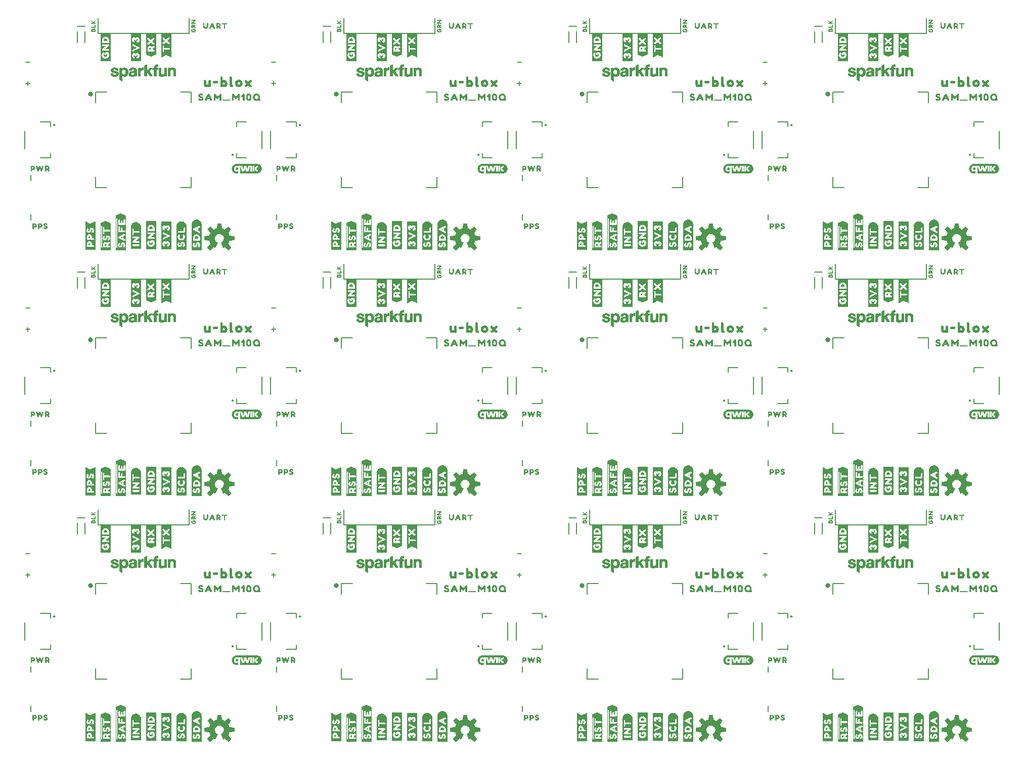
<source format=gto>
G04 EAGLE Gerber RS-274X export*
G75*
%MOMM*%
%FSLAX34Y34*%
%LPD*%
%INSilkscreen Top*%
%IPPOS*%
%AMOC8*
5,1,8,0,0,1.08239X$1,22.5*%
G01*
%ADD10C,0.203200*%
%ADD11C,0.177800*%
%ADD12C,0.803212*%

G36*
X1168585Y840990D02*
X1168585Y840990D01*
X1168641Y840990D01*
X1168669Y841005D01*
X1168701Y841010D01*
X1168760Y841050D01*
X1168796Y841068D01*
X1168805Y841080D01*
X1168821Y841091D01*
X1173129Y845399D01*
X1173146Y845426D01*
X1173170Y845447D01*
X1173191Y845499D01*
X1173220Y845546D01*
X1173223Y845578D01*
X1173235Y845608D01*
X1173232Y845663D01*
X1173237Y845719D01*
X1173225Y845749D01*
X1173223Y845781D01*
X1173189Y845844D01*
X1173175Y845881D01*
X1173164Y845891D01*
X1173155Y845908D01*
X1168188Y851999D01*
X1169377Y854309D01*
X1169384Y854335D01*
X1169401Y854367D01*
X1170193Y856841D01*
X1178012Y857635D01*
X1178043Y857645D01*
X1178075Y857646D01*
X1178124Y857673D01*
X1178176Y857691D01*
X1178199Y857714D01*
X1178227Y857729D01*
X1178259Y857775D01*
X1178298Y857814D01*
X1178308Y857845D01*
X1178327Y857871D01*
X1178340Y857941D01*
X1178353Y857979D01*
X1178351Y857994D01*
X1178354Y858013D01*
X1178354Y864107D01*
X1178347Y864138D01*
X1178349Y864170D01*
X1178327Y864221D01*
X1178315Y864276D01*
X1178294Y864300D01*
X1178282Y864330D01*
X1178240Y864366D01*
X1178205Y864409D01*
X1178175Y864422D01*
X1178151Y864443D01*
X1178082Y864464D01*
X1178046Y864480D01*
X1178031Y864480D01*
X1178012Y864485D01*
X1170193Y865279D01*
X1169401Y867753D01*
X1169388Y867776D01*
X1169377Y867811D01*
X1168188Y870121D01*
X1173155Y876212D01*
X1173169Y876240D01*
X1173190Y876264D01*
X1173206Y876317D01*
X1173231Y876367D01*
X1173231Y876399D01*
X1173240Y876430D01*
X1173230Y876485D01*
X1173230Y876541D01*
X1173215Y876569D01*
X1173210Y876601D01*
X1173170Y876660D01*
X1173152Y876696D01*
X1173140Y876705D01*
X1173129Y876721D01*
X1168821Y881029D01*
X1168794Y881046D01*
X1168773Y881070D01*
X1168721Y881091D01*
X1168674Y881120D01*
X1168642Y881123D01*
X1168612Y881135D01*
X1168557Y881132D01*
X1168501Y881137D01*
X1168471Y881125D01*
X1168439Y881123D01*
X1168376Y881089D01*
X1168339Y881075D01*
X1168329Y881064D01*
X1168312Y881055D01*
X1162221Y876088D01*
X1159911Y877277D01*
X1159885Y877284D01*
X1159853Y877301D01*
X1157379Y878093D01*
X1156585Y885912D01*
X1156577Y885938D01*
X1156576Y885950D01*
X1156575Y885953D01*
X1156574Y885975D01*
X1156547Y886024D01*
X1156529Y886076D01*
X1156506Y886099D01*
X1156491Y886127D01*
X1156445Y886159D01*
X1156406Y886198D01*
X1156375Y886208D01*
X1156349Y886227D01*
X1156279Y886240D01*
X1156241Y886253D01*
X1156226Y886251D01*
X1156207Y886254D01*
X1150113Y886254D01*
X1150082Y886247D01*
X1150050Y886249D01*
X1149999Y886227D01*
X1149944Y886215D01*
X1149920Y886194D01*
X1149890Y886182D01*
X1149854Y886140D01*
X1149811Y886105D01*
X1149798Y886075D01*
X1149777Y886051D01*
X1149756Y885982D01*
X1149740Y885946D01*
X1149740Y885931D01*
X1149738Y885924D01*
X1149737Y885922D01*
X1149737Y885921D01*
X1149735Y885912D01*
X1148941Y878093D01*
X1146467Y877301D01*
X1146444Y877288D01*
X1146409Y877277D01*
X1144099Y876088D01*
X1138008Y881055D01*
X1137980Y881069D01*
X1137956Y881090D01*
X1137903Y881106D01*
X1137853Y881131D01*
X1137821Y881131D01*
X1137790Y881140D01*
X1137735Y881130D01*
X1137679Y881130D01*
X1137651Y881115D01*
X1137619Y881110D01*
X1137560Y881070D01*
X1137525Y881052D01*
X1137515Y881040D01*
X1137499Y881029D01*
X1133191Y876721D01*
X1133174Y876694D01*
X1133150Y876673D01*
X1133129Y876621D01*
X1133100Y876574D01*
X1133097Y876542D01*
X1133085Y876512D01*
X1133089Y876457D01*
X1133083Y876401D01*
X1133095Y876371D01*
X1133097Y876339D01*
X1133131Y876276D01*
X1133145Y876239D01*
X1133156Y876229D01*
X1133165Y876212D01*
X1138132Y870121D01*
X1136943Y867811D01*
X1136936Y867785D01*
X1136919Y867753D01*
X1136127Y865279D01*
X1128308Y864485D01*
X1128277Y864475D01*
X1128245Y864474D01*
X1128196Y864447D01*
X1128144Y864429D01*
X1128121Y864406D01*
X1128093Y864391D01*
X1128061Y864345D01*
X1128022Y864306D01*
X1128012Y864275D01*
X1127993Y864249D01*
X1127980Y864179D01*
X1127967Y864141D01*
X1127969Y864126D01*
X1127966Y864107D01*
X1127966Y858013D01*
X1127973Y857982D01*
X1127971Y857950D01*
X1127993Y857899D01*
X1128005Y857844D01*
X1128026Y857820D01*
X1128038Y857790D01*
X1128080Y857754D01*
X1128115Y857711D01*
X1128145Y857698D01*
X1128169Y857677D01*
X1128238Y857656D01*
X1128274Y857640D01*
X1128289Y857640D01*
X1128308Y857635D01*
X1136127Y856841D01*
X1136919Y854367D01*
X1136932Y854344D01*
X1136943Y854309D01*
X1138132Y851999D01*
X1133165Y845908D01*
X1133151Y845880D01*
X1133130Y845856D01*
X1133114Y845803D01*
X1133089Y845753D01*
X1133089Y845721D01*
X1133080Y845690D01*
X1133090Y845635D01*
X1133090Y845579D01*
X1133105Y845551D01*
X1133110Y845519D01*
X1133150Y845460D01*
X1133168Y845425D01*
X1133180Y845415D01*
X1133191Y845399D01*
X1137499Y841091D01*
X1137526Y841074D01*
X1137547Y841050D01*
X1137599Y841029D01*
X1137646Y841000D01*
X1137678Y840997D01*
X1137708Y840985D01*
X1137763Y840989D01*
X1137819Y840983D01*
X1137849Y840995D01*
X1137881Y840997D01*
X1137944Y841031D01*
X1137981Y841045D01*
X1137991Y841056D01*
X1138008Y841065D01*
X1144099Y846032D01*
X1146408Y844842D01*
X1146472Y844826D01*
X1146535Y844803D01*
X1146556Y844805D01*
X1146576Y844800D01*
X1146641Y844814D01*
X1146707Y844821D01*
X1146725Y844832D01*
X1146745Y844837D01*
X1146797Y844878D01*
X1146853Y844914D01*
X1146866Y844933D01*
X1146881Y844945D01*
X1146897Y844980D01*
X1146933Y845034D01*
X1150521Y853696D01*
X1150527Y853729D01*
X1150541Y853758D01*
X1150540Y853813D01*
X1150549Y853867D01*
X1150540Y853899D01*
X1150540Y853931D01*
X1150515Y853980D01*
X1150499Y854033D01*
X1150476Y854057D01*
X1150462Y854086D01*
X1150407Y854131D01*
X1150380Y854159D01*
X1150365Y854165D01*
X1150349Y854177D01*
X1149031Y854882D01*
X1147905Y855806D01*
X1146981Y856932D01*
X1146295Y858216D01*
X1145872Y859610D01*
X1145729Y861059D01*
X1145886Y862578D01*
X1146349Y864031D01*
X1147100Y865360D01*
X1148106Y866507D01*
X1149325Y867424D01*
X1150706Y868074D01*
X1152190Y868427D01*
X1153715Y868470D01*
X1155217Y868200D01*
X1156632Y867630D01*
X1157900Y866782D01*
X1158969Y865693D01*
X1159793Y864409D01*
X1160337Y862983D01*
X1160579Y861477D01*
X1160507Y859953D01*
X1160126Y858475D01*
X1159452Y857107D01*
X1158512Y855905D01*
X1157346Y854921D01*
X1155969Y854177D01*
X1155946Y854156D01*
X1155917Y854142D01*
X1155881Y854099D01*
X1155840Y854062D01*
X1155828Y854032D01*
X1155808Y854008D01*
X1155795Y853953D01*
X1155774Y853901D01*
X1155777Y853869D01*
X1155770Y853838D01*
X1155784Y853767D01*
X1155787Y853728D01*
X1155795Y853715D01*
X1155799Y853696D01*
X1159387Y845034D01*
X1159426Y844980D01*
X1159458Y844923D01*
X1159475Y844911D01*
X1159488Y844894D01*
X1159546Y844863D01*
X1159601Y844825D01*
X1159622Y844822D01*
X1159641Y844812D01*
X1159707Y844811D01*
X1159773Y844801D01*
X1159796Y844808D01*
X1159814Y844807D01*
X1159849Y844824D01*
X1159912Y844842D01*
X1162221Y846032D01*
X1168312Y841065D01*
X1168340Y841051D01*
X1168364Y841030D01*
X1168417Y841014D01*
X1168467Y840989D01*
X1168499Y840989D01*
X1168530Y840980D01*
X1168585Y840990D01*
G37*
G36*
X757105Y840990D02*
X757105Y840990D01*
X757161Y840990D01*
X757189Y841005D01*
X757221Y841010D01*
X757280Y841050D01*
X757316Y841068D01*
X757325Y841080D01*
X757341Y841091D01*
X761649Y845399D01*
X761666Y845426D01*
X761690Y845447D01*
X761711Y845499D01*
X761740Y845546D01*
X761743Y845578D01*
X761755Y845608D01*
X761752Y845663D01*
X761757Y845719D01*
X761745Y845749D01*
X761743Y845781D01*
X761709Y845844D01*
X761695Y845881D01*
X761684Y845891D01*
X761675Y845908D01*
X756708Y851999D01*
X757897Y854309D01*
X757904Y854335D01*
X757921Y854367D01*
X758713Y856841D01*
X766532Y857635D01*
X766563Y857645D01*
X766595Y857646D01*
X766644Y857673D01*
X766696Y857691D01*
X766719Y857714D01*
X766747Y857729D01*
X766779Y857775D01*
X766818Y857814D01*
X766828Y857845D01*
X766847Y857871D01*
X766860Y857941D01*
X766873Y857979D01*
X766871Y857994D01*
X766874Y858013D01*
X766874Y864107D01*
X766867Y864138D01*
X766869Y864170D01*
X766847Y864221D01*
X766835Y864276D01*
X766814Y864300D01*
X766802Y864330D01*
X766760Y864366D01*
X766725Y864409D01*
X766695Y864422D01*
X766671Y864443D01*
X766602Y864464D01*
X766566Y864480D01*
X766551Y864480D01*
X766532Y864485D01*
X758713Y865279D01*
X757921Y867753D01*
X757908Y867776D01*
X757897Y867811D01*
X756708Y870121D01*
X761675Y876212D01*
X761689Y876240D01*
X761710Y876264D01*
X761726Y876317D01*
X761751Y876367D01*
X761751Y876399D01*
X761760Y876430D01*
X761750Y876485D01*
X761750Y876541D01*
X761735Y876569D01*
X761730Y876601D01*
X761690Y876660D01*
X761672Y876696D01*
X761660Y876705D01*
X761649Y876721D01*
X757341Y881029D01*
X757314Y881046D01*
X757293Y881070D01*
X757241Y881091D01*
X757194Y881120D01*
X757162Y881123D01*
X757132Y881135D01*
X757077Y881132D01*
X757021Y881137D01*
X756991Y881125D01*
X756959Y881123D01*
X756896Y881089D01*
X756859Y881075D01*
X756849Y881064D01*
X756832Y881055D01*
X750741Y876088D01*
X748431Y877277D01*
X748405Y877284D01*
X748373Y877301D01*
X745899Y878093D01*
X745105Y885912D01*
X745097Y885938D01*
X745096Y885950D01*
X745095Y885953D01*
X745094Y885975D01*
X745067Y886024D01*
X745049Y886076D01*
X745026Y886099D01*
X745011Y886127D01*
X744965Y886159D01*
X744926Y886198D01*
X744895Y886208D01*
X744869Y886227D01*
X744799Y886240D01*
X744761Y886253D01*
X744746Y886251D01*
X744727Y886254D01*
X738633Y886254D01*
X738602Y886247D01*
X738570Y886249D01*
X738519Y886227D01*
X738464Y886215D01*
X738440Y886194D01*
X738410Y886182D01*
X738374Y886140D01*
X738331Y886105D01*
X738318Y886075D01*
X738297Y886051D01*
X738276Y885982D01*
X738260Y885946D01*
X738260Y885931D01*
X738258Y885924D01*
X738257Y885922D01*
X738257Y885921D01*
X738255Y885912D01*
X737461Y878093D01*
X734987Y877301D01*
X734964Y877288D01*
X734929Y877277D01*
X732619Y876088D01*
X726528Y881055D01*
X726500Y881069D01*
X726476Y881090D01*
X726423Y881106D01*
X726373Y881131D01*
X726341Y881131D01*
X726310Y881140D01*
X726255Y881130D01*
X726199Y881130D01*
X726171Y881115D01*
X726139Y881110D01*
X726080Y881070D01*
X726045Y881052D01*
X726035Y881040D01*
X726019Y881029D01*
X721711Y876721D01*
X721694Y876694D01*
X721670Y876673D01*
X721649Y876621D01*
X721620Y876574D01*
X721617Y876542D01*
X721605Y876512D01*
X721609Y876457D01*
X721603Y876401D01*
X721615Y876371D01*
X721617Y876339D01*
X721651Y876276D01*
X721665Y876239D01*
X721676Y876229D01*
X721685Y876212D01*
X726652Y870121D01*
X725463Y867811D01*
X725456Y867785D01*
X725439Y867753D01*
X724647Y865279D01*
X716828Y864485D01*
X716797Y864475D01*
X716765Y864474D01*
X716716Y864447D01*
X716664Y864429D01*
X716641Y864406D01*
X716613Y864391D01*
X716581Y864345D01*
X716542Y864306D01*
X716532Y864275D01*
X716513Y864249D01*
X716500Y864179D01*
X716487Y864141D01*
X716489Y864126D01*
X716486Y864107D01*
X716486Y858013D01*
X716493Y857982D01*
X716491Y857950D01*
X716513Y857899D01*
X716525Y857844D01*
X716546Y857820D01*
X716558Y857790D01*
X716600Y857754D01*
X716635Y857711D01*
X716665Y857698D01*
X716689Y857677D01*
X716758Y857656D01*
X716794Y857640D01*
X716809Y857640D01*
X716828Y857635D01*
X724647Y856841D01*
X725439Y854367D01*
X725452Y854344D01*
X725463Y854309D01*
X726652Y851999D01*
X721685Y845908D01*
X721671Y845880D01*
X721650Y845856D01*
X721634Y845803D01*
X721609Y845753D01*
X721609Y845721D01*
X721600Y845690D01*
X721610Y845635D01*
X721610Y845579D01*
X721625Y845551D01*
X721630Y845519D01*
X721670Y845460D01*
X721688Y845425D01*
X721700Y845415D01*
X721711Y845399D01*
X726019Y841091D01*
X726046Y841074D01*
X726067Y841050D01*
X726119Y841029D01*
X726166Y841000D01*
X726198Y840997D01*
X726228Y840985D01*
X726283Y840989D01*
X726339Y840983D01*
X726369Y840995D01*
X726401Y840997D01*
X726464Y841031D01*
X726501Y841045D01*
X726511Y841056D01*
X726528Y841065D01*
X732619Y846032D01*
X734928Y844842D01*
X734992Y844826D01*
X735055Y844803D01*
X735076Y844805D01*
X735096Y844800D01*
X735161Y844814D01*
X735227Y844821D01*
X735245Y844832D01*
X735265Y844837D01*
X735317Y844878D01*
X735373Y844914D01*
X735386Y844933D01*
X735401Y844945D01*
X735417Y844980D01*
X735453Y845034D01*
X739041Y853696D01*
X739047Y853729D01*
X739061Y853758D01*
X739060Y853813D01*
X739069Y853867D01*
X739060Y853899D01*
X739060Y853931D01*
X739035Y853980D01*
X739019Y854033D01*
X738996Y854057D01*
X738982Y854086D01*
X738927Y854131D01*
X738900Y854159D01*
X738885Y854165D01*
X738869Y854177D01*
X737551Y854882D01*
X736425Y855806D01*
X735501Y856932D01*
X734815Y858216D01*
X734392Y859610D01*
X734249Y861059D01*
X734406Y862578D01*
X734869Y864031D01*
X735620Y865360D01*
X736626Y866507D01*
X737845Y867424D01*
X739226Y868074D01*
X740710Y868427D01*
X742235Y868470D01*
X743737Y868200D01*
X745152Y867630D01*
X746420Y866782D01*
X747489Y865693D01*
X748313Y864409D01*
X748857Y862983D01*
X749099Y861477D01*
X749027Y859953D01*
X748646Y858475D01*
X747972Y857107D01*
X747032Y855905D01*
X745866Y854921D01*
X744489Y854177D01*
X744466Y854156D01*
X744437Y854142D01*
X744401Y854099D01*
X744360Y854062D01*
X744348Y854032D01*
X744328Y854008D01*
X744315Y853953D01*
X744294Y853901D01*
X744297Y853869D01*
X744290Y853838D01*
X744304Y853767D01*
X744307Y853728D01*
X744315Y853715D01*
X744319Y853696D01*
X747907Y845034D01*
X747946Y844980D01*
X747978Y844923D01*
X747995Y844911D01*
X748008Y844894D01*
X748066Y844863D01*
X748121Y844825D01*
X748142Y844822D01*
X748161Y844812D01*
X748227Y844811D01*
X748293Y844801D01*
X748316Y844808D01*
X748334Y844807D01*
X748369Y844824D01*
X748432Y844842D01*
X750741Y846032D01*
X756832Y841065D01*
X756860Y841051D01*
X756884Y841030D01*
X756937Y841014D01*
X756987Y840989D01*
X757019Y840989D01*
X757050Y840980D01*
X757105Y840990D01*
G37*
G36*
X345625Y840990D02*
X345625Y840990D01*
X345681Y840990D01*
X345709Y841005D01*
X345741Y841010D01*
X345800Y841050D01*
X345836Y841068D01*
X345845Y841080D01*
X345861Y841091D01*
X350169Y845399D01*
X350186Y845426D01*
X350210Y845447D01*
X350231Y845499D01*
X350260Y845546D01*
X350263Y845578D01*
X350275Y845608D01*
X350272Y845663D01*
X350277Y845719D01*
X350265Y845749D01*
X350263Y845781D01*
X350229Y845844D01*
X350215Y845881D01*
X350204Y845891D01*
X350195Y845908D01*
X345228Y851999D01*
X346417Y854309D01*
X346424Y854335D01*
X346441Y854367D01*
X347233Y856841D01*
X355052Y857635D01*
X355083Y857645D01*
X355115Y857646D01*
X355164Y857673D01*
X355216Y857691D01*
X355239Y857714D01*
X355267Y857729D01*
X355299Y857775D01*
X355338Y857814D01*
X355348Y857845D01*
X355367Y857871D01*
X355380Y857941D01*
X355393Y857979D01*
X355391Y857994D01*
X355394Y858013D01*
X355394Y864107D01*
X355387Y864138D01*
X355389Y864170D01*
X355367Y864221D01*
X355355Y864276D01*
X355334Y864300D01*
X355322Y864330D01*
X355280Y864366D01*
X355245Y864409D01*
X355215Y864422D01*
X355191Y864443D01*
X355122Y864464D01*
X355086Y864480D01*
X355071Y864480D01*
X355052Y864485D01*
X347233Y865279D01*
X346441Y867753D01*
X346428Y867776D01*
X346417Y867811D01*
X345228Y870121D01*
X350195Y876212D01*
X350209Y876240D01*
X350230Y876264D01*
X350246Y876317D01*
X350271Y876367D01*
X350271Y876399D01*
X350280Y876430D01*
X350270Y876485D01*
X350270Y876541D01*
X350255Y876569D01*
X350250Y876601D01*
X350210Y876660D01*
X350192Y876696D01*
X350180Y876705D01*
X350169Y876721D01*
X345861Y881029D01*
X345834Y881046D01*
X345813Y881070D01*
X345761Y881091D01*
X345714Y881120D01*
X345682Y881123D01*
X345652Y881135D01*
X345597Y881132D01*
X345541Y881137D01*
X345511Y881125D01*
X345479Y881123D01*
X345416Y881089D01*
X345379Y881075D01*
X345369Y881064D01*
X345352Y881055D01*
X339261Y876088D01*
X336951Y877277D01*
X336925Y877284D01*
X336893Y877301D01*
X334419Y878093D01*
X333625Y885912D01*
X333617Y885938D01*
X333616Y885950D01*
X333615Y885953D01*
X333614Y885975D01*
X333587Y886024D01*
X333569Y886076D01*
X333546Y886099D01*
X333531Y886127D01*
X333485Y886159D01*
X333446Y886198D01*
X333415Y886208D01*
X333389Y886227D01*
X333319Y886240D01*
X333281Y886253D01*
X333266Y886251D01*
X333247Y886254D01*
X327153Y886254D01*
X327122Y886247D01*
X327090Y886249D01*
X327039Y886227D01*
X326984Y886215D01*
X326960Y886194D01*
X326930Y886182D01*
X326894Y886140D01*
X326851Y886105D01*
X326838Y886075D01*
X326817Y886051D01*
X326796Y885982D01*
X326780Y885946D01*
X326780Y885931D01*
X326778Y885924D01*
X326777Y885922D01*
X326777Y885921D01*
X326775Y885912D01*
X325981Y878093D01*
X323507Y877301D01*
X323484Y877288D01*
X323449Y877277D01*
X321139Y876088D01*
X315048Y881055D01*
X315020Y881069D01*
X314996Y881090D01*
X314943Y881106D01*
X314893Y881131D01*
X314861Y881131D01*
X314830Y881140D01*
X314775Y881130D01*
X314719Y881130D01*
X314691Y881115D01*
X314659Y881110D01*
X314600Y881070D01*
X314565Y881052D01*
X314555Y881040D01*
X314539Y881029D01*
X310231Y876721D01*
X310214Y876694D01*
X310190Y876673D01*
X310169Y876621D01*
X310140Y876574D01*
X310137Y876542D01*
X310125Y876512D01*
X310129Y876457D01*
X310123Y876401D01*
X310135Y876371D01*
X310137Y876339D01*
X310171Y876276D01*
X310185Y876239D01*
X310196Y876229D01*
X310205Y876212D01*
X315172Y870121D01*
X313983Y867811D01*
X313976Y867785D01*
X313959Y867753D01*
X313167Y865279D01*
X305348Y864485D01*
X305317Y864475D01*
X305285Y864474D01*
X305236Y864447D01*
X305184Y864429D01*
X305161Y864406D01*
X305133Y864391D01*
X305101Y864345D01*
X305062Y864306D01*
X305052Y864275D01*
X305033Y864249D01*
X305020Y864179D01*
X305007Y864141D01*
X305009Y864126D01*
X305006Y864107D01*
X305006Y858013D01*
X305013Y857982D01*
X305011Y857950D01*
X305033Y857899D01*
X305045Y857844D01*
X305066Y857820D01*
X305078Y857790D01*
X305120Y857754D01*
X305155Y857711D01*
X305185Y857698D01*
X305209Y857677D01*
X305278Y857656D01*
X305314Y857640D01*
X305329Y857640D01*
X305348Y857635D01*
X313167Y856841D01*
X313959Y854367D01*
X313972Y854344D01*
X313983Y854309D01*
X315172Y851999D01*
X310205Y845908D01*
X310191Y845880D01*
X310170Y845856D01*
X310154Y845803D01*
X310129Y845753D01*
X310129Y845721D01*
X310120Y845690D01*
X310130Y845635D01*
X310130Y845579D01*
X310145Y845551D01*
X310150Y845519D01*
X310190Y845460D01*
X310208Y845425D01*
X310220Y845415D01*
X310231Y845399D01*
X314539Y841091D01*
X314566Y841074D01*
X314587Y841050D01*
X314639Y841029D01*
X314686Y841000D01*
X314718Y840997D01*
X314748Y840985D01*
X314803Y840989D01*
X314859Y840983D01*
X314889Y840995D01*
X314921Y840997D01*
X314984Y841031D01*
X315021Y841045D01*
X315031Y841056D01*
X315048Y841065D01*
X321139Y846032D01*
X323448Y844842D01*
X323512Y844826D01*
X323575Y844803D01*
X323596Y844805D01*
X323616Y844800D01*
X323681Y844814D01*
X323747Y844821D01*
X323765Y844832D01*
X323785Y844837D01*
X323837Y844878D01*
X323893Y844914D01*
X323906Y844933D01*
X323921Y844945D01*
X323937Y844980D01*
X323973Y845034D01*
X327561Y853696D01*
X327567Y853729D01*
X327581Y853758D01*
X327580Y853813D01*
X327589Y853867D01*
X327580Y853899D01*
X327580Y853931D01*
X327555Y853980D01*
X327539Y854033D01*
X327516Y854057D01*
X327502Y854086D01*
X327447Y854131D01*
X327420Y854159D01*
X327405Y854165D01*
X327389Y854177D01*
X326071Y854882D01*
X324945Y855806D01*
X324021Y856932D01*
X323335Y858216D01*
X322912Y859610D01*
X322769Y861059D01*
X322926Y862578D01*
X323389Y864031D01*
X324140Y865360D01*
X325146Y866507D01*
X326365Y867424D01*
X327746Y868074D01*
X329230Y868427D01*
X330755Y868470D01*
X332257Y868200D01*
X333672Y867630D01*
X334940Y866782D01*
X336009Y865693D01*
X336833Y864409D01*
X337377Y862983D01*
X337619Y861477D01*
X337547Y859953D01*
X337166Y858475D01*
X336492Y857107D01*
X335552Y855905D01*
X334386Y854921D01*
X333009Y854177D01*
X332986Y854156D01*
X332957Y854142D01*
X332921Y854099D01*
X332880Y854062D01*
X332868Y854032D01*
X332848Y854008D01*
X332835Y853953D01*
X332814Y853901D01*
X332817Y853869D01*
X332810Y853838D01*
X332824Y853767D01*
X332827Y853728D01*
X332835Y853715D01*
X332839Y853696D01*
X336427Y845034D01*
X336466Y844980D01*
X336498Y844923D01*
X336515Y844911D01*
X336528Y844894D01*
X336586Y844863D01*
X336641Y844825D01*
X336662Y844822D01*
X336681Y844812D01*
X336747Y844811D01*
X336813Y844801D01*
X336836Y844808D01*
X336854Y844807D01*
X336889Y844824D01*
X336952Y844842D01*
X339261Y846032D01*
X345352Y841065D01*
X345380Y841051D01*
X345404Y841030D01*
X345457Y841014D01*
X345507Y840989D01*
X345539Y840989D01*
X345570Y840980D01*
X345625Y840990D01*
G37*
G36*
X1580065Y840990D02*
X1580065Y840990D01*
X1580121Y840990D01*
X1580149Y841005D01*
X1580181Y841010D01*
X1580240Y841050D01*
X1580276Y841068D01*
X1580285Y841080D01*
X1580301Y841091D01*
X1584609Y845399D01*
X1584626Y845426D01*
X1584650Y845447D01*
X1584671Y845499D01*
X1584700Y845546D01*
X1584703Y845578D01*
X1584715Y845608D01*
X1584712Y845663D01*
X1584717Y845719D01*
X1584705Y845749D01*
X1584703Y845781D01*
X1584669Y845844D01*
X1584655Y845881D01*
X1584644Y845891D01*
X1584635Y845908D01*
X1579668Y851999D01*
X1580857Y854309D01*
X1580864Y854335D01*
X1580881Y854367D01*
X1581673Y856841D01*
X1589492Y857635D01*
X1589523Y857645D01*
X1589555Y857646D01*
X1589604Y857673D01*
X1589656Y857691D01*
X1589679Y857714D01*
X1589707Y857729D01*
X1589739Y857775D01*
X1589778Y857814D01*
X1589788Y857845D01*
X1589807Y857871D01*
X1589820Y857941D01*
X1589833Y857979D01*
X1589831Y857994D01*
X1589834Y858013D01*
X1589834Y864107D01*
X1589827Y864138D01*
X1589829Y864170D01*
X1589807Y864221D01*
X1589795Y864276D01*
X1589774Y864300D01*
X1589762Y864330D01*
X1589720Y864366D01*
X1589685Y864409D01*
X1589655Y864422D01*
X1589631Y864443D01*
X1589562Y864464D01*
X1589526Y864480D01*
X1589511Y864480D01*
X1589492Y864485D01*
X1581673Y865279D01*
X1580881Y867753D01*
X1580868Y867776D01*
X1580857Y867811D01*
X1579668Y870121D01*
X1584635Y876212D01*
X1584649Y876240D01*
X1584670Y876264D01*
X1584686Y876317D01*
X1584711Y876367D01*
X1584711Y876399D01*
X1584720Y876430D01*
X1584710Y876485D01*
X1584710Y876541D01*
X1584695Y876569D01*
X1584690Y876601D01*
X1584650Y876660D01*
X1584632Y876696D01*
X1584620Y876705D01*
X1584609Y876721D01*
X1580301Y881029D01*
X1580274Y881046D01*
X1580253Y881070D01*
X1580201Y881091D01*
X1580154Y881120D01*
X1580122Y881123D01*
X1580092Y881135D01*
X1580037Y881132D01*
X1579981Y881137D01*
X1579951Y881125D01*
X1579919Y881123D01*
X1579856Y881089D01*
X1579819Y881075D01*
X1579809Y881064D01*
X1579792Y881055D01*
X1573701Y876088D01*
X1571391Y877277D01*
X1571365Y877284D01*
X1571333Y877301D01*
X1568859Y878093D01*
X1568065Y885912D01*
X1568057Y885938D01*
X1568056Y885950D01*
X1568055Y885953D01*
X1568054Y885975D01*
X1568027Y886024D01*
X1568009Y886076D01*
X1567986Y886099D01*
X1567971Y886127D01*
X1567925Y886159D01*
X1567886Y886198D01*
X1567855Y886208D01*
X1567829Y886227D01*
X1567759Y886240D01*
X1567721Y886253D01*
X1567706Y886251D01*
X1567687Y886254D01*
X1561593Y886254D01*
X1561562Y886247D01*
X1561530Y886249D01*
X1561479Y886227D01*
X1561424Y886215D01*
X1561400Y886194D01*
X1561370Y886182D01*
X1561334Y886140D01*
X1561291Y886105D01*
X1561278Y886075D01*
X1561257Y886051D01*
X1561236Y885982D01*
X1561220Y885946D01*
X1561220Y885931D01*
X1561218Y885924D01*
X1561217Y885922D01*
X1561217Y885921D01*
X1561215Y885912D01*
X1560421Y878093D01*
X1557947Y877301D01*
X1557924Y877288D01*
X1557889Y877277D01*
X1555579Y876088D01*
X1549488Y881055D01*
X1549460Y881069D01*
X1549436Y881090D01*
X1549383Y881106D01*
X1549333Y881131D01*
X1549301Y881131D01*
X1549270Y881140D01*
X1549215Y881130D01*
X1549159Y881130D01*
X1549131Y881115D01*
X1549099Y881110D01*
X1549040Y881070D01*
X1549005Y881052D01*
X1548995Y881040D01*
X1548979Y881029D01*
X1544671Y876721D01*
X1544654Y876694D01*
X1544630Y876673D01*
X1544609Y876621D01*
X1544580Y876574D01*
X1544577Y876542D01*
X1544565Y876512D01*
X1544569Y876457D01*
X1544563Y876401D01*
X1544575Y876371D01*
X1544577Y876339D01*
X1544611Y876276D01*
X1544625Y876239D01*
X1544636Y876229D01*
X1544645Y876212D01*
X1549612Y870121D01*
X1548423Y867811D01*
X1548416Y867785D01*
X1548399Y867753D01*
X1547607Y865279D01*
X1539788Y864485D01*
X1539757Y864475D01*
X1539725Y864474D01*
X1539676Y864447D01*
X1539624Y864429D01*
X1539601Y864406D01*
X1539573Y864391D01*
X1539541Y864345D01*
X1539502Y864306D01*
X1539492Y864275D01*
X1539473Y864249D01*
X1539460Y864179D01*
X1539447Y864141D01*
X1539449Y864126D01*
X1539446Y864107D01*
X1539446Y858013D01*
X1539453Y857982D01*
X1539451Y857950D01*
X1539473Y857899D01*
X1539485Y857844D01*
X1539506Y857820D01*
X1539518Y857790D01*
X1539560Y857754D01*
X1539595Y857711D01*
X1539625Y857698D01*
X1539649Y857677D01*
X1539718Y857656D01*
X1539754Y857640D01*
X1539769Y857640D01*
X1539788Y857635D01*
X1547607Y856841D01*
X1548399Y854367D01*
X1548412Y854344D01*
X1548423Y854309D01*
X1549612Y851999D01*
X1544645Y845908D01*
X1544631Y845880D01*
X1544610Y845856D01*
X1544594Y845803D01*
X1544569Y845753D01*
X1544569Y845721D01*
X1544560Y845690D01*
X1544570Y845635D01*
X1544570Y845579D01*
X1544585Y845551D01*
X1544590Y845519D01*
X1544630Y845460D01*
X1544648Y845425D01*
X1544660Y845415D01*
X1544671Y845399D01*
X1548979Y841091D01*
X1549006Y841074D01*
X1549027Y841050D01*
X1549079Y841029D01*
X1549126Y841000D01*
X1549158Y840997D01*
X1549188Y840985D01*
X1549243Y840989D01*
X1549299Y840983D01*
X1549329Y840995D01*
X1549361Y840997D01*
X1549424Y841031D01*
X1549461Y841045D01*
X1549471Y841056D01*
X1549488Y841065D01*
X1555579Y846032D01*
X1557888Y844842D01*
X1557952Y844826D01*
X1558015Y844803D01*
X1558036Y844805D01*
X1558056Y844800D01*
X1558121Y844814D01*
X1558187Y844821D01*
X1558205Y844832D01*
X1558225Y844837D01*
X1558277Y844878D01*
X1558333Y844914D01*
X1558346Y844933D01*
X1558361Y844945D01*
X1558377Y844980D01*
X1558413Y845034D01*
X1562001Y853696D01*
X1562007Y853729D01*
X1562021Y853758D01*
X1562020Y853813D01*
X1562029Y853867D01*
X1562020Y853899D01*
X1562020Y853931D01*
X1561995Y853980D01*
X1561979Y854033D01*
X1561956Y854057D01*
X1561942Y854086D01*
X1561887Y854131D01*
X1561860Y854159D01*
X1561845Y854165D01*
X1561829Y854177D01*
X1560511Y854882D01*
X1559385Y855806D01*
X1558461Y856932D01*
X1557775Y858216D01*
X1557352Y859610D01*
X1557209Y861059D01*
X1557366Y862578D01*
X1557829Y864031D01*
X1558580Y865360D01*
X1559586Y866507D01*
X1560805Y867424D01*
X1562186Y868074D01*
X1563670Y868427D01*
X1565195Y868470D01*
X1566697Y868200D01*
X1568112Y867630D01*
X1569380Y866782D01*
X1570449Y865693D01*
X1571273Y864409D01*
X1571817Y862983D01*
X1572059Y861477D01*
X1571987Y859953D01*
X1571606Y858475D01*
X1570932Y857107D01*
X1569992Y855905D01*
X1568826Y854921D01*
X1567449Y854177D01*
X1567426Y854156D01*
X1567397Y854142D01*
X1567361Y854099D01*
X1567320Y854062D01*
X1567308Y854032D01*
X1567288Y854008D01*
X1567275Y853953D01*
X1567254Y853901D01*
X1567257Y853869D01*
X1567250Y853838D01*
X1567264Y853767D01*
X1567267Y853728D01*
X1567275Y853715D01*
X1567279Y853696D01*
X1570867Y845034D01*
X1570906Y844980D01*
X1570938Y844923D01*
X1570955Y844911D01*
X1570968Y844894D01*
X1571026Y844863D01*
X1571081Y844825D01*
X1571102Y844822D01*
X1571121Y844812D01*
X1571187Y844811D01*
X1571253Y844801D01*
X1571276Y844808D01*
X1571294Y844807D01*
X1571329Y844824D01*
X1571392Y844842D01*
X1573701Y846032D01*
X1579792Y841065D01*
X1579820Y841051D01*
X1579844Y841030D01*
X1579897Y841014D01*
X1579947Y840989D01*
X1579979Y840989D01*
X1580010Y840980D01*
X1580065Y840990D01*
G37*
G36*
X1580065Y18030D02*
X1580065Y18030D01*
X1580121Y18030D01*
X1580149Y18045D01*
X1580181Y18050D01*
X1580240Y18090D01*
X1580276Y18108D01*
X1580285Y18120D01*
X1580301Y18131D01*
X1584609Y22439D01*
X1584626Y22466D01*
X1584650Y22487D01*
X1584671Y22539D01*
X1584700Y22586D01*
X1584703Y22618D01*
X1584715Y22648D01*
X1584712Y22703D01*
X1584717Y22759D01*
X1584705Y22789D01*
X1584703Y22821D01*
X1584669Y22884D01*
X1584655Y22921D01*
X1584644Y22931D01*
X1584635Y22948D01*
X1579668Y29039D01*
X1580857Y31349D01*
X1580864Y31375D01*
X1580881Y31407D01*
X1581673Y33881D01*
X1589492Y34675D01*
X1589523Y34685D01*
X1589555Y34686D01*
X1589604Y34713D01*
X1589656Y34731D01*
X1589679Y34754D01*
X1589707Y34769D01*
X1589739Y34815D01*
X1589778Y34854D01*
X1589788Y34885D01*
X1589807Y34911D01*
X1589820Y34981D01*
X1589833Y35019D01*
X1589831Y35034D01*
X1589834Y35053D01*
X1589834Y41147D01*
X1589827Y41178D01*
X1589829Y41210D01*
X1589807Y41261D01*
X1589795Y41316D01*
X1589774Y41340D01*
X1589762Y41370D01*
X1589720Y41406D01*
X1589685Y41449D01*
X1589655Y41462D01*
X1589631Y41483D01*
X1589562Y41504D01*
X1589526Y41520D01*
X1589511Y41520D01*
X1589492Y41525D01*
X1581673Y42319D01*
X1580881Y44793D01*
X1580868Y44816D01*
X1580857Y44851D01*
X1579668Y47161D01*
X1584635Y53252D01*
X1584649Y53280D01*
X1584670Y53304D01*
X1584686Y53357D01*
X1584711Y53407D01*
X1584711Y53439D01*
X1584720Y53470D01*
X1584710Y53525D01*
X1584710Y53581D01*
X1584695Y53609D01*
X1584690Y53641D01*
X1584650Y53700D01*
X1584632Y53736D01*
X1584620Y53745D01*
X1584609Y53761D01*
X1580301Y58069D01*
X1580274Y58086D01*
X1580253Y58110D01*
X1580201Y58131D01*
X1580154Y58160D01*
X1580122Y58163D01*
X1580092Y58175D01*
X1580037Y58172D01*
X1579981Y58177D01*
X1579951Y58165D01*
X1579919Y58163D01*
X1579856Y58129D01*
X1579819Y58115D01*
X1579809Y58104D01*
X1579792Y58095D01*
X1573701Y53128D01*
X1571391Y54317D01*
X1571365Y54324D01*
X1571333Y54341D01*
X1568859Y55133D01*
X1568065Y62952D01*
X1568057Y62978D01*
X1568056Y62990D01*
X1568055Y62993D01*
X1568054Y63015D01*
X1568027Y63064D01*
X1568009Y63116D01*
X1567986Y63139D01*
X1567971Y63167D01*
X1567925Y63199D01*
X1567886Y63238D01*
X1567855Y63248D01*
X1567829Y63267D01*
X1567759Y63280D01*
X1567721Y63293D01*
X1567706Y63291D01*
X1567687Y63294D01*
X1561593Y63294D01*
X1561562Y63287D01*
X1561530Y63289D01*
X1561479Y63267D01*
X1561424Y63255D01*
X1561400Y63234D01*
X1561370Y63222D01*
X1561334Y63180D01*
X1561291Y63145D01*
X1561278Y63115D01*
X1561257Y63091D01*
X1561236Y63022D01*
X1561220Y62986D01*
X1561220Y62971D01*
X1561218Y62964D01*
X1561217Y62962D01*
X1561217Y62961D01*
X1561215Y62952D01*
X1560421Y55133D01*
X1557947Y54341D01*
X1557924Y54328D01*
X1557889Y54317D01*
X1555579Y53128D01*
X1549488Y58095D01*
X1549460Y58109D01*
X1549436Y58130D01*
X1549383Y58146D01*
X1549333Y58171D01*
X1549301Y58171D01*
X1549270Y58180D01*
X1549215Y58170D01*
X1549159Y58170D01*
X1549131Y58155D01*
X1549099Y58150D01*
X1549040Y58110D01*
X1549005Y58092D01*
X1548995Y58080D01*
X1548979Y58069D01*
X1544671Y53761D01*
X1544654Y53734D01*
X1544630Y53713D01*
X1544609Y53661D01*
X1544580Y53614D01*
X1544577Y53582D01*
X1544565Y53552D01*
X1544569Y53497D01*
X1544563Y53441D01*
X1544575Y53411D01*
X1544577Y53379D01*
X1544611Y53316D01*
X1544625Y53279D01*
X1544636Y53269D01*
X1544645Y53252D01*
X1549612Y47161D01*
X1548423Y44851D01*
X1548416Y44825D01*
X1548399Y44793D01*
X1547607Y42319D01*
X1539788Y41525D01*
X1539757Y41515D01*
X1539725Y41514D01*
X1539676Y41487D01*
X1539624Y41469D01*
X1539601Y41446D01*
X1539573Y41431D01*
X1539541Y41385D01*
X1539502Y41346D01*
X1539492Y41315D01*
X1539473Y41289D01*
X1539460Y41219D01*
X1539447Y41181D01*
X1539449Y41166D01*
X1539446Y41147D01*
X1539446Y35053D01*
X1539453Y35022D01*
X1539451Y34990D01*
X1539473Y34939D01*
X1539485Y34884D01*
X1539506Y34860D01*
X1539518Y34830D01*
X1539560Y34794D01*
X1539595Y34751D01*
X1539625Y34738D01*
X1539649Y34717D01*
X1539718Y34696D01*
X1539754Y34680D01*
X1539769Y34680D01*
X1539788Y34675D01*
X1547607Y33881D01*
X1548399Y31407D01*
X1548412Y31384D01*
X1548423Y31349D01*
X1549612Y29039D01*
X1544645Y22948D01*
X1544631Y22920D01*
X1544610Y22896D01*
X1544594Y22843D01*
X1544569Y22793D01*
X1544569Y22761D01*
X1544560Y22730D01*
X1544570Y22675D01*
X1544570Y22619D01*
X1544585Y22591D01*
X1544590Y22559D01*
X1544630Y22500D01*
X1544648Y22465D01*
X1544660Y22455D01*
X1544671Y22439D01*
X1548979Y18131D01*
X1549006Y18114D01*
X1549027Y18090D01*
X1549079Y18069D01*
X1549126Y18040D01*
X1549158Y18037D01*
X1549188Y18025D01*
X1549243Y18029D01*
X1549299Y18023D01*
X1549329Y18035D01*
X1549361Y18037D01*
X1549424Y18071D01*
X1549461Y18085D01*
X1549471Y18096D01*
X1549488Y18105D01*
X1555579Y23072D01*
X1557888Y21882D01*
X1557952Y21866D01*
X1558015Y21843D01*
X1558036Y21845D01*
X1558056Y21840D01*
X1558121Y21854D01*
X1558187Y21861D01*
X1558205Y21872D01*
X1558225Y21877D01*
X1558277Y21918D01*
X1558333Y21954D01*
X1558346Y21973D01*
X1558361Y21985D01*
X1558377Y22020D01*
X1558413Y22074D01*
X1562001Y30736D01*
X1562007Y30769D01*
X1562021Y30798D01*
X1562020Y30853D01*
X1562029Y30907D01*
X1562020Y30939D01*
X1562020Y30971D01*
X1561995Y31020D01*
X1561979Y31073D01*
X1561956Y31097D01*
X1561942Y31126D01*
X1561887Y31171D01*
X1561860Y31199D01*
X1561845Y31205D01*
X1561829Y31217D01*
X1560511Y31922D01*
X1559385Y32846D01*
X1558461Y33972D01*
X1557775Y35256D01*
X1557352Y36650D01*
X1557209Y38099D01*
X1557366Y39618D01*
X1557829Y41071D01*
X1558580Y42400D01*
X1559586Y43547D01*
X1560805Y44464D01*
X1562186Y45114D01*
X1563670Y45467D01*
X1565195Y45510D01*
X1566697Y45240D01*
X1568112Y44670D01*
X1569380Y43822D01*
X1570449Y42733D01*
X1571273Y41449D01*
X1571817Y40023D01*
X1572059Y38517D01*
X1571987Y36993D01*
X1571606Y35515D01*
X1570932Y34147D01*
X1569992Y32945D01*
X1568826Y31961D01*
X1567449Y31217D01*
X1567426Y31196D01*
X1567397Y31182D01*
X1567361Y31139D01*
X1567320Y31102D01*
X1567308Y31072D01*
X1567288Y31048D01*
X1567275Y30993D01*
X1567254Y30941D01*
X1567257Y30909D01*
X1567250Y30878D01*
X1567264Y30807D01*
X1567267Y30768D01*
X1567275Y30755D01*
X1567279Y30736D01*
X1570867Y22074D01*
X1570906Y22020D01*
X1570938Y21963D01*
X1570955Y21951D01*
X1570968Y21934D01*
X1571026Y21903D01*
X1571081Y21865D01*
X1571102Y21862D01*
X1571121Y21852D01*
X1571187Y21851D01*
X1571253Y21841D01*
X1571276Y21848D01*
X1571294Y21847D01*
X1571329Y21864D01*
X1571392Y21882D01*
X1573701Y23072D01*
X1579792Y18105D01*
X1579820Y18091D01*
X1579844Y18070D01*
X1579897Y18054D01*
X1579947Y18029D01*
X1579979Y18029D01*
X1580010Y18020D01*
X1580065Y18030D01*
G37*
G36*
X345625Y18030D02*
X345625Y18030D01*
X345681Y18030D01*
X345709Y18045D01*
X345741Y18050D01*
X345800Y18090D01*
X345836Y18108D01*
X345845Y18120D01*
X345861Y18131D01*
X350169Y22439D01*
X350186Y22466D01*
X350210Y22487D01*
X350231Y22539D01*
X350260Y22586D01*
X350263Y22618D01*
X350275Y22648D01*
X350272Y22703D01*
X350277Y22759D01*
X350265Y22789D01*
X350263Y22821D01*
X350229Y22884D01*
X350215Y22921D01*
X350204Y22931D01*
X350195Y22948D01*
X345228Y29039D01*
X346417Y31349D01*
X346424Y31375D01*
X346441Y31407D01*
X347233Y33881D01*
X355052Y34675D01*
X355083Y34685D01*
X355115Y34686D01*
X355164Y34713D01*
X355216Y34731D01*
X355239Y34754D01*
X355267Y34769D01*
X355299Y34815D01*
X355338Y34854D01*
X355348Y34885D01*
X355367Y34911D01*
X355380Y34981D01*
X355393Y35019D01*
X355391Y35034D01*
X355394Y35053D01*
X355394Y41147D01*
X355387Y41178D01*
X355389Y41210D01*
X355367Y41261D01*
X355355Y41316D01*
X355334Y41340D01*
X355322Y41370D01*
X355280Y41406D01*
X355245Y41449D01*
X355215Y41462D01*
X355191Y41483D01*
X355122Y41504D01*
X355086Y41520D01*
X355071Y41520D01*
X355052Y41525D01*
X347233Y42319D01*
X346441Y44793D01*
X346428Y44816D01*
X346417Y44851D01*
X345228Y47161D01*
X350195Y53252D01*
X350209Y53280D01*
X350230Y53304D01*
X350246Y53357D01*
X350271Y53407D01*
X350271Y53439D01*
X350280Y53470D01*
X350270Y53525D01*
X350270Y53581D01*
X350255Y53609D01*
X350250Y53641D01*
X350210Y53700D01*
X350192Y53736D01*
X350180Y53745D01*
X350169Y53761D01*
X345861Y58069D01*
X345834Y58086D01*
X345813Y58110D01*
X345761Y58131D01*
X345714Y58160D01*
X345682Y58163D01*
X345652Y58175D01*
X345597Y58172D01*
X345541Y58177D01*
X345511Y58165D01*
X345479Y58163D01*
X345416Y58129D01*
X345379Y58115D01*
X345369Y58104D01*
X345352Y58095D01*
X339261Y53128D01*
X336951Y54317D01*
X336925Y54324D01*
X336893Y54341D01*
X334419Y55133D01*
X333625Y62952D01*
X333617Y62978D01*
X333616Y62990D01*
X333615Y62993D01*
X333614Y63015D01*
X333587Y63064D01*
X333569Y63116D01*
X333546Y63139D01*
X333531Y63167D01*
X333485Y63199D01*
X333446Y63238D01*
X333415Y63248D01*
X333389Y63267D01*
X333319Y63280D01*
X333281Y63293D01*
X333266Y63291D01*
X333247Y63294D01*
X327153Y63294D01*
X327122Y63287D01*
X327090Y63289D01*
X327039Y63267D01*
X326984Y63255D01*
X326960Y63234D01*
X326930Y63222D01*
X326894Y63180D01*
X326851Y63145D01*
X326838Y63115D01*
X326817Y63091D01*
X326796Y63022D01*
X326780Y62986D01*
X326780Y62971D01*
X326778Y62964D01*
X326777Y62962D01*
X326777Y62961D01*
X326775Y62952D01*
X325981Y55133D01*
X323507Y54341D01*
X323484Y54328D01*
X323449Y54317D01*
X321139Y53128D01*
X315048Y58095D01*
X315020Y58109D01*
X314996Y58130D01*
X314943Y58146D01*
X314893Y58171D01*
X314861Y58171D01*
X314830Y58180D01*
X314775Y58170D01*
X314719Y58170D01*
X314691Y58155D01*
X314659Y58150D01*
X314600Y58110D01*
X314565Y58092D01*
X314555Y58080D01*
X314539Y58069D01*
X310231Y53761D01*
X310214Y53734D01*
X310190Y53713D01*
X310169Y53661D01*
X310140Y53614D01*
X310137Y53582D01*
X310125Y53552D01*
X310129Y53497D01*
X310123Y53441D01*
X310135Y53411D01*
X310137Y53379D01*
X310171Y53316D01*
X310185Y53279D01*
X310196Y53269D01*
X310205Y53252D01*
X315172Y47161D01*
X313983Y44851D01*
X313976Y44825D01*
X313959Y44793D01*
X313167Y42319D01*
X305348Y41525D01*
X305317Y41515D01*
X305285Y41514D01*
X305236Y41487D01*
X305184Y41469D01*
X305161Y41446D01*
X305133Y41431D01*
X305101Y41385D01*
X305062Y41346D01*
X305052Y41315D01*
X305033Y41289D01*
X305020Y41219D01*
X305007Y41181D01*
X305009Y41166D01*
X305006Y41147D01*
X305006Y35053D01*
X305013Y35022D01*
X305011Y34990D01*
X305033Y34939D01*
X305045Y34884D01*
X305066Y34860D01*
X305078Y34830D01*
X305120Y34794D01*
X305155Y34751D01*
X305185Y34738D01*
X305209Y34717D01*
X305278Y34696D01*
X305314Y34680D01*
X305329Y34680D01*
X305348Y34675D01*
X313167Y33881D01*
X313959Y31407D01*
X313972Y31384D01*
X313983Y31349D01*
X315172Y29039D01*
X310205Y22948D01*
X310191Y22920D01*
X310170Y22896D01*
X310154Y22843D01*
X310129Y22793D01*
X310129Y22761D01*
X310120Y22730D01*
X310130Y22675D01*
X310130Y22619D01*
X310145Y22591D01*
X310150Y22559D01*
X310190Y22500D01*
X310208Y22465D01*
X310220Y22455D01*
X310231Y22439D01*
X314539Y18131D01*
X314566Y18114D01*
X314587Y18090D01*
X314639Y18069D01*
X314686Y18040D01*
X314718Y18037D01*
X314748Y18025D01*
X314803Y18029D01*
X314859Y18023D01*
X314889Y18035D01*
X314921Y18037D01*
X314984Y18071D01*
X315021Y18085D01*
X315031Y18096D01*
X315048Y18105D01*
X321139Y23072D01*
X323448Y21882D01*
X323512Y21866D01*
X323575Y21843D01*
X323596Y21845D01*
X323616Y21840D01*
X323681Y21854D01*
X323747Y21861D01*
X323765Y21872D01*
X323785Y21877D01*
X323837Y21918D01*
X323893Y21954D01*
X323906Y21973D01*
X323921Y21985D01*
X323937Y22020D01*
X323973Y22074D01*
X327561Y30736D01*
X327567Y30769D01*
X327581Y30798D01*
X327580Y30853D01*
X327589Y30907D01*
X327580Y30939D01*
X327580Y30971D01*
X327555Y31020D01*
X327539Y31073D01*
X327516Y31097D01*
X327502Y31126D01*
X327447Y31171D01*
X327420Y31199D01*
X327405Y31205D01*
X327389Y31217D01*
X326071Y31922D01*
X324945Y32846D01*
X324021Y33972D01*
X323335Y35256D01*
X322912Y36650D01*
X322769Y38099D01*
X322926Y39618D01*
X323389Y41071D01*
X324140Y42400D01*
X325146Y43547D01*
X326365Y44464D01*
X327746Y45114D01*
X329230Y45467D01*
X330755Y45510D01*
X332257Y45240D01*
X333672Y44670D01*
X334940Y43822D01*
X336009Y42733D01*
X336833Y41449D01*
X337377Y40023D01*
X337619Y38517D01*
X337547Y36993D01*
X337166Y35515D01*
X336492Y34147D01*
X335552Y32945D01*
X334386Y31961D01*
X333009Y31217D01*
X332986Y31196D01*
X332957Y31182D01*
X332921Y31139D01*
X332880Y31102D01*
X332868Y31072D01*
X332848Y31048D01*
X332835Y30993D01*
X332814Y30941D01*
X332817Y30909D01*
X332810Y30878D01*
X332824Y30807D01*
X332827Y30768D01*
X332835Y30755D01*
X332839Y30736D01*
X336427Y22074D01*
X336466Y22020D01*
X336498Y21963D01*
X336515Y21951D01*
X336528Y21934D01*
X336586Y21903D01*
X336641Y21865D01*
X336662Y21862D01*
X336681Y21852D01*
X336747Y21851D01*
X336813Y21841D01*
X336836Y21848D01*
X336854Y21847D01*
X336889Y21864D01*
X336952Y21882D01*
X339261Y23072D01*
X345352Y18105D01*
X345380Y18091D01*
X345404Y18070D01*
X345457Y18054D01*
X345507Y18029D01*
X345539Y18029D01*
X345570Y18020D01*
X345625Y18030D01*
G37*
G36*
X757105Y18030D02*
X757105Y18030D01*
X757161Y18030D01*
X757189Y18045D01*
X757221Y18050D01*
X757280Y18090D01*
X757316Y18108D01*
X757325Y18120D01*
X757341Y18131D01*
X761649Y22439D01*
X761666Y22466D01*
X761690Y22487D01*
X761711Y22539D01*
X761740Y22586D01*
X761743Y22618D01*
X761755Y22648D01*
X761752Y22703D01*
X761757Y22759D01*
X761745Y22789D01*
X761743Y22821D01*
X761709Y22884D01*
X761695Y22921D01*
X761684Y22931D01*
X761675Y22948D01*
X756708Y29039D01*
X757897Y31349D01*
X757904Y31375D01*
X757921Y31407D01*
X758713Y33881D01*
X766532Y34675D01*
X766563Y34685D01*
X766595Y34686D01*
X766644Y34713D01*
X766696Y34731D01*
X766719Y34754D01*
X766747Y34769D01*
X766779Y34815D01*
X766818Y34854D01*
X766828Y34885D01*
X766847Y34911D01*
X766860Y34981D01*
X766873Y35019D01*
X766871Y35034D01*
X766874Y35053D01*
X766874Y41147D01*
X766867Y41178D01*
X766869Y41210D01*
X766847Y41261D01*
X766835Y41316D01*
X766814Y41340D01*
X766802Y41370D01*
X766760Y41406D01*
X766725Y41449D01*
X766695Y41462D01*
X766671Y41483D01*
X766602Y41504D01*
X766566Y41520D01*
X766551Y41520D01*
X766532Y41525D01*
X758713Y42319D01*
X757921Y44793D01*
X757908Y44816D01*
X757897Y44851D01*
X756708Y47161D01*
X761675Y53252D01*
X761689Y53280D01*
X761710Y53304D01*
X761726Y53357D01*
X761751Y53407D01*
X761751Y53439D01*
X761760Y53470D01*
X761750Y53525D01*
X761750Y53581D01*
X761735Y53609D01*
X761730Y53641D01*
X761690Y53700D01*
X761672Y53736D01*
X761660Y53745D01*
X761649Y53761D01*
X757341Y58069D01*
X757314Y58086D01*
X757293Y58110D01*
X757241Y58131D01*
X757194Y58160D01*
X757162Y58163D01*
X757132Y58175D01*
X757077Y58172D01*
X757021Y58177D01*
X756991Y58165D01*
X756959Y58163D01*
X756896Y58129D01*
X756859Y58115D01*
X756849Y58104D01*
X756832Y58095D01*
X750741Y53128D01*
X748431Y54317D01*
X748405Y54324D01*
X748373Y54341D01*
X745899Y55133D01*
X745105Y62952D01*
X745097Y62978D01*
X745096Y62990D01*
X745095Y62993D01*
X745094Y63015D01*
X745067Y63064D01*
X745049Y63116D01*
X745026Y63139D01*
X745011Y63167D01*
X744965Y63199D01*
X744926Y63238D01*
X744895Y63248D01*
X744869Y63267D01*
X744799Y63280D01*
X744761Y63293D01*
X744746Y63291D01*
X744727Y63294D01*
X738633Y63294D01*
X738602Y63287D01*
X738570Y63289D01*
X738519Y63267D01*
X738464Y63255D01*
X738440Y63234D01*
X738410Y63222D01*
X738374Y63180D01*
X738331Y63145D01*
X738318Y63115D01*
X738297Y63091D01*
X738276Y63022D01*
X738260Y62986D01*
X738260Y62971D01*
X738258Y62964D01*
X738257Y62962D01*
X738257Y62961D01*
X738255Y62952D01*
X737461Y55133D01*
X734987Y54341D01*
X734964Y54328D01*
X734929Y54317D01*
X732619Y53128D01*
X726528Y58095D01*
X726500Y58109D01*
X726476Y58130D01*
X726423Y58146D01*
X726373Y58171D01*
X726341Y58171D01*
X726310Y58180D01*
X726255Y58170D01*
X726199Y58170D01*
X726171Y58155D01*
X726139Y58150D01*
X726080Y58110D01*
X726045Y58092D01*
X726035Y58080D01*
X726019Y58069D01*
X721711Y53761D01*
X721694Y53734D01*
X721670Y53713D01*
X721649Y53661D01*
X721620Y53614D01*
X721617Y53582D01*
X721605Y53552D01*
X721609Y53497D01*
X721603Y53441D01*
X721615Y53411D01*
X721617Y53379D01*
X721651Y53316D01*
X721665Y53279D01*
X721676Y53269D01*
X721685Y53252D01*
X726652Y47161D01*
X725463Y44851D01*
X725456Y44825D01*
X725439Y44793D01*
X724647Y42319D01*
X716828Y41525D01*
X716797Y41515D01*
X716765Y41514D01*
X716716Y41487D01*
X716664Y41469D01*
X716641Y41446D01*
X716613Y41431D01*
X716581Y41385D01*
X716542Y41346D01*
X716532Y41315D01*
X716513Y41289D01*
X716500Y41219D01*
X716487Y41181D01*
X716489Y41166D01*
X716486Y41147D01*
X716486Y35053D01*
X716493Y35022D01*
X716491Y34990D01*
X716513Y34939D01*
X716525Y34884D01*
X716546Y34860D01*
X716558Y34830D01*
X716600Y34794D01*
X716635Y34751D01*
X716665Y34738D01*
X716689Y34717D01*
X716758Y34696D01*
X716794Y34680D01*
X716809Y34680D01*
X716828Y34675D01*
X724647Y33881D01*
X725439Y31407D01*
X725452Y31384D01*
X725463Y31349D01*
X726652Y29039D01*
X721685Y22948D01*
X721671Y22920D01*
X721650Y22896D01*
X721634Y22843D01*
X721609Y22793D01*
X721609Y22761D01*
X721600Y22730D01*
X721610Y22675D01*
X721610Y22619D01*
X721625Y22591D01*
X721630Y22559D01*
X721670Y22500D01*
X721688Y22465D01*
X721700Y22455D01*
X721711Y22439D01*
X726019Y18131D01*
X726046Y18114D01*
X726067Y18090D01*
X726119Y18069D01*
X726166Y18040D01*
X726198Y18037D01*
X726228Y18025D01*
X726283Y18029D01*
X726339Y18023D01*
X726369Y18035D01*
X726401Y18037D01*
X726464Y18071D01*
X726501Y18085D01*
X726511Y18096D01*
X726528Y18105D01*
X732619Y23072D01*
X734928Y21882D01*
X734992Y21866D01*
X735055Y21843D01*
X735076Y21845D01*
X735096Y21840D01*
X735161Y21854D01*
X735227Y21861D01*
X735245Y21872D01*
X735265Y21877D01*
X735317Y21918D01*
X735373Y21954D01*
X735386Y21973D01*
X735401Y21985D01*
X735417Y22020D01*
X735453Y22074D01*
X739041Y30736D01*
X739047Y30769D01*
X739061Y30798D01*
X739060Y30853D01*
X739069Y30907D01*
X739060Y30939D01*
X739060Y30971D01*
X739035Y31020D01*
X739019Y31073D01*
X738996Y31097D01*
X738982Y31126D01*
X738927Y31171D01*
X738900Y31199D01*
X738885Y31205D01*
X738869Y31217D01*
X737551Y31922D01*
X736425Y32846D01*
X735501Y33972D01*
X734815Y35256D01*
X734392Y36650D01*
X734249Y38099D01*
X734406Y39618D01*
X734869Y41071D01*
X735620Y42400D01*
X736626Y43547D01*
X737845Y44464D01*
X739226Y45114D01*
X740710Y45467D01*
X742235Y45510D01*
X743737Y45240D01*
X745152Y44670D01*
X746420Y43822D01*
X747489Y42733D01*
X748313Y41449D01*
X748857Y40023D01*
X749099Y38517D01*
X749027Y36993D01*
X748646Y35515D01*
X747972Y34147D01*
X747032Y32945D01*
X745866Y31961D01*
X744489Y31217D01*
X744466Y31196D01*
X744437Y31182D01*
X744401Y31139D01*
X744360Y31102D01*
X744348Y31072D01*
X744328Y31048D01*
X744315Y30993D01*
X744294Y30941D01*
X744297Y30909D01*
X744290Y30878D01*
X744304Y30807D01*
X744307Y30768D01*
X744315Y30755D01*
X744319Y30736D01*
X747907Y22074D01*
X747946Y22020D01*
X747978Y21963D01*
X747995Y21951D01*
X748008Y21934D01*
X748066Y21903D01*
X748121Y21865D01*
X748142Y21862D01*
X748161Y21852D01*
X748227Y21851D01*
X748293Y21841D01*
X748316Y21848D01*
X748334Y21847D01*
X748369Y21864D01*
X748432Y21882D01*
X750741Y23072D01*
X756832Y18105D01*
X756860Y18091D01*
X756884Y18070D01*
X756937Y18054D01*
X756987Y18029D01*
X757019Y18029D01*
X757050Y18020D01*
X757105Y18030D01*
G37*
G36*
X1168585Y18030D02*
X1168585Y18030D01*
X1168641Y18030D01*
X1168669Y18045D01*
X1168701Y18050D01*
X1168760Y18090D01*
X1168796Y18108D01*
X1168805Y18120D01*
X1168821Y18131D01*
X1173129Y22439D01*
X1173146Y22466D01*
X1173170Y22487D01*
X1173191Y22539D01*
X1173220Y22586D01*
X1173223Y22618D01*
X1173235Y22648D01*
X1173232Y22703D01*
X1173237Y22759D01*
X1173225Y22789D01*
X1173223Y22821D01*
X1173189Y22884D01*
X1173175Y22921D01*
X1173164Y22931D01*
X1173155Y22948D01*
X1168188Y29039D01*
X1169377Y31349D01*
X1169384Y31375D01*
X1169401Y31407D01*
X1170193Y33881D01*
X1178012Y34675D01*
X1178043Y34685D01*
X1178075Y34686D01*
X1178124Y34713D01*
X1178176Y34731D01*
X1178199Y34754D01*
X1178227Y34769D01*
X1178259Y34815D01*
X1178298Y34854D01*
X1178308Y34885D01*
X1178327Y34911D01*
X1178340Y34981D01*
X1178353Y35019D01*
X1178351Y35034D01*
X1178354Y35053D01*
X1178354Y41147D01*
X1178347Y41178D01*
X1178349Y41210D01*
X1178327Y41261D01*
X1178315Y41316D01*
X1178294Y41340D01*
X1178282Y41370D01*
X1178240Y41406D01*
X1178205Y41449D01*
X1178175Y41462D01*
X1178151Y41483D01*
X1178082Y41504D01*
X1178046Y41520D01*
X1178031Y41520D01*
X1178012Y41525D01*
X1170193Y42319D01*
X1169401Y44793D01*
X1169388Y44816D01*
X1169377Y44851D01*
X1168188Y47161D01*
X1173155Y53252D01*
X1173169Y53280D01*
X1173190Y53304D01*
X1173206Y53357D01*
X1173231Y53407D01*
X1173231Y53439D01*
X1173240Y53470D01*
X1173230Y53525D01*
X1173230Y53581D01*
X1173215Y53609D01*
X1173210Y53641D01*
X1173170Y53700D01*
X1173152Y53736D01*
X1173140Y53745D01*
X1173129Y53761D01*
X1168821Y58069D01*
X1168794Y58086D01*
X1168773Y58110D01*
X1168721Y58131D01*
X1168674Y58160D01*
X1168642Y58163D01*
X1168612Y58175D01*
X1168557Y58172D01*
X1168501Y58177D01*
X1168471Y58165D01*
X1168439Y58163D01*
X1168376Y58129D01*
X1168339Y58115D01*
X1168329Y58104D01*
X1168312Y58095D01*
X1162221Y53128D01*
X1159911Y54317D01*
X1159885Y54324D01*
X1159853Y54341D01*
X1157379Y55133D01*
X1156585Y62952D01*
X1156577Y62978D01*
X1156576Y62990D01*
X1156575Y62993D01*
X1156574Y63015D01*
X1156547Y63064D01*
X1156529Y63116D01*
X1156506Y63139D01*
X1156491Y63167D01*
X1156445Y63199D01*
X1156406Y63238D01*
X1156375Y63248D01*
X1156349Y63267D01*
X1156279Y63280D01*
X1156241Y63293D01*
X1156226Y63291D01*
X1156207Y63294D01*
X1150113Y63294D01*
X1150082Y63287D01*
X1150050Y63289D01*
X1149999Y63267D01*
X1149944Y63255D01*
X1149920Y63234D01*
X1149890Y63222D01*
X1149854Y63180D01*
X1149811Y63145D01*
X1149798Y63115D01*
X1149777Y63091D01*
X1149756Y63022D01*
X1149740Y62986D01*
X1149740Y62971D01*
X1149738Y62964D01*
X1149737Y62962D01*
X1149737Y62961D01*
X1149735Y62952D01*
X1148941Y55133D01*
X1146467Y54341D01*
X1146444Y54328D01*
X1146409Y54317D01*
X1144099Y53128D01*
X1138008Y58095D01*
X1137980Y58109D01*
X1137956Y58130D01*
X1137903Y58146D01*
X1137853Y58171D01*
X1137821Y58171D01*
X1137790Y58180D01*
X1137735Y58170D01*
X1137679Y58170D01*
X1137651Y58155D01*
X1137619Y58150D01*
X1137560Y58110D01*
X1137525Y58092D01*
X1137515Y58080D01*
X1137499Y58069D01*
X1133191Y53761D01*
X1133174Y53734D01*
X1133150Y53713D01*
X1133129Y53661D01*
X1133100Y53614D01*
X1133097Y53582D01*
X1133085Y53552D01*
X1133089Y53497D01*
X1133083Y53441D01*
X1133095Y53411D01*
X1133097Y53379D01*
X1133131Y53316D01*
X1133145Y53279D01*
X1133156Y53269D01*
X1133165Y53252D01*
X1138132Y47161D01*
X1136943Y44851D01*
X1136936Y44825D01*
X1136919Y44793D01*
X1136127Y42319D01*
X1128308Y41525D01*
X1128277Y41515D01*
X1128245Y41514D01*
X1128196Y41487D01*
X1128144Y41469D01*
X1128121Y41446D01*
X1128093Y41431D01*
X1128061Y41385D01*
X1128022Y41346D01*
X1128012Y41315D01*
X1127993Y41289D01*
X1127980Y41219D01*
X1127967Y41181D01*
X1127969Y41166D01*
X1127966Y41147D01*
X1127966Y35053D01*
X1127973Y35022D01*
X1127971Y34990D01*
X1127993Y34939D01*
X1128005Y34884D01*
X1128026Y34860D01*
X1128038Y34830D01*
X1128080Y34794D01*
X1128115Y34751D01*
X1128145Y34738D01*
X1128169Y34717D01*
X1128238Y34696D01*
X1128274Y34680D01*
X1128289Y34680D01*
X1128308Y34675D01*
X1136127Y33881D01*
X1136919Y31407D01*
X1136932Y31384D01*
X1136943Y31349D01*
X1138132Y29039D01*
X1133165Y22948D01*
X1133151Y22920D01*
X1133130Y22896D01*
X1133114Y22843D01*
X1133089Y22793D01*
X1133089Y22761D01*
X1133080Y22730D01*
X1133090Y22675D01*
X1133090Y22619D01*
X1133105Y22591D01*
X1133110Y22559D01*
X1133150Y22500D01*
X1133168Y22465D01*
X1133180Y22455D01*
X1133191Y22439D01*
X1137499Y18131D01*
X1137526Y18114D01*
X1137547Y18090D01*
X1137599Y18069D01*
X1137646Y18040D01*
X1137678Y18037D01*
X1137708Y18025D01*
X1137763Y18029D01*
X1137819Y18023D01*
X1137849Y18035D01*
X1137881Y18037D01*
X1137944Y18071D01*
X1137981Y18085D01*
X1137991Y18096D01*
X1138008Y18105D01*
X1144099Y23072D01*
X1146408Y21882D01*
X1146472Y21866D01*
X1146535Y21843D01*
X1146556Y21845D01*
X1146576Y21840D01*
X1146641Y21854D01*
X1146707Y21861D01*
X1146725Y21872D01*
X1146745Y21877D01*
X1146797Y21918D01*
X1146853Y21954D01*
X1146866Y21973D01*
X1146881Y21985D01*
X1146897Y22020D01*
X1146933Y22074D01*
X1150521Y30736D01*
X1150527Y30769D01*
X1150541Y30798D01*
X1150540Y30853D01*
X1150549Y30907D01*
X1150540Y30939D01*
X1150540Y30971D01*
X1150515Y31020D01*
X1150499Y31073D01*
X1150476Y31097D01*
X1150462Y31126D01*
X1150407Y31171D01*
X1150380Y31199D01*
X1150365Y31205D01*
X1150349Y31217D01*
X1149031Y31922D01*
X1147905Y32846D01*
X1146981Y33972D01*
X1146295Y35256D01*
X1145872Y36650D01*
X1145729Y38099D01*
X1145886Y39618D01*
X1146349Y41071D01*
X1147100Y42400D01*
X1148106Y43547D01*
X1149325Y44464D01*
X1150706Y45114D01*
X1152190Y45467D01*
X1153715Y45510D01*
X1155217Y45240D01*
X1156632Y44670D01*
X1157900Y43822D01*
X1158969Y42733D01*
X1159793Y41449D01*
X1160337Y40023D01*
X1160579Y38517D01*
X1160507Y36993D01*
X1160126Y35515D01*
X1159452Y34147D01*
X1158512Y32945D01*
X1157346Y31961D01*
X1155969Y31217D01*
X1155946Y31196D01*
X1155917Y31182D01*
X1155881Y31139D01*
X1155840Y31102D01*
X1155828Y31072D01*
X1155808Y31048D01*
X1155795Y30993D01*
X1155774Y30941D01*
X1155777Y30909D01*
X1155770Y30878D01*
X1155784Y30807D01*
X1155787Y30768D01*
X1155795Y30755D01*
X1155799Y30736D01*
X1159387Y22074D01*
X1159426Y22020D01*
X1159458Y21963D01*
X1159475Y21951D01*
X1159488Y21934D01*
X1159546Y21903D01*
X1159601Y21865D01*
X1159622Y21862D01*
X1159641Y21852D01*
X1159707Y21851D01*
X1159773Y21841D01*
X1159796Y21848D01*
X1159814Y21847D01*
X1159849Y21864D01*
X1159912Y21882D01*
X1162221Y23072D01*
X1168312Y18105D01*
X1168340Y18091D01*
X1168364Y18070D01*
X1168417Y18054D01*
X1168467Y18029D01*
X1168499Y18029D01*
X1168530Y18020D01*
X1168585Y18030D01*
G37*
G36*
X757105Y429510D02*
X757105Y429510D01*
X757161Y429510D01*
X757189Y429525D01*
X757221Y429530D01*
X757280Y429570D01*
X757316Y429588D01*
X757325Y429600D01*
X757341Y429611D01*
X761649Y433919D01*
X761666Y433946D01*
X761690Y433967D01*
X761711Y434019D01*
X761740Y434066D01*
X761743Y434098D01*
X761755Y434128D01*
X761752Y434183D01*
X761757Y434239D01*
X761745Y434269D01*
X761743Y434301D01*
X761709Y434364D01*
X761695Y434401D01*
X761684Y434411D01*
X761675Y434428D01*
X756708Y440519D01*
X757897Y442829D01*
X757904Y442855D01*
X757921Y442887D01*
X758713Y445361D01*
X766532Y446155D01*
X766563Y446165D01*
X766595Y446166D01*
X766644Y446193D01*
X766696Y446211D01*
X766719Y446234D01*
X766747Y446249D01*
X766779Y446295D01*
X766818Y446334D01*
X766828Y446365D01*
X766847Y446391D01*
X766860Y446461D01*
X766873Y446499D01*
X766871Y446514D01*
X766874Y446533D01*
X766874Y452627D01*
X766867Y452658D01*
X766869Y452690D01*
X766847Y452741D01*
X766835Y452796D01*
X766814Y452820D01*
X766802Y452850D01*
X766760Y452886D01*
X766725Y452929D01*
X766695Y452942D01*
X766671Y452963D01*
X766602Y452984D01*
X766566Y453000D01*
X766551Y453000D01*
X766532Y453005D01*
X758713Y453799D01*
X757921Y456273D01*
X757908Y456296D01*
X757897Y456331D01*
X756708Y458641D01*
X761675Y464732D01*
X761689Y464760D01*
X761710Y464784D01*
X761726Y464837D01*
X761751Y464887D01*
X761751Y464919D01*
X761760Y464950D01*
X761750Y465005D01*
X761750Y465061D01*
X761735Y465089D01*
X761730Y465121D01*
X761690Y465180D01*
X761672Y465216D01*
X761660Y465225D01*
X761649Y465241D01*
X757341Y469549D01*
X757314Y469566D01*
X757293Y469590D01*
X757241Y469611D01*
X757194Y469640D01*
X757162Y469643D01*
X757132Y469655D01*
X757077Y469652D01*
X757021Y469657D01*
X756991Y469645D01*
X756959Y469643D01*
X756896Y469609D01*
X756859Y469595D01*
X756849Y469584D01*
X756832Y469575D01*
X750741Y464608D01*
X748431Y465797D01*
X748405Y465804D01*
X748373Y465821D01*
X745899Y466613D01*
X745105Y474432D01*
X745097Y474458D01*
X745096Y474470D01*
X745095Y474473D01*
X745094Y474495D01*
X745067Y474544D01*
X745049Y474596D01*
X745026Y474619D01*
X745011Y474647D01*
X744965Y474679D01*
X744926Y474718D01*
X744895Y474728D01*
X744869Y474747D01*
X744799Y474760D01*
X744761Y474773D01*
X744746Y474771D01*
X744727Y474774D01*
X738633Y474774D01*
X738602Y474767D01*
X738570Y474769D01*
X738519Y474747D01*
X738464Y474735D01*
X738440Y474714D01*
X738410Y474702D01*
X738374Y474660D01*
X738331Y474625D01*
X738318Y474595D01*
X738297Y474571D01*
X738276Y474502D01*
X738260Y474466D01*
X738260Y474451D01*
X738258Y474444D01*
X738257Y474442D01*
X738257Y474441D01*
X738255Y474432D01*
X737461Y466613D01*
X734987Y465821D01*
X734964Y465808D01*
X734929Y465797D01*
X732619Y464608D01*
X726528Y469575D01*
X726500Y469589D01*
X726476Y469610D01*
X726423Y469626D01*
X726373Y469651D01*
X726341Y469651D01*
X726310Y469660D01*
X726255Y469650D01*
X726199Y469650D01*
X726171Y469635D01*
X726139Y469630D01*
X726080Y469590D01*
X726045Y469572D01*
X726035Y469560D01*
X726019Y469549D01*
X721711Y465241D01*
X721694Y465214D01*
X721670Y465193D01*
X721649Y465141D01*
X721620Y465094D01*
X721617Y465062D01*
X721605Y465032D01*
X721609Y464977D01*
X721603Y464921D01*
X721615Y464891D01*
X721617Y464859D01*
X721651Y464796D01*
X721665Y464759D01*
X721676Y464749D01*
X721685Y464732D01*
X726652Y458641D01*
X725463Y456331D01*
X725456Y456305D01*
X725439Y456273D01*
X724647Y453799D01*
X716828Y453005D01*
X716797Y452995D01*
X716765Y452994D01*
X716716Y452967D01*
X716664Y452949D01*
X716641Y452926D01*
X716613Y452911D01*
X716581Y452865D01*
X716542Y452826D01*
X716532Y452795D01*
X716513Y452769D01*
X716500Y452699D01*
X716487Y452661D01*
X716489Y452646D01*
X716486Y452627D01*
X716486Y446533D01*
X716493Y446502D01*
X716491Y446470D01*
X716513Y446419D01*
X716525Y446364D01*
X716546Y446340D01*
X716558Y446310D01*
X716600Y446274D01*
X716635Y446231D01*
X716665Y446218D01*
X716689Y446197D01*
X716758Y446176D01*
X716794Y446160D01*
X716809Y446160D01*
X716828Y446155D01*
X724647Y445361D01*
X725439Y442887D01*
X725452Y442864D01*
X725463Y442829D01*
X726652Y440519D01*
X721685Y434428D01*
X721671Y434400D01*
X721650Y434376D01*
X721634Y434323D01*
X721609Y434273D01*
X721609Y434241D01*
X721600Y434210D01*
X721610Y434155D01*
X721610Y434099D01*
X721625Y434071D01*
X721630Y434039D01*
X721670Y433980D01*
X721688Y433945D01*
X721700Y433935D01*
X721711Y433919D01*
X726019Y429611D01*
X726046Y429594D01*
X726067Y429570D01*
X726119Y429549D01*
X726166Y429520D01*
X726198Y429517D01*
X726228Y429505D01*
X726283Y429509D01*
X726339Y429503D01*
X726369Y429515D01*
X726401Y429517D01*
X726464Y429551D01*
X726501Y429565D01*
X726511Y429576D01*
X726528Y429585D01*
X732619Y434552D01*
X734928Y433362D01*
X734992Y433346D01*
X735055Y433323D01*
X735076Y433325D01*
X735096Y433320D01*
X735161Y433334D01*
X735227Y433341D01*
X735245Y433352D01*
X735265Y433357D01*
X735317Y433398D01*
X735373Y433434D01*
X735386Y433453D01*
X735401Y433465D01*
X735417Y433500D01*
X735453Y433554D01*
X739041Y442216D01*
X739047Y442249D01*
X739061Y442278D01*
X739060Y442333D01*
X739069Y442387D01*
X739060Y442419D01*
X739060Y442451D01*
X739035Y442500D01*
X739019Y442553D01*
X738996Y442577D01*
X738982Y442606D01*
X738927Y442651D01*
X738900Y442679D01*
X738885Y442685D01*
X738869Y442697D01*
X737551Y443402D01*
X736425Y444326D01*
X735501Y445452D01*
X734815Y446736D01*
X734392Y448130D01*
X734249Y449579D01*
X734406Y451098D01*
X734869Y452551D01*
X735620Y453880D01*
X736626Y455027D01*
X737845Y455944D01*
X739226Y456594D01*
X740710Y456947D01*
X742235Y456990D01*
X743737Y456720D01*
X745152Y456150D01*
X746420Y455302D01*
X747489Y454213D01*
X748313Y452929D01*
X748857Y451503D01*
X749099Y449997D01*
X749027Y448473D01*
X748646Y446995D01*
X747972Y445627D01*
X747032Y444425D01*
X745866Y443441D01*
X744489Y442697D01*
X744466Y442676D01*
X744437Y442662D01*
X744401Y442619D01*
X744360Y442582D01*
X744348Y442552D01*
X744328Y442528D01*
X744315Y442473D01*
X744294Y442421D01*
X744297Y442389D01*
X744290Y442358D01*
X744304Y442287D01*
X744307Y442248D01*
X744315Y442235D01*
X744319Y442216D01*
X747907Y433554D01*
X747946Y433500D01*
X747978Y433443D01*
X747995Y433431D01*
X748008Y433414D01*
X748066Y433383D01*
X748121Y433345D01*
X748142Y433342D01*
X748161Y433332D01*
X748227Y433331D01*
X748293Y433321D01*
X748316Y433328D01*
X748334Y433327D01*
X748369Y433344D01*
X748432Y433362D01*
X750741Y434552D01*
X756832Y429585D01*
X756860Y429571D01*
X756884Y429550D01*
X756937Y429534D01*
X756987Y429509D01*
X757019Y429509D01*
X757050Y429500D01*
X757105Y429510D01*
G37*
G36*
X345625Y429510D02*
X345625Y429510D01*
X345681Y429510D01*
X345709Y429525D01*
X345741Y429530D01*
X345800Y429570D01*
X345836Y429588D01*
X345845Y429600D01*
X345861Y429611D01*
X350169Y433919D01*
X350186Y433946D01*
X350210Y433967D01*
X350231Y434019D01*
X350260Y434066D01*
X350263Y434098D01*
X350275Y434128D01*
X350272Y434183D01*
X350277Y434239D01*
X350265Y434269D01*
X350263Y434301D01*
X350229Y434364D01*
X350215Y434401D01*
X350204Y434411D01*
X350195Y434428D01*
X345228Y440519D01*
X346417Y442829D01*
X346424Y442855D01*
X346441Y442887D01*
X347233Y445361D01*
X355052Y446155D01*
X355083Y446165D01*
X355115Y446166D01*
X355164Y446193D01*
X355216Y446211D01*
X355239Y446234D01*
X355267Y446249D01*
X355299Y446295D01*
X355338Y446334D01*
X355348Y446365D01*
X355367Y446391D01*
X355380Y446461D01*
X355393Y446499D01*
X355391Y446514D01*
X355394Y446533D01*
X355394Y452627D01*
X355387Y452658D01*
X355389Y452690D01*
X355367Y452741D01*
X355355Y452796D01*
X355334Y452820D01*
X355322Y452850D01*
X355280Y452886D01*
X355245Y452929D01*
X355215Y452942D01*
X355191Y452963D01*
X355122Y452984D01*
X355086Y453000D01*
X355071Y453000D01*
X355052Y453005D01*
X347233Y453799D01*
X346441Y456273D01*
X346428Y456296D01*
X346417Y456331D01*
X345228Y458641D01*
X350195Y464732D01*
X350209Y464760D01*
X350230Y464784D01*
X350246Y464837D01*
X350271Y464887D01*
X350271Y464919D01*
X350280Y464950D01*
X350270Y465005D01*
X350270Y465061D01*
X350255Y465089D01*
X350250Y465121D01*
X350210Y465180D01*
X350192Y465216D01*
X350180Y465225D01*
X350169Y465241D01*
X345861Y469549D01*
X345834Y469566D01*
X345813Y469590D01*
X345761Y469611D01*
X345714Y469640D01*
X345682Y469643D01*
X345652Y469655D01*
X345597Y469652D01*
X345541Y469657D01*
X345511Y469645D01*
X345479Y469643D01*
X345416Y469609D01*
X345379Y469595D01*
X345369Y469584D01*
X345352Y469575D01*
X339261Y464608D01*
X336951Y465797D01*
X336925Y465804D01*
X336893Y465821D01*
X334419Y466613D01*
X333625Y474432D01*
X333617Y474458D01*
X333616Y474470D01*
X333615Y474473D01*
X333614Y474495D01*
X333587Y474544D01*
X333569Y474596D01*
X333546Y474619D01*
X333531Y474647D01*
X333485Y474679D01*
X333446Y474718D01*
X333415Y474728D01*
X333389Y474747D01*
X333319Y474760D01*
X333281Y474773D01*
X333266Y474771D01*
X333247Y474774D01*
X327153Y474774D01*
X327122Y474767D01*
X327090Y474769D01*
X327039Y474747D01*
X326984Y474735D01*
X326960Y474714D01*
X326930Y474702D01*
X326894Y474660D01*
X326851Y474625D01*
X326838Y474595D01*
X326817Y474571D01*
X326796Y474502D01*
X326780Y474466D01*
X326780Y474451D01*
X326778Y474444D01*
X326777Y474442D01*
X326777Y474441D01*
X326775Y474432D01*
X325981Y466613D01*
X323507Y465821D01*
X323484Y465808D01*
X323449Y465797D01*
X321139Y464608D01*
X315048Y469575D01*
X315020Y469589D01*
X314996Y469610D01*
X314943Y469626D01*
X314893Y469651D01*
X314861Y469651D01*
X314830Y469660D01*
X314775Y469650D01*
X314719Y469650D01*
X314691Y469635D01*
X314659Y469630D01*
X314600Y469590D01*
X314565Y469572D01*
X314555Y469560D01*
X314539Y469549D01*
X310231Y465241D01*
X310214Y465214D01*
X310190Y465193D01*
X310169Y465141D01*
X310140Y465094D01*
X310137Y465062D01*
X310125Y465032D01*
X310129Y464977D01*
X310123Y464921D01*
X310135Y464891D01*
X310137Y464859D01*
X310171Y464796D01*
X310185Y464759D01*
X310196Y464749D01*
X310205Y464732D01*
X315172Y458641D01*
X313983Y456331D01*
X313976Y456305D01*
X313959Y456273D01*
X313167Y453799D01*
X305348Y453005D01*
X305317Y452995D01*
X305285Y452994D01*
X305236Y452967D01*
X305184Y452949D01*
X305161Y452926D01*
X305133Y452911D01*
X305101Y452865D01*
X305062Y452826D01*
X305052Y452795D01*
X305033Y452769D01*
X305020Y452699D01*
X305007Y452661D01*
X305009Y452646D01*
X305006Y452627D01*
X305006Y446533D01*
X305013Y446502D01*
X305011Y446470D01*
X305033Y446419D01*
X305045Y446364D01*
X305066Y446340D01*
X305078Y446310D01*
X305120Y446274D01*
X305155Y446231D01*
X305185Y446218D01*
X305209Y446197D01*
X305278Y446176D01*
X305314Y446160D01*
X305329Y446160D01*
X305348Y446155D01*
X313167Y445361D01*
X313959Y442887D01*
X313972Y442864D01*
X313983Y442829D01*
X315172Y440519D01*
X310205Y434428D01*
X310191Y434400D01*
X310170Y434376D01*
X310154Y434323D01*
X310129Y434273D01*
X310129Y434241D01*
X310120Y434210D01*
X310130Y434155D01*
X310130Y434099D01*
X310145Y434071D01*
X310150Y434039D01*
X310190Y433980D01*
X310208Y433945D01*
X310220Y433935D01*
X310231Y433919D01*
X314539Y429611D01*
X314566Y429594D01*
X314587Y429570D01*
X314639Y429549D01*
X314686Y429520D01*
X314718Y429517D01*
X314748Y429505D01*
X314803Y429509D01*
X314859Y429503D01*
X314889Y429515D01*
X314921Y429517D01*
X314984Y429551D01*
X315021Y429565D01*
X315031Y429576D01*
X315048Y429585D01*
X321139Y434552D01*
X323448Y433362D01*
X323512Y433346D01*
X323575Y433323D01*
X323596Y433325D01*
X323616Y433320D01*
X323681Y433334D01*
X323747Y433341D01*
X323765Y433352D01*
X323785Y433357D01*
X323837Y433398D01*
X323893Y433434D01*
X323906Y433453D01*
X323921Y433465D01*
X323937Y433500D01*
X323973Y433554D01*
X327561Y442216D01*
X327567Y442249D01*
X327581Y442278D01*
X327580Y442333D01*
X327589Y442387D01*
X327580Y442419D01*
X327580Y442451D01*
X327555Y442500D01*
X327539Y442553D01*
X327516Y442577D01*
X327502Y442606D01*
X327447Y442651D01*
X327420Y442679D01*
X327405Y442685D01*
X327389Y442697D01*
X326071Y443402D01*
X324945Y444326D01*
X324021Y445452D01*
X323335Y446736D01*
X322912Y448130D01*
X322769Y449579D01*
X322926Y451098D01*
X323389Y452551D01*
X324140Y453880D01*
X325146Y455027D01*
X326365Y455944D01*
X327746Y456594D01*
X329230Y456947D01*
X330755Y456990D01*
X332257Y456720D01*
X333672Y456150D01*
X334940Y455302D01*
X336009Y454213D01*
X336833Y452929D01*
X337377Y451503D01*
X337619Y449997D01*
X337547Y448473D01*
X337166Y446995D01*
X336492Y445627D01*
X335552Y444425D01*
X334386Y443441D01*
X333009Y442697D01*
X332986Y442676D01*
X332957Y442662D01*
X332921Y442619D01*
X332880Y442582D01*
X332868Y442552D01*
X332848Y442528D01*
X332835Y442473D01*
X332814Y442421D01*
X332817Y442389D01*
X332810Y442358D01*
X332824Y442287D01*
X332827Y442248D01*
X332835Y442235D01*
X332839Y442216D01*
X336427Y433554D01*
X336466Y433500D01*
X336498Y433443D01*
X336515Y433431D01*
X336528Y433414D01*
X336586Y433383D01*
X336641Y433345D01*
X336662Y433342D01*
X336681Y433332D01*
X336747Y433331D01*
X336813Y433321D01*
X336836Y433328D01*
X336854Y433327D01*
X336889Y433344D01*
X336952Y433362D01*
X339261Y434552D01*
X345352Y429585D01*
X345380Y429571D01*
X345404Y429550D01*
X345457Y429534D01*
X345507Y429509D01*
X345539Y429509D01*
X345570Y429500D01*
X345625Y429510D01*
G37*
G36*
X1580065Y429510D02*
X1580065Y429510D01*
X1580121Y429510D01*
X1580149Y429525D01*
X1580181Y429530D01*
X1580240Y429570D01*
X1580276Y429588D01*
X1580285Y429600D01*
X1580301Y429611D01*
X1584609Y433919D01*
X1584626Y433946D01*
X1584650Y433967D01*
X1584671Y434019D01*
X1584700Y434066D01*
X1584703Y434098D01*
X1584715Y434128D01*
X1584712Y434183D01*
X1584717Y434239D01*
X1584705Y434269D01*
X1584703Y434301D01*
X1584669Y434364D01*
X1584655Y434401D01*
X1584644Y434411D01*
X1584635Y434428D01*
X1579668Y440519D01*
X1580857Y442829D01*
X1580864Y442855D01*
X1580881Y442887D01*
X1581673Y445361D01*
X1589492Y446155D01*
X1589523Y446165D01*
X1589555Y446166D01*
X1589604Y446193D01*
X1589656Y446211D01*
X1589679Y446234D01*
X1589707Y446249D01*
X1589739Y446295D01*
X1589778Y446334D01*
X1589788Y446365D01*
X1589807Y446391D01*
X1589820Y446461D01*
X1589833Y446499D01*
X1589831Y446514D01*
X1589834Y446533D01*
X1589834Y452627D01*
X1589827Y452658D01*
X1589829Y452690D01*
X1589807Y452741D01*
X1589795Y452796D01*
X1589774Y452820D01*
X1589762Y452850D01*
X1589720Y452886D01*
X1589685Y452929D01*
X1589655Y452942D01*
X1589631Y452963D01*
X1589562Y452984D01*
X1589526Y453000D01*
X1589511Y453000D01*
X1589492Y453005D01*
X1581673Y453799D01*
X1580881Y456273D01*
X1580868Y456296D01*
X1580857Y456331D01*
X1579668Y458641D01*
X1584635Y464732D01*
X1584649Y464760D01*
X1584670Y464784D01*
X1584686Y464837D01*
X1584711Y464887D01*
X1584711Y464919D01*
X1584720Y464950D01*
X1584710Y465005D01*
X1584710Y465061D01*
X1584695Y465089D01*
X1584690Y465121D01*
X1584650Y465180D01*
X1584632Y465216D01*
X1584620Y465225D01*
X1584609Y465241D01*
X1580301Y469549D01*
X1580274Y469566D01*
X1580253Y469590D01*
X1580201Y469611D01*
X1580154Y469640D01*
X1580122Y469643D01*
X1580092Y469655D01*
X1580037Y469652D01*
X1579981Y469657D01*
X1579951Y469645D01*
X1579919Y469643D01*
X1579856Y469609D01*
X1579819Y469595D01*
X1579809Y469584D01*
X1579792Y469575D01*
X1573701Y464608D01*
X1571391Y465797D01*
X1571365Y465804D01*
X1571333Y465821D01*
X1568859Y466613D01*
X1568065Y474432D01*
X1568057Y474458D01*
X1568056Y474470D01*
X1568055Y474473D01*
X1568054Y474495D01*
X1568027Y474544D01*
X1568009Y474596D01*
X1567986Y474619D01*
X1567971Y474647D01*
X1567925Y474679D01*
X1567886Y474718D01*
X1567855Y474728D01*
X1567829Y474747D01*
X1567759Y474760D01*
X1567721Y474773D01*
X1567706Y474771D01*
X1567687Y474774D01*
X1561593Y474774D01*
X1561562Y474767D01*
X1561530Y474769D01*
X1561479Y474747D01*
X1561424Y474735D01*
X1561400Y474714D01*
X1561370Y474702D01*
X1561334Y474660D01*
X1561291Y474625D01*
X1561278Y474595D01*
X1561257Y474571D01*
X1561236Y474502D01*
X1561220Y474466D01*
X1561220Y474451D01*
X1561218Y474444D01*
X1561217Y474442D01*
X1561217Y474441D01*
X1561215Y474432D01*
X1560421Y466613D01*
X1557947Y465821D01*
X1557924Y465808D01*
X1557889Y465797D01*
X1555579Y464608D01*
X1549488Y469575D01*
X1549460Y469589D01*
X1549436Y469610D01*
X1549383Y469626D01*
X1549333Y469651D01*
X1549301Y469651D01*
X1549270Y469660D01*
X1549215Y469650D01*
X1549159Y469650D01*
X1549131Y469635D01*
X1549099Y469630D01*
X1549040Y469590D01*
X1549005Y469572D01*
X1548995Y469560D01*
X1548979Y469549D01*
X1544671Y465241D01*
X1544654Y465214D01*
X1544630Y465193D01*
X1544609Y465141D01*
X1544580Y465094D01*
X1544577Y465062D01*
X1544565Y465032D01*
X1544569Y464977D01*
X1544563Y464921D01*
X1544575Y464891D01*
X1544577Y464859D01*
X1544611Y464796D01*
X1544625Y464759D01*
X1544636Y464749D01*
X1544645Y464732D01*
X1549612Y458641D01*
X1548423Y456331D01*
X1548416Y456305D01*
X1548399Y456273D01*
X1547607Y453799D01*
X1539788Y453005D01*
X1539757Y452995D01*
X1539725Y452994D01*
X1539676Y452967D01*
X1539624Y452949D01*
X1539601Y452926D01*
X1539573Y452911D01*
X1539541Y452865D01*
X1539502Y452826D01*
X1539492Y452795D01*
X1539473Y452769D01*
X1539460Y452699D01*
X1539447Y452661D01*
X1539449Y452646D01*
X1539446Y452627D01*
X1539446Y446533D01*
X1539453Y446502D01*
X1539451Y446470D01*
X1539473Y446419D01*
X1539485Y446364D01*
X1539506Y446340D01*
X1539518Y446310D01*
X1539560Y446274D01*
X1539595Y446231D01*
X1539625Y446218D01*
X1539649Y446197D01*
X1539718Y446176D01*
X1539754Y446160D01*
X1539769Y446160D01*
X1539788Y446155D01*
X1547607Y445361D01*
X1548399Y442887D01*
X1548412Y442864D01*
X1548423Y442829D01*
X1549612Y440519D01*
X1544645Y434428D01*
X1544631Y434400D01*
X1544610Y434376D01*
X1544594Y434323D01*
X1544569Y434273D01*
X1544569Y434241D01*
X1544560Y434210D01*
X1544570Y434155D01*
X1544570Y434099D01*
X1544585Y434071D01*
X1544590Y434039D01*
X1544630Y433980D01*
X1544648Y433945D01*
X1544660Y433935D01*
X1544671Y433919D01*
X1548979Y429611D01*
X1549006Y429594D01*
X1549027Y429570D01*
X1549079Y429549D01*
X1549126Y429520D01*
X1549158Y429517D01*
X1549188Y429505D01*
X1549243Y429509D01*
X1549299Y429503D01*
X1549329Y429515D01*
X1549361Y429517D01*
X1549424Y429551D01*
X1549461Y429565D01*
X1549471Y429576D01*
X1549488Y429585D01*
X1555579Y434552D01*
X1557888Y433362D01*
X1557952Y433346D01*
X1558015Y433323D01*
X1558036Y433325D01*
X1558056Y433320D01*
X1558121Y433334D01*
X1558187Y433341D01*
X1558205Y433352D01*
X1558225Y433357D01*
X1558277Y433398D01*
X1558333Y433434D01*
X1558346Y433453D01*
X1558361Y433465D01*
X1558377Y433500D01*
X1558413Y433554D01*
X1562001Y442216D01*
X1562007Y442249D01*
X1562021Y442278D01*
X1562020Y442333D01*
X1562029Y442387D01*
X1562020Y442419D01*
X1562020Y442451D01*
X1561995Y442500D01*
X1561979Y442553D01*
X1561956Y442577D01*
X1561942Y442606D01*
X1561887Y442651D01*
X1561860Y442679D01*
X1561845Y442685D01*
X1561829Y442697D01*
X1560511Y443402D01*
X1559385Y444326D01*
X1558461Y445452D01*
X1557775Y446736D01*
X1557352Y448130D01*
X1557209Y449579D01*
X1557366Y451098D01*
X1557829Y452551D01*
X1558580Y453880D01*
X1559586Y455027D01*
X1560805Y455944D01*
X1562186Y456594D01*
X1563670Y456947D01*
X1565195Y456990D01*
X1566697Y456720D01*
X1568112Y456150D01*
X1569380Y455302D01*
X1570449Y454213D01*
X1571273Y452929D01*
X1571817Y451503D01*
X1572059Y449997D01*
X1571987Y448473D01*
X1571606Y446995D01*
X1570932Y445627D01*
X1569992Y444425D01*
X1568826Y443441D01*
X1567449Y442697D01*
X1567426Y442676D01*
X1567397Y442662D01*
X1567361Y442619D01*
X1567320Y442582D01*
X1567308Y442552D01*
X1567288Y442528D01*
X1567275Y442473D01*
X1567254Y442421D01*
X1567257Y442389D01*
X1567250Y442358D01*
X1567264Y442287D01*
X1567267Y442248D01*
X1567275Y442235D01*
X1567279Y442216D01*
X1570867Y433554D01*
X1570906Y433500D01*
X1570938Y433443D01*
X1570955Y433431D01*
X1570968Y433414D01*
X1571026Y433383D01*
X1571081Y433345D01*
X1571102Y433342D01*
X1571121Y433332D01*
X1571187Y433331D01*
X1571253Y433321D01*
X1571276Y433328D01*
X1571294Y433327D01*
X1571329Y433344D01*
X1571392Y433362D01*
X1573701Y434552D01*
X1579792Y429585D01*
X1579820Y429571D01*
X1579844Y429550D01*
X1579897Y429534D01*
X1579947Y429509D01*
X1579979Y429509D01*
X1580010Y429500D01*
X1580065Y429510D01*
G37*
G36*
X1168585Y429510D02*
X1168585Y429510D01*
X1168641Y429510D01*
X1168669Y429525D01*
X1168701Y429530D01*
X1168760Y429570D01*
X1168796Y429588D01*
X1168805Y429600D01*
X1168821Y429611D01*
X1173129Y433919D01*
X1173146Y433946D01*
X1173170Y433967D01*
X1173191Y434019D01*
X1173220Y434066D01*
X1173223Y434098D01*
X1173235Y434128D01*
X1173232Y434183D01*
X1173237Y434239D01*
X1173225Y434269D01*
X1173223Y434301D01*
X1173189Y434364D01*
X1173175Y434401D01*
X1173164Y434411D01*
X1173155Y434428D01*
X1168188Y440519D01*
X1169377Y442829D01*
X1169384Y442855D01*
X1169401Y442887D01*
X1170193Y445361D01*
X1178012Y446155D01*
X1178043Y446165D01*
X1178075Y446166D01*
X1178124Y446193D01*
X1178176Y446211D01*
X1178199Y446234D01*
X1178227Y446249D01*
X1178259Y446295D01*
X1178298Y446334D01*
X1178308Y446365D01*
X1178327Y446391D01*
X1178340Y446461D01*
X1178353Y446499D01*
X1178351Y446514D01*
X1178354Y446533D01*
X1178354Y452627D01*
X1178347Y452658D01*
X1178349Y452690D01*
X1178327Y452741D01*
X1178315Y452796D01*
X1178294Y452820D01*
X1178282Y452850D01*
X1178240Y452886D01*
X1178205Y452929D01*
X1178175Y452942D01*
X1178151Y452963D01*
X1178082Y452984D01*
X1178046Y453000D01*
X1178031Y453000D01*
X1178012Y453005D01*
X1170193Y453799D01*
X1169401Y456273D01*
X1169388Y456296D01*
X1169377Y456331D01*
X1168188Y458641D01*
X1173155Y464732D01*
X1173169Y464760D01*
X1173190Y464784D01*
X1173206Y464837D01*
X1173231Y464887D01*
X1173231Y464919D01*
X1173240Y464950D01*
X1173230Y465005D01*
X1173230Y465061D01*
X1173215Y465089D01*
X1173210Y465121D01*
X1173170Y465180D01*
X1173152Y465216D01*
X1173140Y465225D01*
X1173129Y465241D01*
X1168821Y469549D01*
X1168794Y469566D01*
X1168773Y469590D01*
X1168721Y469611D01*
X1168674Y469640D01*
X1168642Y469643D01*
X1168612Y469655D01*
X1168557Y469652D01*
X1168501Y469657D01*
X1168471Y469645D01*
X1168439Y469643D01*
X1168376Y469609D01*
X1168339Y469595D01*
X1168329Y469584D01*
X1168312Y469575D01*
X1162221Y464608D01*
X1159911Y465797D01*
X1159885Y465804D01*
X1159853Y465821D01*
X1157379Y466613D01*
X1156585Y474432D01*
X1156577Y474458D01*
X1156576Y474470D01*
X1156575Y474473D01*
X1156574Y474495D01*
X1156547Y474544D01*
X1156529Y474596D01*
X1156506Y474619D01*
X1156491Y474647D01*
X1156445Y474679D01*
X1156406Y474718D01*
X1156375Y474728D01*
X1156349Y474747D01*
X1156279Y474760D01*
X1156241Y474773D01*
X1156226Y474771D01*
X1156207Y474774D01*
X1150113Y474774D01*
X1150082Y474767D01*
X1150050Y474769D01*
X1149999Y474747D01*
X1149944Y474735D01*
X1149920Y474714D01*
X1149890Y474702D01*
X1149854Y474660D01*
X1149811Y474625D01*
X1149798Y474595D01*
X1149777Y474571D01*
X1149756Y474502D01*
X1149740Y474466D01*
X1149740Y474451D01*
X1149738Y474444D01*
X1149737Y474442D01*
X1149737Y474441D01*
X1149735Y474432D01*
X1148941Y466613D01*
X1146467Y465821D01*
X1146444Y465808D01*
X1146409Y465797D01*
X1144099Y464608D01*
X1138008Y469575D01*
X1137980Y469589D01*
X1137956Y469610D01*
X1137903Y469626D01*
X1137853Y469651D01*
X1137821Y469651D01*
X1137790Y469660D01*
X1137735Y469650D01*
X1137679Y469650D01*
X1137651Y469635D01*
X1137619Y469630D01*
X1137560Y469590D01*
X1137525Y469572D01*
X1137515Y469560D01*
X1137499Y469549D01*
X1133191Y465241D01*
X1133174Y465214D01*
X1133150Y465193D01*
X1133129Y465141D01*
X1133100Y465094D01*
X1133097Y465062D01*
X1133085Y465032D01*
X1133089Y464977D01*
X1133083Y464921D01*
X1133095Y464891D01*
X1133097Y464859D01*
X1133131Y464796D01*
X1133145Y464759D01*
X1133156Y464749D01*
X1133165Y464732D01*
X1138132Y458641D01*
X1136943Y456331D01*
X1136936Y456305D01*
X1136919Y456273D01*
X1136127Y453799D01*
X1128308Y453005D01*
X1128277Y452995D01*
X1128245Y452994D01*
X1128196Y452967D01*
X1128144Y452949D01*
X1128121Y452926D01*
X1128093Y452911D01*
X1128061Y452865D01*
X1128022Y452826D01*
X1128012Y452795D01*
X1127993Y452769D01*
X1127980Y452699D01*
X1127967Y452661D01*
X1127969Y452646D01*
X1127966Y452627D01*
X1127966Y446533D01*
X1127973Y446502D01*
X1127971Y446470D01*
X1127993Y446419D01*
X1128005Y446364D01*
X1128026Y446340D01*
X1128038Y446310D01*
X1128080Y446274D01*
X1128115Y446231D01*
X1128145Y446218D01*
X1128169Y446197D01*
X1128238Y446176D01*
X1128274Y446160D01*
X1128289Y446160D01*
X1128308Y446155D01*
X1136127Y445361D01*
X1136919Y442887D01*
X1136932Y442864D01*
X1136943Y442829D01*
X1138132Y440519D01*
X1133165Y434428D01*
X1133151Y434400D01*
X1133130Y434376D01*
X1133114Y434323D01*
X1133089Y434273D01*
X1133089Y434241D01*
X1133080Y434210D01*
X1133090Y434155D01*
X1133090Y434099D01*
X1133105Y434071D01*
X1133110Y434039D01*
X1133150Y433980D01*
X1133168Y433945D01*
X1133180Y433935D01*
X1133191Y433919D01*
X1137499Y429611D01*
X1137526Y429594D01*
X1137547Y429570D01*
X1137599Y429549D01*
X1137646Y429520D01*
X1137678Y429517D01*
X1137708Y429505D01*
X1137763Y429509D01*
X1137819Y429503D01*
X1137849Y429515D01*
X1137881Y429517D01*
X1137944Y429551D01*
X1137981Y429565D01*
X1137991Y429576D01*
X1138008Y429585D01*
X1144099Y434552D01*
X1146408Y433362D01*
X1146472Y433346D01*
X1146535Y433323D01*
X1146556Y433325D01*
X1146576Y433320D01*
X1146641Y433334D01*
X1146707Y433341D01*
X1146725Y433352D01*
X1146745Y433357D01*
X1146797Y433398D01*
X1146853Y433434D01*
X1146866Y433453D01*
X1146881Y433465D01*
X1146897Y433500D01*
X1146933Y433554D01*
X1150521Y442216D01*
X1150527Y442249D01*
X1150541Y442278D01*
X1150540Y442333D01*
X1150549Y442387D01*
X1150540Y442419D01*
X1150540Y442451D01*
X1150515Y442500D01*
X1150499Y442553D01*
X1150476Y442577D01*
X1150462Y442606D01*
X1150407Y442651D01*
X1150380Y442679D01*
X1150365Y442685D01*
X1150349Y442697D01*
X1149031Y443402D01*
X1147905Y444326D01*
X1146981Y445452D01*
X1146295Y446736D01*
X1145872Y448130D01*
X1145729Y449579D01*
X1145886Y451098D01*
X1146349Y452551D01*
X1147100Y453880D01*
X1148106Y455027D01*
X1149325Y455944D01*
X1150706Y456594D01*
X1152190Y456947D01*
X1153715Y456990D01*
X1155217Y456720D01*
X1156632Y456150D01*
X1157900Y455302D01*
X1158969Y454213D01*
X1159793Y452929D01*
X1160337Y451503D01*
X1160579Y449997D01*
X1160507Y448473D01*
X1160126Y446995D01*
X1159452Y445627D01*
X1158512Y444425D01*
X1157346Y443441D01*
X1155969Y442697D01*
X1155946Y442676D01*
X1155917Y442662D01*
X1155881Y442619D01*
X1155840Y442582D01*
X1155828Y442552D01*
X1155808Y442528D01*
X1155795Y442473D01*
X1155774Y442421D01*
X1155777Y442389D01*
X1155770Y442358D01*
X1155784Y442287D01*
X1155787Y442248D01*
X1155795Y442235D01*
X1155799Y442216D01*
X1159387Y433554D01*
X1159426Y433500D01*
X1159458Y433443D01*
X1159475Y433431D01*
X1159488Y433414D01*
X1159546Y433383D01*
X1159601Y433345D01*
X1159622Y433342D01*
X1159641Y433332D01*
X1159707Y433331D01*
X1159773Y433321D01*
X1159796Y433328D01*
X1159814Y433327D01*
X1159849Y433344D01*
X1159912Y433362D01*
X1162221Y434552D01*
X1168312Y429585D01*
X1168340Y429571D01*
X1168364Y429550D01*
X1168417Y429534D01*
X1168467Y429509D01*
X1168499Y429509D01*
X1168530Y429500D01*
X1168585Y429510D01*
G37*
G36*
X585027Y841037D02*
X585027Y841037D01*
X585024Y841041D01*
X585029Y841044D01*
X585129Y841844D01*
X585127Y841848D01*
X585129Y841850D01*
X585129Y898550D01*
X585115Y898569D01*
X585118Y898582D01*
X584618Y899182D01*
X584603Y899185D01*
X584602Y899194D01*
X577002Y902894D01*
X576990Y902892D01*
X576986Y902899D01*
X576186Y902999D01*
X576169Y902989D01*
X576158Y902994D01*
X568658Y899194D01*
X568654Y899187D01*
X568648Y899188D01*
X568048Y898688D01*
X568042Y898658D01*
X568031Y898650D01*
X568031Y841050D01*
X568067Y841003D01*
X568074Y841008D01*
X568080Y841001D01*
X584980Y841001D01*
X585027Y841037D01*
G37*
G36*
X173547Y429557D02*
X173547Y429557D01*
X173544Y429561D01*
X173549Y429564D01*
X173649Y430364D01*
X173647Y430368D01*
X173649Y430370D01*
X173649Y487070D01*
X173635Y487089D01*
X173638Y487102D01*
X173138Y487702D01*
X173123Y487705D01*
X173122Y487714D01*
X165522Y491414D01*
X165510Y491412D01*
X165506Y491419D01*
X164706Y491519D01*
X164689Y491509D01*
X164678Y491514D01*
X157178Y487714D01*
X157174Y487707D01*
X157168Y487708D01*
X156568Y487208D01*
X156562Y487178D01*
X156551Y487170D01*
X156551Y429570D01*
X156587Y429523D01*
X156594Y429528D01*
X156600Y429521D01*
X173500Y429521D01*
X173547Y429557D01*
G37*
G36*
X996507Y18077D02*
X996507Y18077D01*
X996504Y18081D01*
X996509Y18084D01*
X996609Y18884D01*
X996607Y18888D01*
X996609Y18890D01*
X996609Y75590D01*
X996595Y75609D01*
X996598Y75622D01*
X996098Y76222D01*
X996083Y76225D01*
X996082Y76234D01*
X988482Y79934D01*
X988470Y79932D01*
X988466Y79939D01*
X987666Y80039D01*
X987649Y80029D01*
X987638Y80034D01*
X980138Y76234D01*
X980134Y76227D01*
X980128Y76228D01*
X979528Y75728D01*
X979522Y75698D01*
X979511Y75690D01*
X979511Y18090D01*
X979547Y18043D01*
X979554Y18048D01*
X979560Y18041D01*
X996460Y18041D01*
X996507Y18077D01*
G37*
G36*
X1407987Y841037D02*
X1407987Y841037D01*
X1407984Y841041D01*
X1407989Y841044D01*
X1408089Y841844D01*
X1408087Y841848D01*
X1408089Y841850D01*
X1408089Y898550D01*
X1408075Y898569D01*
X1408078Y898582D01*
X1407578Y899182D01*
X1407563Y899185D01*
X1407562Y899194D01*
X1399962Y902894D01*
X1399950Y902892D01*
X1399946Y902899D01*
X1399146Y902999D01*
X1399129Y902989D01*
X1399118Y902994D01*
X1391618Y899194D01*
X1391614Y899187D01*
X1391608Y899188D01*
X1391008Y898688D01*
X1391002Y898658D01*
X1390991Y898650D01*
X1390991Y841050D01*
X1391027Y841003D01*
X1391034Y841008D01*
X1391040Y841001D01*
X1407940Y841001D01*
X1407987Y841037D01*
G37*
G36*
X996507Y841037D02*
X996507Y841037D01*
X996504Y841041D01*
X996509Y841044D01*
X996609Y841844D01*
X996607Y841848D01*
X996609Y841850D01*
X996609Y898550D01*
X996595Y898569D01*
X996598Y898582D01*
X996098Y899182D01*
X996083Y899185D01*
X996082Y899194D01*
X988482Y902894D01*
X988470Y902892D01*
X988466Y902899D01*
X987666Y902999D01*
X987649Y902989D01*
X987638Y902994D01*
X980138Y899194D01*
X980134Y899187D01*
X980128Y899188D01*
X979528Y898688D01*
X979522Y898658D01*
X979511Y898650D01*
X979511Y841050D01*
X979547Y841003D01*
X979554Y841008D01*
X979560Y841001D01*
X996460Y841001D01*
X996507Y841037D01*
G37*
G36*
X173547Y841037D02*
X173547Y841037D01*
X173544Y841041D01*
X173549Y841044D01*
X173649Y841844D01*
X173647Y841848D01*
X173649Y841850D01*
X173649Y898550D01*
X173635Y898569D01*
X173638Y898582D01*
X173138Y899182D01*
X173123Y899185D01*
X173122Y899194D01*
X165522Y902894D01*
X165510Y902892D01*
X165506Y902899D01*
X164706Y902999D01*
X164689Y902989D01*
X164678Y902994D01*
X157178Y899194D01*
X157174Y899187D01*
X157168Y899188D01*
X156568Y898688D01*
X156562Y898658D01*
X156551Y898650D01*
X156551Y841050D01*
X156587Y841003D01*
X156594Y841008D01*
X156600Y841001D01*
X173500Y841001D01*
X173547Y841037D01*
G37*
G36*
X996507Y429557D02*
X996507Y429557D01*
X996504Y429561D01*
X996509Y429564D01*
X996609Y430364D01*
X996607Y430368D01*
X996609Y430370D01*
X996609Y487070D01*
X996595Y487089D01*
X996598Y487102D01*
X996098Y487702D01*
X996083Y487705D01*
X996082Y487714D01*
X988482Y491414D01*
X988470Y491412D01*
X988466Y491419D01*
X987666Y491519D01*
X987649Y491509D01*
X987638Y491514D01*
X980138Y487714D01*
X980134Y487707D01*
X980128Y487708D01*
X979528Y487208D01*
X979522Y487178D01*
X979511Y487170D01*
X979511Y429570D01*
X979547Y429523D01*
X979554Y429528D01*
X979560Y429521D01*
X996460Y429521D01*
X996507Y429557D01*
G37*
G36*
X173547Y18077D02*
X173547Y18077D01*
X173544Y18081D01*
X173549Y18084D01*
X173649Y18884D01*
X173647Y18888D01*
X173649Y18890D01*
X173649Y75590D01*
X173635Y75609D01*
X173638Y75622D01*
X173138Y76222D01*
X173123Y76225D01*
X173122Y76234D01*
X165522Y79934D01*
X165510Y79932D01*
X165506Y79939D01*
X164706Y80039D01*
X164689Y80029D01*
X164678Y80034D01*
X157178Y76234D01*
X157174Y76227D01*
X157168Y76228D01*
X156568Y75728D01*
X156562Y75698D01*
X156551Y75690D01*
X156551Y18090D01*
X156587Y18043D01*
X156594Y18048D01*
X156600Y18041D01*
X173500Y18041D01*
X173547Y18077D01*
G37*
G36*
X1407987Y18077D02*
X1407987Y18077D01*
X1407984Y18081D01*
X1407989Y18084D01*
X1408089Y18884D01*
X1408087Y18888D01*
X1408089Y18890D01*
X1408089Y75590D01*
X1408075Y75609D01*
X1408078Y75622D01*
X1407578Y76222D01*
X1407563Y76225D01*
X1407562Y76234D01*
X1399962Y79934D01*
X1399950Y79932D01*
X1399946Y79939D01*
X1399146Y80039D01*
X1399129Y80029D01*
X1399118Y80034D01*
X1391618Y76234D01*
X1391614Y76227D01*
X1391608Y76228D01*
X1391008Y75728D01*
X1391002Y75698D01*
X1390991Y75690D01*
X1390991Y18090D01*
X1391027Y18043D01*
X1391034Y18048D01*
X1391040Y18041D01*
X1407940Y18041D01*
X1407987Y18077D01*
G37*
G36*
X585027Y18077D02*
X585027Y18077D01*
X585024Y18081D01*
X585029Y18084D01*
X585129Y18884D01*
X585127Y18888D01*
X585129Y18890D01*
X585129Y75590D01*
X585115Y75609D01*
X585118Y75622D01*
X584618Y76222D01*
X584603Y76225D01*
X584602Y76234D01*
X577002Y79934D01*
X576990Y79932D01*
X576986Y79939D01*
X576186Y80039D01*
X576169Y80029D01*
X576158Y80034D01*
X568658Y76234D01*
X568654Y76227D01*
X568648Y76228D01*
X568048Y75728D01*
X568042Y75698D01*
X568031Y75690D01*
X568031Y18090D01*
X568067Y18043D01*
X568074Y18048D01*
X568080Y18041D01*
X584980Y18041D01*
X585027Y18077D01*
G37*
G36*
X1407987Y429557D02*
X1407987Y429557D01*
X1407984Y429561D01*
X1407989Y429564D01*
X1408089Y430364D01*
X1408087Y430368D01*
X1408089Y430370D01*
X1408089Y487070D01*
X1408075Y487089D01*
X1408078Y487102D01*
X1407578Y487702D01*
X1407563Y487705D01*
X1407562Y487714D01*
X1399962Y491414D01*
X1399950Y491412D01*
X1399946Y491419D01*
X1399146Y491519D01*
X1399129Y491509D01*
X1399118Y491514D01*
X1391618Y487714D01*
X1391614Y487707D01*
X1391608Y487708D01*
X1391008Y487208D01*
X1391002Y487178D01*
X1390991Y487170D01*
X1390991Y429570D01*
X1391027Y429523D01*
X1391034Y429528D01*
X1391040Y429521D01*
X1407940Y429521D01*
X1407987Y429557D01*
G37*
G36*
X585027Y429557D02*
X585027Y429557D01*
X585024Y429561D01*
X585029Y429564D01*
X585129Y430364D01*
X585127Y430368D01*
X585129Y430370D01*
X585129Y487070D01*
X585115Y487089D01*
X585118Y487102D01*
X584618Y487702D01*
X584603Y487705D01*
X584602Y487714D01*
X577002Y491414D01*
X576990Y491412D01*
X576986Y491419D01*
X576186Y491519D01*
X576169Y491509D01*
X576158Y491514D01*
X568658Y487714D01*
X568654Y487707D01*
X568648Y487708D01*
X568048Y487208D01*
X568042Y487178D01*
X568031Y487170D01*
X568031Y429570D01*
X568067Y429523D01*
X568074Y429528D01*
X568080Y429521D01*
X584980Y429521D01*
X585027Y429557D01*
G37*
G36*
X711705Y18380D02*
X711705Y18380D01*
X711718Y18379D01*
X712118Y18879D01*
X712119Y18887D01*
X712121Y18889D01*
X712119Y18893D01*
X712119Y18902D01*
X712129Y18910D01*
X712129Y61210D01*
X712126Y61214D01*
X712129Y61216D01*
X711929Y62816D01*
X711926Y62819D01*
X711928Y62821D01*
X711728Y63721D01*
X711724Y63724D01*
X711726Y63727D01*
X711426Y64527D01*
X711421Y64530D01*
X711423Y64534D01*
X710623Y65934D01*
X710619Y65936D01*
X710620Y65939D01*
X710120Y66639D01*
X710114Y66640D01*
X710115Y66645D01*
X708915Y67845D01*
X708909Y67846D01*
X708909Y67850D01*
X708209Y68350D01*
X708203Y68350D01*
X708202Y68354D01*
X707402Y68754D01*
X707400Y68754D01*
X707399Y68755D01*
X706699Y69055D01*
X706698Y69055D01*
X706697Y69056D01*
X705897Y69356D01*
X705893Y69355D01*
X705892Y69358D01*
X705092Y69558D01*
X705087Y69556D01*
X705085Y69559D01*
X704185Y69659D01*
X704182Y69657D01*
X704180Y69659D01*
X702480Y69659D01*
X702473Y69654D01*
X702468Y69658D01*
X700868Y69258D01*
X700865Y69254D01*
X700863Y69256D01*
X700063Y68956D01*
X700061Y68953D01*
X700058Y68954D01*
X699258Y68554D01*
X699255Y68549D01*
X699251Y68550D01*
X698551Y68050D01*
X698551Y68047D01*
X698548Y68048D01*
X697948Y67548D01*
X697948Y67544D01*
X697945Y67545D01*
X697345Y66945D01*
X697345Y66942D01*
X697343Y66942D01*
X696743Y66242D01*
X696742Y66235D01*
X696737Y66234D01*
X695937Y64834D01*
X695938Y64832D01*
X695936Y64832D01*
X695536Y64032D01*
X695536Y64030D01*
X695535Y64029D01*
X695537Y64027D01*
X695537Y64024D01*
X695532Y64022D01*
X695132Y62422D01*
X695134Y62417D01*
X695131Y62415D01*
X695031Y61515D01*
X695033Y61512D01*
X695031Y61510D01*
X695031Y22710D01*
X695035Y22705D01*
X695032Y22699D01*
X695043Y22694D01*
X695067Y22663D01*
X695084Y22676D01*
X695090Y22673D01*
X695055Y22653D01*
X695041Y22617D01*
X695031Y22610D01*
X695031Y18810D01*
X695050Y18785D01*
X695049Y18772D01*
X695549Y18372D01*
X695572Y18371D01*
X695580Y18361D01*
X711680Y18361D01*
X711705Y18380D01*
G37*
G36*
X711705Y429860D02*
X711705Y429860D01*
X711718Y429859D01*
X712118Y430359D01*
X712119Y430367D01*
X712121Y430369D01*
X712119Y430373D01*
X712119Y430382D01*
X712129Y430390D01*
X712129Y472690D01*
X712126Y472694D01*
X712129Y472696D01*
X711929Y474296D01*
X711926Y474299D01*
X711928Y474301D01*
X711728Y475201D01*
X711724Y475204D01*
X711726Y475207D01*
X711426Y476007D01*
X711421Y476010D01*
X711423Y476014D01*
X710623Y477414D01*
X710619Y477416D01*
X710620Y477419D01*
X710120Y478119D01*
X710114Y478120D01*
X710115Y478125D01*
X708915Y479325D01*
X708909Y479326D01*
X708909Y479330D01*
X708209Y479830D01*
X708203Y479830D01*
X708202Y479834D01*
X707402Y480234D01*
X707400Y480234D01*
X707399Y480235D01*
X706699Y480535D01*
X706698Y480535D01*
X706697Y480536D01*
X705897Y480836D01*
X705893Y480835D01*
X705892Y480838D01*
X705092Y481038D01*
X705087Y481036D01*
X705085Y481039D01*
X704185Y481139D01*
X704182Y481137D01*
X704180Y481139D01*
X702480Y481139D01*
X702473Y481134D01*
X702468Y481138D01*
X700868Y480738D01*
X700865Y480734D01*
X700863Y480736D01*
X700063Y480436D01*
X700061Y480433D01*
X700058Y480434D01*
X699258Y480034D01*
X699255Y480029D01*
X699251Y480030D01*
X698551Y479530D01*
X698551Y479527D01*
X698548Y479528D01*
X697948Y479028D01*
X697948Y479024D01*
X697945Y479025D01*
X697345Y478425D01*
X697345Y478422D01*
X697343Y478422D01*
X696743Y477722D01*
X696742Y477715D01*
X696737Y477714D01*
X695937Y476314D01*
X695938Y476312D01*
X695936Y476312D01*
X695536Y475512D01*
X695536Y475510D01*
X695535Y475509D01*
X695537Y475507D01*
X695537Y475504D01*
X695532Y475502D01*
X695132Y473902D01*
X695134Y473897D01*
X695131Y473895D01*
X695031Y472995D01*
X695033Y472992D01*
X695031Y472990D01*
X695031Y434190D01*
X695035Y434185D01*
X695032Y434179D01*
X695043Y434174D01*
X695067Y434143D01*
X695084Y434156D01*
X695090Y434153D01*
X695055Y434133D01*
X695041Y434097D01*
X695031Y434090D01*
X695031Y430290D01*
X695050Y430265D01*
X695049Y430252D01*
X695549Y429852D01*
X695572Y429851D01*
X695580Y429841D01*
X711680Y429841D01*
X711705Y429860D01*
G37*
G36*
X1123185Y429860D02*
X1123185Y429860D01*
X1123198Y429859D01*
X1123598Y430359D01*
X1123599Y430367D01*
X1123601Y430369D01*
X1123599Y430373D01*
X1123599Y430382D01*
X1123609Y430390D01*
X1123609Y472690D01*
X1123606Y472694D01*
X1123609Y472696D01*
X1123409Y474296D01*
X1123406Y474299D01*
X1123408Y474301D01*
X1123208Y475201D01*
X1123204Y475204D01*
X1123206Y475207D01*
X1122906Y476007D01*
X1122901Y476010D01*
X1122903Y476014D01*
X1122103Y477414D01*
X1122099Y477416D01*
X1122100Y477419D01*
X1121600Y478119D01*
X1121594Y478120D01*
X1121595Y478125D01*
X1120395Y479325D01*
X1120389Y479326D01*
X1120389Y479330D01*
X1119689Y479830D01*
X1119683Y479830D01*
X1119682Y479834D01*
X1118882Y480234D01*
X1118880Y480234D01*
X1118879Y480235D01*
X1118179Y480535D01*
X1118178Y480535D01*
X1118177Y480536D01*
X1117377Y480836D01*
X1117373Y480835D01*
X1117372Y480838D01*
X1116572Y481038D01*
X1116567Y481036D01*
X1116565Y481039D01*
X1115665Y481139D01*
X1115662Y481137D01*
X1115660Y481139D01*
X1113960Y481139D01*
X1113953Y481134D01*
X1113948Y481138D01*
X1112348Y480738D01*
X1112345Y480734D01*
X1112343Y480736D01*
X1111543Y480436D01*
X1111541Y480433D01*
X1111538Y480434D01*
X1110738Y480034D01*
X1110735Y480029D01*
X1110731Y480030D01*
X1110031Y479530D01*
X1110031Y479527D01*
X1110028Y479528D01*
X1109428Y479028D01*
X1109428Y479024D01*
X1109425Y479025D01*
X1108825Y478425D01*
X1108825Y478422D01*
X1108823Y478422D01*
X1108223Y477722D01*
X1108222Y477715D01*
X1108217Y477714D01*
X1107417Y476314D01*
X1107418Y476312D01*
X1107416Y476312D01*
X1107016Y475512D01*
X1107016Y475510D01*
X1107015Y475509D01*
X1107017Y475507D01*
X1107017Y475504D01*
X1107012Y475502D01*
X1106612Y473902D01*
X1106614Y473897D01*
X1106611Y473895D01*
X1106511Y472995D01*
X1106513Y472992D01*
X1106511Y472990D01*
X1106511Y434190D01*
X1106515Y434185D01*
X1106512Y434179D01*
X1106523Y434174D01*
X1106547Y434143D01*
X1106564Y434156D01*
X1106570Y434153D01*
X1106535Y434133D01*
X1106521Y434097D01*
X1106511Y434090D01*
X1106511Y430290D01*
X1106530Y430265D01*
X1106529Y430252D01*
X1107029Y429852D01*
X1107052Y429851D01*
X1107060Y429841D01*
X1123160Y429841D01*
X1123185Y429860D01*
G37*
G36*
X300225Y429860D02*
X300225Y429860D01*
X300238Y429859D01*
X300638Y430359D01*
X300639Y430367D01*
X300641Y430369D01*
X300639Y430373D01*
X300639Y430382D01*
X300649Y430390D01*
X300649Y472690D01*
X300646Y472694D01*
X300649Y472696D01*
X300449Y474296D01*
X300446Y474299D01*
X300448Y474301D01*
X300248Y475201D01*
X300244Y475204D01*
X300246Y475207D01*
X299946Y476007D01*
X299941Y476010D01*
X299943Y476014D01*
X299143Y477414D01*
X299139Y477416D01*
X299140Y477419D01*
X298640Y478119D01*
X298634Y478120D01*
X298635Y478125D01*
X297435Y479325D01*
X297429Y479326D01*
X297429Y479330D01*
X296729Y479830D01*
X296723Y479830D01*
X296722Y479834D01*
X295922Y480234D01*
X295920Y480234D01*
X295919Y480235D01*
X295219Y480535D01*
X295218Y480535D01*
X295217Y480536D01*
X294417Y480836D01*
X294413Y480835D01*
X294412Y480838D01*
X293612Y481038D01*
X293607Y481036D01*
X293605Y481039D01*
X292705Y481139D01*
X292702Y481137D01*
X292700Y481139D01*
X291000Y481139D01*
X290993Y481134D01*
X290988Y481138D01*
X289388Y480738D01*
X289385Y480734D01*
X289383Y480736D01*
X288583Y480436D01*
X288581Y480433D01*
X288578Y480434D01*
X287778Y480034D01*
X287775Y480029D01*
X287771Y480030D01*
X287071Y479530D01*
X287071Y479527D01*
X287068Y479528D01*
X286468Y479028D01*
X286468Y479024D01*
X286465Y479025D01*
X285865Y478425D01*
X285865Y478422D01*
X285863Y478422D01*
X285263Y477722D01*
X285262Y477715D01*
X285257Y477714D01*
X284457Y476314D01*
X284458Y476312D01*
X284456Y476312D01*
X284056Y475512D01*
X284056Y475510D01*
X284055Y475509D01*
X284057Y475507D01*
X284057Y475504D01*
X284052Y475502D01*
X283652Y473902D01*
X283654Y473897D01*
X283651Y473895D01*
X283551Y472995D01*
X283553Y472992D01*
X283551Y472990D01*
X283551Y434190D01*
X283555Y434185D01*
X283552Y434179D01*
X283563Y434174D01*
X283587Y434143D01*
X283604Y434156D01*
X283610Y434153D01*
X283575Y434133D01*
X283561Y434097D01*
X283551Y434090D01*
X283551Y430290D01*
X283570Y430265D01*
X283569Y430252D01*
X284069Y429852D01*
X284092Y429851D01*
X284100Y429841D01*
X300200Y429841D01*
X300225Y429860D01*
G37*
G36*
X1123185Y18380D02*
X1123185Y18380D01*
X1123198Y18379D01*
X1123598Y18879D01*
X1123599Y18887D01*
X1123601Y18889D01*
X1123599Y18893D01*
X1123599Y18902D01*
X1123609Y18910D01*
X1123609Y61210D01*
X1123606Y61214D01*
X1123609Y61216D01*
X1123409Y62816D01*
X1123406Y62819D01*
X1123408Y62821D01*
X1123208Y63721D01*
X1123204Y63724D01*
X1123206Y63727D01*
X1122906Y64527D01*
X1122901Y64530D01*
X1122903Y64534D01*
X1122103Y65934D01*
X1122099Y65936D01*
X1122100Y65939D01*
X1121600Y66639D01*
X1121594Y66640D01*
X1121595Y66645D01*
X1120395Y67845D01*
X1120389Y67846D01*
X1120389Y67850D01*
X1119689Y68350D01*
X1119683Y68350D01*
X1119682Y68354D01*
X1118882Y68754D01*
X1118880Y68754D01*
X1118879Y68755D01*
X1118179Y69055D01*
X1118178Y69055D01*
X1118177Y69056D01*
X1117377Y69356D01*
X1117373Y69355D01*
X1117372Y69358D01*
X1116572Y69558D01*
X1116567Y69556D01*
X1116565Y69559D01*
X1115665Y69659D01*
X1115662Y69657D01*
X1115660Y69659D01*
X1113960Y69659D01*
X1113953Y69654D01*
X1113948Y69658D01*
X1112348Y69258D01*
X1112345Y69254D01*
X1112343Y69256D01*
X1111543Y68956D01*
X1111541Y68953D01*
X1111538Y68954D01*
X1110738Y68554D01*
X1110735Y68549D01*
X1110731Y68550D01*
X1110031Y68050D01*
X1110031Y68047D01*
X1110028Y68048D01*
X1109428Y67548D01*
X1109428Y67544D01*
X1109425Y67545D01*
X1108825Y66945D01*
X1108825Y66942D01*
X1108823Y66942D01*
X1108223Y66242D01*
X1108222Y66235D01*
X1108217Y66234D01*
X1107417Y64834D01*
X1107418Y64832D01*
X1107416Y64832D01*
X1107016Y64032D01*
X1107016Y64030D01*
X1107015Y64029D01*
X1107017Y64027D01*
X1107017Y64024D01*
X1107012Y64022D01*
X1106612Y62422D01*
X1106614Y62417D01*
X1106611Y62415D01*
X1106511Y61515D01*
X1106513Y61512D01*
X1106511Y61510D01*
X1106511Y22710D01*
X1106515Y22705D01*
X1106512Y22699D01*
X1106523Y22694D01*
X1106547Y22663D01*
X1106564Y22676D01*
X1106570Y22673D01*
X1106535Y22653D01*
X1106521Y22617D01*
X1106511Y22610D01*
X1106511Y18810D01*
X1106530Y18785D01*
X1106529Y18772D01*
X1107029Y18372D01*
X1107052Y18371D01*
X1107060Y18361D01*
X1123160Y18361D01*
X1123185Y18380D01*
G37*
G36*
X1534665Y18380D02*
X1534665Y18380D01*
X1534678Y18379D01*
X1535078Y18879D01*
X1535079Y18887D01*
X1535081Y18889D01*
X1535079Y18893D01*
X1535079Y18902D01*
X1535089Y18910D01*
X1535089Y61210D01*
X1535086Y61214D01*
X1535089Y61216D01*
X1534889Y62816D01*
X1534886Y62819D01*
X1534888Y62821D01*
X1534688Y63721D01*
X1534684Y63724D01*
X1534686Y63727D01*
X1534386Y64527D01*
X1534381Y64530D01*
X1534383Y64534D01*
X1533583Y65934D01*
X1533579Y65936D01*
X1533580Y65939D01*
X1533080Y66639D01*
X1533074Y66640D01*
X1533075Y66645D01*
X1531875Y67845D01*
X1531869Y67846D01*
X1531869Y67850D01*
X1531169Y68350D01*
X1531163Y68350D01*
X1531162Y68354D01*
X1530362Y68754D01*
X1530360Y68754D01*
X1530359Y68755D01*
X1529659Y69055D01*
X1529658Y69055D01*
X1529657Y69056D01*
X1528857Y69356D01*
X1528853Y69355D01*
X1528852Y69358D01*
X1528052Y69558D01*
X1528047Y69556D01*
X1528045Y69559D01*
X1527145Y69659D01*
X1527142Y69657D01*
X1527140Y69659D01*
X1525440Y69659D01*
X1525433Y69654D01*
X1525428Y69658D01*
X1523828Y69258D01*
X1523825Y69254D01*
X1523823Y69256D01*
X1523023Y68956D01*
X1523021Y68953D01*
X1523018Y68954D01*
X1522218Y68554D01*
X1522215Y68549D01*
X1522211Y68550D01*
X1521511Y68050D01*
X1521511Y68047D01*
X1521508Y68048D01*
X1520908Y67548D01*
X1520908Y67544D01*
X1520905Y67545D01*
X1520305Y66945D01*
X1520305Y66942D01*
X1520303Y66942D01*
X1519703Y66242D01*
X1519702Y66235D01*
X1519697Y66234D01*
X1518897Y64834D01*
X1518898Y64832D01*
X1518896Y64832D01*
X1518496Y64032D01*
X1518496Y64030D01*
X1518495Y64029D01*
X1518497Y64027D01*
X1518497Y64024D01*
X1518492Y64022D01*
X1518092Y62422D01*
X1518094Y62417D01*
X1518091Y62415D01*
X1517991Y61515D01*
X1517993Y61512D01*
X1517991Y61510D01*
X1517991Y22710D01*
X1517995Y22705D01*
X1517992Y22699D01*
X1518003Y22694D01*
X1518027Y22663D01*
X1518044Y22676D01*
X1518050Y22673D01*
X1518015Y22653D01*
X1518001Y22617D01*
X1517991Y22610D01*
X1517991Y18810D01*
X1518010Y18785D01*
X1518009Y18772D01*
X1518509Y18372D01*
X1518532Y18371D01*
X1518540Y18361D01*
X1534640Y18361D01*
X1534665Y18380D01*
G37*
G36*
X300225Y18380D02*
X300225Y18380D01*
X300238Y18379D01*
X300638Y18879D01*
X300639Y18887D01*
X300641Y18889D01*
X300639Y18893D01*
X300639Y18902D01*
X300649Y18910D01*
X300649Y61210D01*
X300646Y61214D01*
X300649Y61216D01*
X300449Y62816D01*
X300446Y62819D01*
X300448Y62821D01*
X300248Y63721D01*
X300244Y63724D01*
X300246Y63727D01*
X299946Y64527D01*
X299941Y64530D01*
X299943Y64534D01*
X299143Y65934D01*
X299139Y65936D01*
X299140Y65939D01*
X298640Y66639D01*
X298634Y66640D01*
X298635Y66645D01*
X297435Y67845D01*
X297429Y67846D01*
X297429Y67850D01*
X296729Y68350D01*
X296723Y68350D01*
X296722Y68354D01*
X295922Y68754D01*
X295920Y68754D01*
X295919Y68755D01*
X295219Y69055D01*
X295218Y69055D01*
X295217Y69056D01*
X294417Y69356D01*
X294413Y69355D01*
X294412Y69358D01*
X293612Y69558D01*
X293607Y69556D01*
X293605Y69559D01*
X292705Y69659D01*
X292702Y69657D01*
X292700Y69659D01*
X291000Y69659D01*
X290993Y69654D01*
X290988Y69658D01*
X289388Y69258D01*
X289385Y69254D01*
X289383Y69256D01*
X288583Y68956D01*
X288581Y68953D01*
X288578Y68954D01*
X287778Y68554D01*
X287775Y68549D01*
X287771Y68550D01*
X287071Y68050D01*
X287071Y68047D01*
X287068Y68048D01*
X286468Y67548D01*
X286468Y67544D01*
X286465Y67545D01*
X285865Y66945D01*
X285865Y66942D01*
X285863Y66942D01*
X285263Y66242D01*
X285262Y66235D01*
X285257Y66234D01*
X284457Y64834D01*
X284458Y64832D01*
X284456Y64832D01*
X284056Y64032D01*
X284056Y64030D01*
X284055Y64029D01*
X284057Y64027D01*
X284057Y64024D01*
X284052Y64022D01*
X283652Y62422D01*
X283654Y62417D01*
X283651Y62415D01*
X283551Y61515D01*
X283553Y61512D01*
X283551Y61510D01*
X283551Y22710D01*
X283555Y22705D01*
X283552Y22699D01*
X283563Y22694D01*
X283587Y22663D01*
X283604Y22676D01*
X283610Y22673D01*
X283575Y22653D01*
X283561Y22617D01*
X283551Y22610D01*
X283551Y18810D01*
X283570Y18785D01*
X283569Y18772D01*
X284069Y18372D01*
X284092Y18371D01*
X284100Y18361D01*
X300200Y18361D01*
X300225Y18380D01*
G37*
G36*
X1534665Y429860D02*
X1534665Y429860D01*
X1534678Y429859D01*
X1535078Y430359D01*
X1535079Y430367D01*
X1535081Y430369D01*
X1535079Y430373D01*
X1535079Y430382D01*
X1535089Y430390D01*
X1535089Y472690D01*
X1535086Y472694D01*
X1535089Y472696D01*
X1534889Y474296D01*
X1534886Y474299D01*
X1534888Y474301D01*
X1534688Y475201D01*
X1534684Y475204D01*
X1534686Y475207D01*
X1534386Y476007D01*
X1534381Y476010D01*
X1534383Y476014D01*
X1533583Y477414D01*
X1533579Y477416D01*
X1533580Y477419D01*
X1533080Y478119D01*
X1533074Y478120D01*
X1533075Y478125D01*
X1531875Y479325D01*
X1531869Y479326D01*
X1531869Y479330D01*
X1531169Y479830D01*
X1531163Y479830D01*
X1531162Y479834D01*
X1530362Y480234D01*
X1530360Y480234D01*
X1530359Y480235D01*
X1529659Y480535D01*
X1529658Y480535D01*
X1529657Y480536D01*
X1528857Y480836D01*
X1528853Y480835D01*
X1528852Y480838D01*
X1528052Y481038D01*
X1528047Y481036D01*
X1528045Y481039D01*
X1527145Y481139D01*
X1527142Y481137D01*
X1527140Y481139D01*
X1525440Y481139D01*
X1525433Y481134D01*
X1525428Y481138D01*
X1523828Y480738D01*
X1523825Y480734D01*
X1523823Y480736D01*
X1523023Y480436D01*
X1523021Y480433D01*
X1523018Y480434D01*
X1522218Y480034D01*
X1522215Y480029D01*
X1522211Y480030D01*
X1521511Y479530D01*
X1521511Y479527D01*
X1521508Y479528D01*
X1520908Y479028D01*
X1520908Y479024D01*
X1520905Y479025D01*
X1520305Y478425D01*
X1520305Y478422D01*
X1520303Y478422D01*
X1519703Y477722D01*
X1519702Y477715D01*
X1519697Y477714D01*
X1518897Y476314D01*
X1518898Y476312D01*
X1518896Y476312D01*
X1518496Y475512D01*
X1518496Y475510D01*
X1518495Y475509D01*
X1518497Y475507D01*
X1518497Y475504D01*
X1518492Y475502D01*
X1518092Y473902D01*
X1518094Y473897D01*
X1518091Y473895D01*
X1517991Y472995D01*
X1517993Y472992D01*
X1517991Y472990D01*
X1517991Y434190D01*
X1517995Y434185D01*
X1517992Y434179D01*
X1518003Y434174D01*
X1518027Y434143D01*
X1518044Y434156D01*
X1518050Y434153D01*
X1518015Y434133D01*
X1518001Y434097D01*
X1517991Y434090D01*
X1517991Y430290D01*
X1518010Y430265D01*
X1518009Y430252D01*
X1518509Y429852D01*
X1518532Y429851D01*
X1518540Y429841D01*
X1534640Y429841D01*
X1534665Y429860D01*
G37*
G36*
X711705Y841340D02*
X711705Y841340D01*
X711718Y841339D01*
X712118Y841839D01*
X712119Y841847D01*
X712121Y841849D01*
X712119Y841853D01*
X712119Y841862D01*
X712129Y841870D01*
X712129Y884170D01*
X712126Y884174D01*
X712129Y884176D01*
X711929Y885776D01*
X711926Y885779D01*
X711928Y885781D01*
X711728Y886681D01*
X711724Y886684D01*
X711726Y886687D01*
X711426Y887487D01*
X711421Y887490D01*
X711423Y887494D01*
X710623Y888894D01*
X710619Y888896D01*
X710620Y888899D01*
X710120Y889599D01*
X710114Y889600D01*
X710115Y889605D01*
X708915Y890805D01*
X708909Y890806D01*
X708909Y890810D01*
X708209Y891310D01*
X708203Y891310D01*
X708202Y891314D01*
X707402Y891714D01*
X707400Y891714D01*
X707399Y891715D01*
X706699Y892015D01*
X706698Y892015D01*
X706697Y892016D01*
X705897Y892316D01*
X705893Y892315D01*
X705892Y892318D01*
X705092Y892518D01*
X705087Y892516D01*
X705085Y892519D01*
X704185Y892619D01*
X704182Y892617D01*
X704180Y892619D01*
X702480Y892619D01*
X702473Y892614D01*
X702468Y892618D01*
X700868Y892218D01*
X700865Y892214D01*
X700863Y892216D01*
X700063Y891916D01*
X700061Y891913D01*
X700058Y891914D01*
X699258Y891514D01*
X699255Y891509D01*
X699251Y891510D01*
X698551Y891010D01*
X698551Y891007D01*
X698548Y891008D01*
X697948Y890508D01*
X697948Y890504D01*
X697945Y890505D01*
X697345Y889905D01*
X697345Y889902D01*
X697343Y889902D01*
X696743Y889202D01*
X696742Y889195D01*
X696737Y889194D01*
X695937Y887794D01*
X695938Y887792D01*
X695936Y887792D01*
X695536Y886992D01*
X695536Y886990D01*
X695535Y886989D01*
X695537Y886987D01*
X695537Y886984D01*
X695532Y886982D01*
X695132Y885382D01*
X695134Y885377D01*
X695131Y885375D01*
X695031Y884475D01*
X695033Y884472D01*
X695031Y884470D01*
X695031Y845670D01*
X695035Y845665D01*
X695032Y845659D01*
X695043Y845654D01*
X695067Y845623D01*
X695084Y845636D01*
X695090Y845633D01*
X695055Y845613D01*
X695041Y845577D01*
X695031Y845570D01*
X695031Y841770D01*
X695050Y841745D01*
X695049Y841732D01*
X695549Y841332D01*
X695572Y841331D01*
X695580Y841321D01*
X711680Y841321D01*
X711705Y841340D01*
G37*
G36*
X300225Y841340D02*
X300225Y841340D01*
X300238Y841339D01*
X300638Y841839D01*
X300639Y841847D01*
X300641Y841849D01*
X300639Y841853D01*
X300639Y841862D01*
X300649Y841870D01*
X300649Y884170D01*
X300646Y884174D01*
X300649Y884176D01*
X300449Y885776D01*
X300446Y885779D01*
X300448Y885781D01*
X300248Y886681D01*
X300244Y886684D01*
X300246Y886687D01*
X299946Y887487D01*
X299941Y887490D01*
X299943Y887494D01*
X299143Y888894D01*
X299139Y888896D01*
X299140Y888899D01*
X298640Y889599D01*
X298634Y889600D01*
X298635Y889605D01*
X297435Y890805D01*
X297429Y890806D01*
X297429Y890810D01*
X296729Y891310D01*
X296723Y891310D01*
X296722Y891314D01*
X295922Y891714D01*
X295920Y891714D01*
X295919Y891715D01*
X295219Y892015D01*
X295218Y892015D01*
X295217Y892016D01*
X294417Y892316D01*
X294413Y892315D01*
X294412Y892318D01*
X293612Y892518D01*
X293607Y892516D01*
X293605Y892519D01*
X292705Y892619D01*
X292702Y892617D01*
X292700Y892619D01*
X291000Y892619D01*
X290993Y892614D01*
X290988Y892618D01*
X289388Y892218D01*
X289385Y892214D01*
X289383Y892216D01*
X288583Y891916D01*
X288581Y891913D01*
X288578Y891914D01*
X287778Y891514D01*
X287775Y891509D01*
X287771Y891510D01*
X287071Y891010D01*
X287071Y891007D01*
X287068Y891008D01*
X286468Y890508D01*
X286468Y890504D01*
X286465Y890505D01*
X285865Y889905D01*
X285865Y889902D01*
X285863Y889902D01*
X285263Y889202D01*
X285262Y889195D01*
X285257Y889194D01*
X284457Y887794D01*
X284458Y887792D01*
X284456Y887792D01*
X284056Y886992D01*
X284056Y886990D01*
X284055Y886989D01*
X284057Y886987D01*
X284057Y886984D01*
X284052Y886982D01*
X283652Y885382D01*
X283654Y885377D01*
X283651Y885375D01*
X283551Y884475D01*
X283553Y884472D01*
X283551Y884470D01*
X283551Y845670D01*
X283555Y845665D01*
X283552Y845659D01*
X283563Y845654D01*
X283587Y845623D01*
X283604Y845636D01*
X283610Y845633D01*
X283575Y845613D01*
X283561Y845577D01*
X283551Y845570D01*
X283551Y841770D01*
X283570Y841745D01*
X283569Y841732D01*
X284069Y841332D01*
X284092Y841331D01*
X284100Y841321D01*
X300200Y841321D01*
X300225Y841340D01*
G37*
G36*
X1534665Y841340D02*
X1534665Y841340D01*
X1534678Y841339D01*
X1535078Y841839D01*
X1535079Y841847D01*
X1535081Y841849D01*
X1535079Y841853D01*
X1535079Y841862D01*
X1535089Y841870D01*
X1535089Y884170D01*
X1535086Y884174D01*
X1535089Y884176D01*
X1534889Y885776D01*
X1534886Y885779D01*
X1534888Y885781D01*
X1534688Y886681D01*
X1534684Y886684D01*
X1534686Y886687D01*
X1534386Y887487D01*
X1534381Y887490D01*
X1534383Y887494D01*
X1533583Y888894D01*
X1533579Y888896D01*
X1533580Y888899D01*
X1533080Y889599D01*
X1533074Y889600D01*
X1533075Y889605D01*
X1531875Y890805D01*
X1531869Y890806D01*
X1531869Y890810D01*
X1531169Y891310D01*
X1531163Y891310D01*
X1531162Y891314D01*
X1530362Y891714D01*
X1530360Y891714D01*
X1530359Y891715D01*
X1529659Y892015D01*
X1529658Y892015D01*
X1529657Y892016D01*
X1528857Y892316D01*
X1528853Y892315D01*
X1528852Y892318D01*
X1528052Y892518D01*
X1528047Y892516D01*
X1528045Y892519D01*
X1527145Y892619D01*
X1527142Y892617D01*
X1527140Y892619D01*
X1525440Y892619D01*
X1525433Y892614D01*
X1525428Y892618D01*
X1523828Y892218D01*
X1523825Y892214D01*
X1523823Y892216D01*
X1523023Y891916D01*
X1523021Y891913D01*
X1523018Y891914D01*
X1522218Y891514D01*
X1522215Y891509D01*
X1522211Y891510D01*
X1521511Y891010D01*
X1521511Y891007D01*
X1521508Y891008D01*
X1520908Y890508D01*
X1520908Y890504D01*
X1520905Y890505D01*
X1520305Y889905D01*
X1520305Y889902D01*
X1520303Y889902D01*
X1519703Y889202D01*
X1519702Y889195D01*
X1519697Y889194D01*
X1518897Y887794D01*
X1518898Y887792D01*
X1518896Y887792D01*
X1518496Y886992D01*
X1518496Y886990D01*
X1518495Y886989D01*
X1518497Y886987D01*
X1518497Y886984D01*
X1518492Y886982D01*
X1518092Y885382D01*
X1518094Y885377D01*
X1518091Y885375D01*
X1517991Y884475D01*
X1517993Y884472D01*
X1517991Y884470D01*
X1517991Y845670D01*
X1517995Y845665D01*
X1517992Y845659D01*
X1518003Y845654D01*
X1518027Y845623D01*
X1518044Y845636D01*
X1518050Y845633D01*
X1518015Y845613D01*
X1518001Y845577D01*
X1517991Y845570D01*
X1517991Y841770D01*
X1518010Y841745D01*
X1518009Y841732D01*
X1518509Y841332D01*
X1518532Y841331D01*
X1518540Y841321D01*
X1534640Y841321D01*
X1534665Y841340D01*
G37*
G36*
X1123185Y841340D02*
X1123185Y841340D01*
X1123198Y841339D01*
X1123598Y841839D01*
X1123599Y841847D01*
X1123601Y841849D01*
X1123599Y841853D01*
X1123599Y841862D01*
X1123609Y841870D01*
X1123609Y884170D01*
X1123606Y884174D01*
X1123609Y884176D01*
X1123409Y885776D01*
X1123406Y885779D01*
X1123408Y885781D01*
X1123208Y886681D01*
X1123204Y886684D01*
X1123206Y886687D01*
X1122906Y887487D01*
X1122901Y887490D01*
X1122903Y887494D01*
X1122103Y888894D01*
X1122099Y888896D01*
X1122100Y888899D01*
X1121600Y889599D01*
X1121594Y889600D01*
X1121595Y889605D01*
X1120395Y890805D01*
X1120389Y890806D01*
X1120389Y890810D01*
X1119689Y891310D01*
X1119683Y891310D01*
X1119682Y891314D01*
X1118882Y891714D01*
X1118880Y891714D01*
X1118879Y891715D01*
X1118179Y892015D01*
X1118178Y892015D01*
X1118177Y892016D01*
X1117377Y892316D01*
X1117373Y892315D01*
X1117372Y892318D01*
X1116572Y892518D01*
X1116567Y892516D01*
X1116565Y892519D01*
X1115665Y892619D01*
X1115662Y892617D01*
X1115660Y892619D01*
X1113960Y892619D01*
X1113953Y892614D01*
X1113948Y892618D01*
X1112348Y892218D01*
X1112345Y892214D01*
X1112343Y892216D01*
X1111543Y891916D01*
X1111541Y891913D01*
X1111538Y891914D01*
X1110738Y891514D01*
X1110735Y891509D01*
X1110731Y891510D01*
X1110031Y891010D01*
X1110031Y891007D01*
X1110028Y891008D01*
X1109428Y890508D01*
X1109428Y890504D01*
X1109425Y890505D01*
X1108825Y889905D01*
X1108825Y889902D01*
X1108823Y889902D01*
X1108223Y889202D01*
X1108222Y889195D01*
X1108217Y889194D01*
X1107417Y887794D01*
X1107418Y887792D01*
X1107416Y887792D01*
X1107016Y886992D01*
X1107016Y886990D01*
X1107015Y886989D01*
X1107017Y886987D01*
X1107017Y886984D01*
X1107012Y886982D01*
X1106612Y885382D01*
X1106614Y885377D01*
X1106611Y885375D01*
X1106511Y884475D01*
X1106513Y884472D01*
X1106511Y884470D01*
X1106511Y845670D01*
X1106515Y845665D01*
X1106512Y845659D01*
X1106523Y845654D01*
X1106547Y845623D01*
X1106564Y845636D01*
X1106570Y845633D01*
X1106535Y845613D01*
X1106521Y845577D01*
X1106511Y845570D01*
X1106511Y841770D01*
X1106530Y841745D01*
X1106529Y841732D01*
X1107029Y841332D01*
X1107052Y841331D01*
X1107060Y841321D01*
X1123160Y841321D01*
X1123185Y841340D01*
G37*
G36*
X147825Y840870D02*
X147825Y840870D01*
X147838Y840869D01*
X148238Y841369D01*
X148239Y841377D01*
X148241Y841379D01*
X148239Y841383D01*
X148239Y841392D01*
X148249Y841400D01*
X148249Y886200D01*
X148226Y886231D01*
X148224Y886243D01*
X147524Y886643D01*
X147522Y886642D01*
X147522Y886644D01*
X139922Y890444D01*
X139910Y890442D01*
X139908Y890446D01*
X139891Y890446D01*
X139888Y890448D01*
X139088Y890248D01*
X139083Y890242D01*
X139078Y890244D01*
X131478Y886444D01*
X131468Y886424D01*
X131456Y886422D01*
X131156Y885822D01*
X131159Y885806D01*
X131151Y885800D01*
X131151Y845200D01*
X131152Y845198D01*
X131151Y845196D01*
X131156Y845193D01*
X131187Y845153D01*
X131191Y845156D01*
X131195Y845151D01*
X131196Y845151D01*
X131183Y845146D01*
X131156Y845104D01*
X131151Y845100D01*
X131151Y841300D01*
X131170Y841275D01*
X131169Y841262D01*
X131669Y840862D01*
X131692Y840861D01*
X131700Y840851D01*
X147800Y840851D01*
X147825Y840870D01*
G37*
G36*
X1382265Y429390D02*
X1382265Y429390D01*
X1382278Y429389D01*
X1382678Y429889D01*
X1382679Y429897D01*
X1382681Y429899D01*
X1382679Y429903D01*
X1382679Y429912D01*
X1382689Y429920D01*
X1382689Y474720D01*
X1382666Y474751D01*
X1382664Y474763D01*
X1381964Y475163D01*
X1381962Y475162D01*
X1381962Y475164D01*
X1374362Y478964D01*
X1374350Y478962D01*
X1374348Y478966D01*
X1374331Y478966D01*
X1374328Y478968D01*
X1373528Y478768D01*
X1373523Y478762D01*
X1373518Y478764D01*
X1365918Y474964D01*
X1365908Y474944D01*
X1365896Y474942D01*
X1365596Y474342D01*
X1365599Y474326D01*
X1365591Y474320D01*
X1365591Y433720D01*
X1365592Y433718D01*
X1365591Y433716D01*
X1365596Y433713D01*
X1365627Y433673D01*
X1365631Y433676D01*
X1365635Y433671D01*
X1365636Y433671D01*
X1365623Y433666D01*
X1365596Y433624D01*
X1365591Y433620D01*
X1365591Y429820D01*
X1365610Y429795D01*
X1365609Y429782D01*
X1366109Y429382D01*
X1366132Y429381D01*
X1366140Y429371D01*
X1382240Y429371D01*
X1382265Y429390D01*
G37*
G36*
X147825Y17910D02*
X147825Y17910D01*
X147838Y17909D01*
X148238Y18409D01*
X148239Y18417D01*
X148241Y18419D01*
X148239Y18423D01*
X148239Y18432D01*
X148249Y18440D01*
X148249Y63240D01*
X148226Y63271D01*
X148224Y63283D01*
X147524Y63683D01*
X147522Y63682D01*
X147522Y63684D01*
X139922Y67484D01*
X139910Y67482D01*
X139908Y67486D01*
X139891Y67486D01*
X139888Y67488D01*
X139088Y67288D01*
X139083Y67282D01*
X139078Y67284D01*
X131478Y63484D01*
X131468Y63464D01*
X131456Y63462D01*
X131156Y62862D01*
X131159Y62846D01*
X131151Y62840D01*
X131151Y22240D01*
X131152Y22238D01*
X131151Y22236D01*
X131156Y22233D01*
X131187Y22193D01*
X131191Y22196D01*
X131195Y22191D01*
X131196Y22191D01*
X131183Y22186D01*
X131156Y22144D01*
X131151Y22140D01*
X131151Y18340D01*
X131170Y18315D01*
X131169Y18302D01*
X131669Y17902D01*
X131692Y17901D01*
X131700Y17891D01*
X147800Y17891D01*
X147825Y17910D01*
G37*
G36*
X559305Y840870D02*
X559305Y840870D01*
X559318Y840869D01*
X559718Y841369D01*
X559719Y841377D01*
X559721Y841379D01*
X559719Y841383D01*
X559719Y841392D01*
X559729Y841400D01*
X559729Y886200D01*
X559706Y886231D01*
X559704Y886243D01*
X559004Y886643D01*
X559002Y886642D01*
X559002Y886644D01*
X551402Y890444D01*
X551390Y890442D01*
X551388Y890446D01*
X551371Y890446D01*
X551368Y890448D01*
X550568Y890248D01*
X550563Y890242D01*
X550558Y890244D01*
X542958Y886444D01*
X542948Y886424D01*
X542936Y886422D01*
X542636Y885822D01*
X542639Y885806D01*
X542631Y885800D01*
X542631Y845200D01*
X542632Y845198D01*
X542631Y845196D01*
X542636Y845193D01*
X542667Y845153D01*
X542671Y845156D01*
X542675Y845151D01*
X542676Y845151D01*
X542663Y845146D01*
X542636Y845104D01*
X542631Y845100D01*
X542631Y841300D01*
X542650Y841275D01*
X542649Y841262D01*
X543149Y840862D01*
X543172Y840861D01*
X543180Y840851D01*
X559280Y840851D01*
X559305Y840870D01*
G37*
G36*
X1382265Y17910D02*
X1382265Y17910D01*
X1382278Y17909D01*
X1382678Y18409D01*
X1382679Y18417D01*
X1382681Y18419D01*
X1382679Y18423D01*
X1382679Y18432D01*
X1382689Y18440D01*
X1382689Y63240D01*
X1382666Y63271D01*
X1382664Y63283D01*
X1381964Y63683D01*
X1381962Y63682D01*
X1381962Y63684D01*
X1374362Y67484D01*
X1374350Y67482D01*
X1374348Y67486D01*
X1374331Y67486D01*
X1374328Y67488D01*
X1373528Y67288D01*
X1373523Y67282D01*
X1373518Y67284D01*
X1365918Y63484D01*
X1365908Y63464D01*
X1365896Y63462D01*
X1365596Y62862D01*
X1365599Y62846D01*
X1365591Y62840D01*
X1365591Y22240D01*
X1365592Y22238D01*
X1365591Y22236D01*
X1365596Y22233D01*
X1365627Y22193D01*
X1365631Y22196D01*
X1365635Y22191D01*
X1365636Y22191D01*
X1365623Y22186D01*
X1365596Y22144D01*
X1365591Y22140D01*
X1365591Y18340D01*
X1365610Y18315D01*
X1365609Y18302D01*
X1366109Y17902D01*
X1366132Y17901D01*
X1366140Y17891D01*
X1382240Y17891D01*
X1382265Y17910D01*
G37*
G36*
X559305Y17910D02*
X559305Y17910D01*
X559318Y17909D01*
X559718Y18409D01*
X559719Y18417D01*
X559721Y18419D01*
X559719Y18423D01*
X559719Y18432D01*
X559729Y18440D01*
X559729Y63240D01*
X559706Y63271D01*
X559704Y63283D01*
X559004Y63683D01*
X559002Y63682D01*
X559002Y63684D01*
X551402Y67484D01*
X551390Y67482D01*
X551388Y67486D01*
X551371Y67486D01*
X551368Y67488D01*
X550568Y67288D01*
X550563Y67282D01*
X550558Y67284D01*
X542958Y63484D01*
X542948Y63464D01*
X542936Y63462D01*
X542636Y62862D01*
X542639Y62846D01*
X542631Y62840D01*
X542631Y22240D01*
X542632Y22238D01*
X542631Y22236D01*
X542636Y22233D01*
X542667Y22193D01*
X542671Y22196D01*
X542675Y22191D01*
X542676Y22191D01*
X542663Y22186D01*
X542636Y22144D01*
X542631Y22140D01*
X542631Y18340D01*
X542650Y18315D01*
X542649Y18302D01*
X543149Y17902D01*
X543172Y17901D01*
X543180Y17891D01*
X559280Y17891D01*
X559305Y17910D01*
G37*
G36*
X970785Y840870D02*
X970785Y840870D01*
X970798Y840869D01*
X971198Y841369D01*
X971199Y841377D01*
X971201Y841379D01*
X971199Y841383D01*
X971199Y841392D01*
X971209Y841400D01*
X971209Y886200D01*
X971186Y886231D01*
X971184Y886243D01*
X970484Y886643D01*
X970482Y886642D01*
X970482Y886644D01*
X962882Y890444D01*
X962870Y890442D01*
X962868Y890446D01*
X962851Y890446D01*
X962848Y890448D01*
X962048Y890248D01*
X962043Y890242D01*
X962038Y890244D01*
X954438Y886444D01*
X954428Y886424D01*
X954416Y886422D01*
X954116Y885822D01*
X954119Y885806D01*
X954111Y885800D01*
X954111Y845200D01*
X954112Y845198D01*
X954111Y845196D01*
X954116Y845193D01*
X954147Y845153D01*
X954151Y845156D01*
X954155Y845151D01*
X954156Y845151D01*
X954143Y845146D01*
X954116Y845104D01*
X954111Y845100D01*
X954111Y841300D01*
X954130Y841275D01*
X954129Y841262D01*
X954629Y840862D01*
X954652Y840861D01*
X954660Y840851D01*
X970760Y840851D01*
X970785Y840870D01*
G37*
G36*
X970785Y17910D02*
X970785Y17910D01*
X970798Y17909D01*
X971198Y18409D01*
X971199Y18417D01*
X971201Y18419D01*
X971199Y18423D01*
X971199Y18432D01*
X971209Y18440D01*
X971209Y63240D01*
X971186Y63271D01*
X971184Y63283D01*
X970484Y63683D01*
X970482Y63682D01*
X970482Y63684D01*
X962882Y67484D01*
X962870Y67482D01*
X962868Y67486D01*
X962851Y67486D01*
X962848Y67488D01*
X962048Y67288D01*
X962043Y67282D01*
X962038Y67284D01*
X954438Y63484D01*
X954428Y63464D01*
X954416Y63462D01*
X954116Y62862D01*
X954119Y62846D01*
X954111Y62840D01*
X954111Y22240D01*
X954112Y22238D01*
X954111Y22236D01*
X954116Y22233D01*
X954147Y22193D01*
X954151Y22196D01*
X954155Y22191D01*
X954156Y22191D01*
X954143Y22186D01*
X954116Y22144D01*
X954111Y22140D01*
X954111Y18340D01*
X954130Y18315D01*
X954129Y18302D01*
X954629Y17902D01*
X954652Y17901D01*
X954660Y17891D01*
X970760Y17891D01*
X970785Y17910D01*
G37*
G36*
X1382265Y840870D02*
X1382265Y840870D01*
X1382278Y840869D01*
X1382678Y841369D01*
X1382679Y841377D01*
X1382681Y841379D01*
X1382679Y841383D01*
X1382679Y841392D01*
X1382689Y841400D01*
X1382689Y886200D01*
X1382666Y886231D01*
X1382664Y886243D01*
X1381964Y886643D01*
X1381962Y886642D01*
X1381962Y886644D01*
X1374362Y890444D01*
X1374350Y890442D01*
X1374348Y890446D01*
X1374331Y890446D01*
X1374328Y890448D01*
X1373528Y890248D01*
X1373523Y890242D01*
X1373518Y890244D01*
X1365918Y886444D01*
X1365908Y886424D01*
X1365896Y886422D01*
X1365596Y885822D01*
X1365599Y885806D01*
X1365591Y885800D01*
X1365591Y845200D01*
X1365592Y845198D01*
X1365591Y845196D01*
X1365596Y845193D01*
X1365627Y845153D01*
X1365631Y845156D01*
X1365635Y845151D01*
X1365636Y845151D01*
X1365623Y845146D01*
X1365596Y845104D01*
X1365591Y845100D01*
X1365591Y841300D01*
X1365610Y841275D01*
X1365609Y841262D01*
X1366109Y840862D01*
X1366132Y840861D01*
X1366140Y840851D01*
X1382240Y840851D01*
X1382265Y840870D01*
G37*
G36*
X970785Y429390D02*
X970785Y429390D01*
X970798Y429389D01*
X971198Y429889D01*
X971199Y429897D01*
X971201Y429899D01*
X971199Y429903D01*
X971199Y429912D01*
X971209Y429920D01*
X971209Y474720D01*
X971186Y474751D01*
X971184Y474763D01*
X970484Y475163D01*
X970482Y475162D01*
X970482Y475164D01*
X962882Y478964D01*
X962870Y478962D01*
X962868Y478966D01*
X962851Y478966D01*
X962848Y478968D01*
X962048Y478768D01*
X962043Y478762D01*
X962038Y478764D01*
X954438Y474964D01*
X954428Y474944D01*
X954416Y474942D01*
X954116Y474342D01*
X954119Y474326D01*
X954111Y474320D01*
X954111Y433720D01*
X954112Y433718D01*
X954111Y433716D01*
X954116Y433713D01*
X954147Y433673D01*
X954151Y433676D01*
X954155Y433671D01*
X954156Y433671D01*
X954143Y433666D01*
X954116Y433624D01*
X954111Y433620D01*
X954111Y429820D01*
X954130Y429795D01*
X954129Y429782D01*
X954629Y429382D01*
X954652Y429381D01*
X954660Y429371D01*
X970760Y429371D01*
X970785Y429390D01*
G37*
G36*
X559305Y429390D02*
X559305Y429390D01*
X559318Y429389D01*
X559718Y429889D01*
X559719Y429897D01*
X559721Y429899D01*
X559719Y429903D01*
X559719Y429912D01*
X559729Y429920D01*
X559729Y474720D01*
X559706Y474751D01*
X559704Y474763D01*
X559004Y475163D01*
X559002Y475162D01*
X559002Y475164D01*
X551402Y478964D01*
X551390Y478962D01*
X551388Y478966D01*
X551371Y478966D01*
X551368Y478968D01*
X550568Y478768D01*
X550563Y478762D01*
X550558Y478764D01*
X542958Y474964D01*
X542948Y474944D01*
X542936Y474942D01*
X542636Y474342D01*
X542639Y474326D01*
X542631Y474320D01*
X542631Y433720D01*
X542632Y433718D01*
X542631Y433716D01*
X542636Y433713D01*
X542667Y433673D01*
X542671Y433676D01*
X542675Y433671D01*
X542676Y433671D01*
X542663Y433666D01*
X542636Y433624D01*
X542631Y433620D01*
X542631Y429820D01*
X542650Y429795D01*
X542649Y429782D01*
X543149Y429382D01*
X543172Y429381D01*
X543180Y429371D01*
X559280Y429371D01*
X559305Y429390D01*
G37*
G36*
X147825Y429390D02*
X147825Y429390D01*
X147838Y429389D01*
X148238Y429889D01*
X148239Y429897D01*
X148241Y429899D01*
X148239Y429903D01*
X148239Y429912D01*
X148249Y429920D01*
X148249Y474720D01*
X148226Y474751D01*
X148224Y474763D01*
X147524Y475163D01*
X147522Y475162D01*
X147522Y475164D01*
X139922Y478964D01*
X139910Y478962D01*
X139908Y478966D01*
X139891Y478966D01*
X139888Y478968D01*
X139088Y478768D01*
X139083Y478762D01*
X139078Y478764D01*
X131478Y474964D01*
X131468Y474944D01*
X131456Y474942D01*
X131156Y474342D01*
X131159Y474326D01*
X131151Y474320D01*
X131151Y433720D01*
X131152Y433718D01*
X131151Y433716D01*
X131156Y433713D01*
X131187Y433673D01*
X131191Y433676D01*
X131195Y433671D01*
X131196Y433671D01*
X131183Y433666D01*
X131156Y433624D01*
X131151Y433620D01*
X131151Y429820D01*
X131170Y429795D01*
X131169Y429782D01*
X131669Y429382D01*
X131692Y429381D01*
X131700Y429371D01*
X147800Y429371D01*
X147825Y429390D01*
G37*
G36*
X559627Y334427D02*
X559627Y334427D01*
X559624Y334431D01*
X559629Y334434D01*
X559729Y335234D01*
X559727Y335238D01*
X559729Y335240D01*
X559729Y381740D01*
X559693Y381787D01*
X559689Y381784D01*
X559685Y381789D01*
X558785Y381889D01*
X558782Y381887D01*
X558780Y381889D01*
X542780Y381889D01*
X542733Y381853D01*
X542736Y381849D01*
X542731Y381846D01*
X542631Y381046D01*
X542633Y381042D01*
X542631Y381040D01*
X542631Y334540D01*
X542667Y334493D01*
X542671Y334496D01*
X542674Y334491D01*
X543474Y334391D01*
X543478Y334393D01*
X543480Y334391D01*
X559580Y334391D01*
X559627Y334427D01*
G37*
G36*
X1382587Y334427D02*
X1382587Y334427D01*
X1382584Y334431D01*
X1382589Y334434D01*
X1382689Y335234D01*
X1382687Y335238D01*
X1382689Y335240D01*
X1382689Y381740D01*
X1382653Y381787D01*
X1382649Y381784D01*
X1382645Y381789D01*
X1381745Y381889D01*
X1381742Y381887D01*
X1381740Y381889D01*
X1365740Y381889D01*
X1365693Y381853D01*
X1365696Y381849D01*
X1365691Y381846D01*
X1365591Y381046D01*
X1365593Y381042D01*
X1365591Y381040D01*
X1365591Y334540D01*
X1365627Y334493D01*
X1365631Y334496D01*
X1365634Y334491D01*
X1366434Y334391D01*
X1366438Y334393D01*
X1366440Y334391D01*
X1382540Y334391D01*
X1382587Y334427D01*
G37*
G36*
X148147Y334427D02*
X148147Y334427D01*
X148144Y334431D01*
X148149Y334434D01*
X148249Y335234D01*
X148247Y335238D01*
X148249Y335240D01*
X148249Y381740D01*
X148213Y381787D01*
X148209Y381784D01*
X148205Y381789D01*
X147305Y381889D01*
X147302Y381887D01*
X147300Y381889D01*
X131300Y381889D01*
X131253Y381853D01*
X131256Y381849D01*
X131251Y381846D01*
X131151Y381046D01*
X131153Y381042D01*
X131151Y381040D01*
X131151Y334540D01*
X131187Y334493D01*
X131191Y334496D01*
X131194Y334491D01*
X131994Y334391D01*
X131998Y334393D01*
X132000Y334391D01*
X148100Y334391D01*
X148147Y334427D01*
G37*
G36*
X224347Y430947D02*
X224347Y430947D01*
X224344Y430951D01*
X224349Y430954D01*
X224449Y431754D01*
X224447Y431758D01*
X224449Y431760D01*
X224449Y478260D01*
X224413Y478307D01*
X224409Y478304D01*
X224405Y478309D01*
X223505Y478409D01*
X223502Y478407D01*
X223500Y478409D01*
X207500Y478409D01*
X207453Y478373D01*
X207456Y478369D01*
X207451Y478366D01*
X207351Y477566D01*
X207353Y477562D01*
X207351Y477560D01*
X207351Y431060D01*
X207387Y431013D01*
X207391Y431016D01*
X207394Y431011D01*
X208194Y430911D01*
X208198Y430913D01*
X208200Y430911D01*
X224300Y430911D01*
X224347Y430947D01*
G37*
G36*
X1458787Y430947D02*
X1458787Y430947D01*
X1458784Y430951D01*
X1458789Y430954D01*
X1458889Y431754D01*
X1458887Y431758D01*
X1458889Y431760D01*
X1458889Y478260D01*
X1458853Y478307D01*
X1458849Y478304D01*
X1458845Y478309D01*
X1457945Y478409D01*
X1457942Y478407D01*
X1457940Y478409D01*
X1441940Y478409D01*
X1441893Y478373D01*
X1441896Y478369D01*
X1441891Y478366D01*
X1441791Y477566D01*
X1441793Y477562D01*
X1441791Y477560D01*
X1441791Y431060D01*
X1441827Y431013D01*
X1441831Y431016D01*
X1441834Y431011D01*
X1442634Y430911D01*
X1442638Y430913D01*
X1442640Y430911D01*
X1458740Y430911D01*
X1458787Y430947D01*
G37*
G36*
X635827Y430947D02*
X635827Y430947D01*
X635824Y430951D01*
X635829Y430954D01*
X635929Y431754D01*
X635927Y431758D01*
X635929Y431760D01*
X635929Y478260D01*
X635893Y478307D01*
X635889Y478304D01*
X635885Y478309D01*
X634985Y478409D01*
X634982Y478407D01*
X634980Y478409D01*
X618980Y478409D01*
X618933Y478373D01*
X618936Y478369D01*
X618931Y478366D01*
X618831Y477566D01*
X618833Y477562D01*
X618831Y477560D01*
X618831Y431060D01*
X618867Y431013D01*
X618871Y431016D01*
X618874Y431011D01*
X619674Y430911D01*
X619678Y430913D01*
X619680Y430911D01*
X635780Y430911D01*
X635827Y430947D01*
G37*
G36*
X559627Y745907D02*
X559627Y745907D01*
X559624Y745911D01*
X559629Y745914D01*
X559729Y746714D01*
X559727Y746718D01*
X559729Y746720D01*
X559729Y793220D01*
X559693Y793267D01*
X559689Y793264D01*
X559685Y793269D01*
X558785Y793369D01*
X558782Y793367D01*
X558780Y793369D01*
X542780Y793369D01*
X542733Y793333D01*
X542736Y793329D01*
X542731Y793326D01*
X542631Y792526D01*
X542633Y792522D01*
X542631Y792520D01*
X542631Y746020D01*
X542667Y745973D01*
X542671Y745976D01*
X542674Y745971D01*
X543474Y745871D01*
X543478Y745873D01*
X543480Y745871D01*
X559580Y745871D01*
X559627Y745907D01*
G37*
G36*
X148147Y745907D02*
X148147Y745907D01*
X148144Y745911D01*
X148149Y745914D01*
X148249Y746714D01*
X148247Y746718D01*
X148249Y746720D01*
X148249Y793220D01*
X148213Y793267D01*
X148209Y793264D01*
X148205Y793269D01*
X147305Y793369D01*
X147302Y793367D01*
X147300Y793369D01*
X131300Y793369D01*
X131253Y793333D01*
X131256Y793329D01*
X131251Y793326D01*
X131151Y792526D01*
X131153Y792522D01*
X131151Y792520D01*
X131151Y746020D01*
X131187Y745973D01*
X131191Y745976D01*
X131194Y745971D01*
X131994Y745871D01*
X131998Y745873D01*
X132000Y745871D01*
X148100Y745871D01*
X148147Y745907D01*
G37*
G36*
X1458787Y842427D02*
X1458787Y842427D01*
X1458784Y842431D01*
X1458789Y842434D01*
X1458889Y843234D01*
X1458887Y843238D01*
X1458889Y843240D01*
X1458889Y889740D01*
X1458853Y889787D01*
X1458849Y889784D01*
X1458845Y889789D01*
X1457945Y889889D01*
X1457942Y889887D01*
X1457940Y889889D01*
X1441940Y889889D01*
X1441893Y889853D01*
X1441896Y889849D01*
X1441891Y889846D01*
X1441791Y889046D01*
X1441793Y889042D01*
X1441791Y889040D01*
X1441791Y842540D01*
X1441827Y842493D01*
X1441831Y842496D01*
X1441834Y842491D01*
X1442634Y842391D01*
X1442638Y842393D01*
X1442640Y842391D01*
X1458740Y842391D01*
X1458787Y842427D01*
G37*
G36*
X1047307Y842427D02*
X1047307Y842427D01*
X1047304Y842431D01*
X1047309Y842434D01*
X1047409Y843234D01*
X1047407Y843238D01*
X1047409Y843240D01*
X1047409Y889740D01*
X1047373Y889787D01*
X1047369Y889784D01*
X1047365Y889789D01*
X1046465Y889889D01*
X1046462Y889887D01*
X1046460Y889889D01*
X1030460Y889889D01*
X1030413Y889853D01*
X1030416Y889849D01*
X1030411Y889846D01*
X1030311Y889046D01*
X1030313Y889042D01*
X1030311Y889040D01*
X1030311Y842540D01*
X1030347Y842493D01*
X1030351Y842496D01*
X1030354Y842491D01*
X1031154Y842391D01*
X1031158Y842393D01*
X1031160Y842391D01*
X1047260Y842391D01*
X1047307Y842427D01*
G37*
G36*
X224347Y842427D02*
X224347Y842427D01*
X224344Y842431D01*
X224349Y842434D01*
X224449Y843234D01*
X224447Y843238D01*
X224449Y843240D01*
X224449Y889740D01*
X224413Y889787D01*
X224409Y889784D01*
X224405Y889789D01*
X223505Y889889D01*
X223502Y889887D01*
X223500Y889889D01*
X207500Y889889D01*
X207453Y889853D01*
X207456Y889849D01*
X207451Y889846D01*
X207351Y889046D01*
X207353Y889042D01*
X207351Y889040D01*
X207351Y842540D01*
X207387Y842493D01*
X207391Y842496D01*
X207394Y842491D01*
X208194Y842391D01*
X208198Y842393D01*
X208200Y842391D01*
X224300Y842391D01*
X224347Y842427D01*
G37*
G36*
X635827Y842427D02*
X635827Y842427D01*
X635824Y842431D01*
X635829Y842434D01*
X635929Y843234D01*
X635927Y843238D01*
X635929Y843240D01*
X635929Y889740D01*
X635893Y889787D01*
X635889Y889784D01*
X635885Y889789D01*
X634985Y889889D01*
X634982Y889887D01*
X634980Y889889D01*
X618980Y889889D01*
X618933Y889853D01*
X618936Y889849D01*
X618931Y889846D01*
X618831Y889046D01*
X618833Y889042D01*
X618831Y889040D01*
X618831Y842540D01*
X618867Y842493D01*
X618871Y842496D01*
X618874Y842491D01*
X619674Y842391D01*
X619678Y842393D01*
X619680Y842391D01*
X635780Y842391D01*
X635827Y842427D01*
G37*
G36*
X1047307Y430947D02*
X1047307Y430947D01*
X1047304Y430951D01*
X1047309Y430954D01*
X1047409Y431754D01*
X1047407Y431758D01*
X1047409Y431760D01*
X1047409Y478260D01*
X1047373Y478307D01*
X1047369Y478304D01*
X1047365Y478309D01*
X1046465Y478409D01*
X1046462Y478407D01*
X1046460Y478409D01*
X1030460Y478409D01*
X1030413Y478373D01*
X1030416Y478369D01*
X1030411Y478366D01*
X1030311Y477566D01*
X1030313Y477562D01*
X1030311Y477560D01*
X1030311Y431060D01*
X1030347Y431013D01*
X1030351Y431016D01*
X1030354Y431011D01*
X1031154Y430911D01*
X1031158Y430913D01*
X1031160Y430911D01*
X1047260Y430911D01*
X1047307Y430947D01*
G37*
G36*
X559627Y1157387D02*
X559627Y1157387D01*
X559624Y1157391D01*
X559629Y1157394D01*
X559729Y1158194D01*
X559727Y1158198D01*
X559729Y1158200D01*
X559729Y1204700D01*
X559693Y1204747D01*
X559689Y1204744D01*
X559685Y1204749D01*
X558785Y1204849D01*
X558782Y1204847D01*
X558780Y1204849D01*
X542780Y1204849D01*
X542733Y1204813D01*
X542736Y1204809D01*
X542731Y1204806D01*
X542631Y1204006D01*
X542633Y1204002D01*
X542631Y1204000D01*
X542631Y1157500D01*
X542667Y1157453D01*
X542671Y1157456D01*
X542674Y1157451D01*
X543474Y1157351D01*
X543478Y1157353D01*
X543480Y1157351D01*
X559580Y1157351D01*
X559627Y1157387D01*
G37*
G36*
X148147Y1157387D02*
X148147Y1157387D01*
X148144Y1157391D01*
X148149Y1157394D01*
X148249Y1158194D01*
X148247Y1158198D01*
X148249Y1158200D01*
X148249Y1204700D01*
X148213Y1204747D01*
X148209Y1204744D01*
X148205Y1204749D01*
X147305Y1204849D01*
X147302Y1204847D01*
X147300Y1204849D01*
X131300Y1204849D01*
X131253Y1204813D01*
X131256Y1204809D01*
X131251Y1204806D01*
X131151Y1204006D01*
X131153Y1204002D01*
X131151Y1204000D01*
X131151Y1157500D01*
X131187Y1157453D01*
X131191Y1157456D01*
X131194Y1157451D01*
X131994Y1157351D01*
X131998Y1157353D01*
X132000Y1157351D01*
X148100Y1157351D01*
X148147Y1157387D01*
G37*
G36*
X971107Y745907D02*
X971107Y745907D01*
X971104Y745911D01*
X971109Y745914D01*
X971209Y746714D01*
X971207Y746718D01*
X971209Y746720D01*
X971209Y793220D01*
X971173Y793267D01*
X971169Y793264D01*
X971165Y793269D01*
X970265Y793369D01*
X970262Y793367D01*
X970260Y793369D01*
X954260Y793369D01*
X954213Y793333D01*
X954216Y793329D01*
X954211Y793326D01*
X954111Y792526D01*
X954113Y792522D01*
X954111Y792520D01*
X954111Y746020D01*
X954147Y745973D01*
X954151Y745976D01*
X954154Y745971D01*
X954954Y745871D01*
X954958Y745873D01*
X954960Y745871D01*
X971060Y745871D01*
X971107Y745907D01*
G37*
G36*
X1382587Y745907D02*
X1382587Y745907D01*
X1382584Y745911D01*
X1382589Y745914D01*
X1382689Y746714D01*
X1382687Y746718D01*
X1382689Y746720D01*
X1382689Y793220D01*
X1382653Y793267D01*
X1382649Y793264D01*
X1382645Y793269D01*
X1381745Y793369D01*
X1381742Y793367D01*
X1381740Y793369D01*
X1365740Y793369D01*
X1365693Y793333D01*
X1365696Y793329D01*
X1365691Y793326D01*
X1365591Y792526D01*
X1365593Y792522D01*
X1365591Y792520D01*
X1365591Y746020D01*
X1365627Y745973D01*
X1365631Y745976D01*
X1365634Y745971D01*
X1366434Y745871D01*
X1366438Y745873D01*
X1366440Y745871D01*
X1382540Y745871D01*
X1382587Y745907D01*
G37*
G36*
X971107Y1157387D02*
X971107Y1157387D01*
X971104Y1157391D01*
X971109Y1157394D01*
X971209Y1158194D01*
X971207Y1158198D01*
X971209Y1158200D01*
X971209Y1204700D01*
X971173Y1204747D01*
X971169Y1204744D01*
X971165Y1204749D01*
X970265Y1204849D01*
X970262Y1204847D01*
X970260Y1204849D01*
X954260Y1204849D01*
X954213Y1204813D01*
X954216Y1204809D01*
X954211Y1204806D01*
X954111Y1204006D01*
X954113Y1204002D01*
X954111Y1204000D01*
X954111Y1157500D01*
X954147Y1157453D01*
X954151Y1157456D01*
X954154Y1157451D01*
X954954Y1157351D01*
X954958Y1157353D01*
X954960Y1157351D01*
X971060Y1157351D01*
X971107Y1157387D01*
G37*
G36*
X224347Y19467D02*
X224347Y19467D01*
X224344Y19471D01*
X224349Y19474D01*
X224449Y20274D01*
X224447Y20278D01*
X224449Y20280D01*
X224449Y66780D01*
X224413Y66827D01*
X224409Y66824D01*
X224405Y66829D01*
X223505Y66929D01*
X223502Y66927D01*
X223500Y66929D01*
X207500Y66929D01*
X207453Y66893D01*
X207456Y66889D01*
X207451Y66886D01*
X207351Y66086D01*
X207353Y66082D01*
X207351Y66080D01*
X207351Y19580D01*
X207387Y19533D01*
X207391Y19536D01*
X207394Y19531D01*
X208194Y19431D01*
X208198Y19433D01*
X208200Y19431D01*
X224300Y19431D01*
X224347Y19467D01*
G37*
G36*
X1458787Y19467D02*
X1458787Y19467D01*
X1458784Y19471D01*
X1458789Y19474D01*
X1458889Y20274D01*
X1458887Y20278D01*
X1458889Y20280D01*
X1458889Y66780D01*
X1458853Y66827D01*
X1458849Y66824D01*
X1458845Y66829D01*
X1457945Y66929D01*
X1457942Y66927D01*
X1457940Y66929D01*
X1441940Y66929D01*
X1441893Y66893D01*
X1441896Y66889D01*
X1441891Y66886D01*
X1441791Y66086D01*
X1441793Y66082D01*
X1441791Y66080D01*
X1441791Y19580D01*
X1441827Y19533D01*
X1441831Y19536D01*
X1441834Y19531D01*
X1442634Y19431D01*
X1442638Y19433D01*
X1442640Y19431D01*
X1458740Y19431D01*
X1458787Y19467D01*
G37*
G36*
X1047307Y19467D02*
X1047307Y19467D01*
X1047304Y19471D01*
X1047309Y19474D01*
X1047409Y20274D01*
X1047407Y20278D01*
X1047409Y20280D01*
X1047409Y66780D01*
X1047373Y66827D01*
X1047369Y66824D01*
X1047365Y66829D01*
X1046465Y66929D01*
X1046462Y66927D01*
X1046460Y66929D01*
X1030460Y66929D01*
X1030413Y66893D01*
X1030416Y66889D01*
X1030411Y66886D01*
X1030311Y66086D01*
X1030313Y66082D01*
X1030311Y66080D01*
X1030311Y19580D01*
X1030347Y19533D01*
X1030351Y19536D01*
X1030354Y19531D01*
X1031154Y19431D01*
X1031158Y19433D01*
X1031160Y19431D01*
X1047260Y19431D01*
X1047307Y19467D01*
G37*
G36*
X635827Y19467D02*
X635827Y19467D01*
X635824Y19471D01*
X635829Y19474D01*
X635929Y20274D01*
X635927Y20278D01*
X635929Y20280D01*
X635929Y66780D01*
X635893Y66827D01*
X635889Y66824D01*
X635885Y66829D01*
X634985Y66929D01*
X634982Y66927D01*
X634980Y66929D01*
X618980Y66929D01*
X618933Y66893D01*
X618936Y66889D01*
X618931Y66886D01*
X618831Y66086D01*
X618833Y66082D01*
X618831Y66080D01*
X618831Y19580D01*
X618867Y19533D01*
X618871Y19536D01*
X618874Y19531D01*
X619674Y19431D01*
X619678Y19433D01*
X619680Y19431D01*
X635780Y19431D01*
X635827Y19467D01*
G37*
G36*
X1382587Y1157387D02*
X1382587Y1157387D01*
X1382584Y1157391D01*
X1382589Y1157394D01*
X1382689Y1158194D01*
X1382687Y1158198D01*
X1382689Y1158200D01*
X1382689Y1204700D01*
X1382653Y1204747D01*
X1382649Y1204744D01*
X1382645Y1204749D01*
X1381745Y1204849D01*
X1381742Y1204847D01*
X1381740Y1204849D01*
X1365740Y1204849D01*
X1365693Y1204813D01*
X1365696Y1204809D01*
X1365691Y1204806D01*
X1365591Y1204006D01*
X1365593Y1204002D01*
X1365591Y1204000D01*
X1365591Y1157500D01*
X1365627Y1157453D01*
X1365631Y1157456D01*
X1365634Y1157451D01*
X1366434Y1157351D01*
X1366438Y1157353D01*
X1366440Y1157351D01*
X1382540Y1157351D01*
X1382587Y1157387D01*
G37*
G36*
X971107Y334427D02*
X971107Y334427D01*
X971104Y334431D01*
X971109Y334434D01*
X971209Y335234D01*
X971207Y335238D01*
X971209Y335240D01*
X971209Y381740D01*
X971173Y381787D01*
X971169Y381784D01*
X971165Y381789D01*
X970265Y381889D01*
X970262Y381887D01*
X970260Y381889D01*
X954260Y381889D01*
X954213Y381853D01*
X954216Y381849D01*
X954211Y381846D01*
X954111Y381046D01*
X954113Y381042D01*
X954111Y381040D01*
X954111Y334540D01*
X954147Y334493D01*
X954151Y334496D01*
X954154Y334491D01*
X954954Y334391D01*
X954958Y334393D01*
X954960Y334391D01*
X971060Y334391D01*
X971107Y334427D01*
G37*
G36*
X1021693Y746396D02*
X1021693Y746396D01*
X1021704Y746398D01*
X1022004Y746998D01*
X1022001Y747014D01*
X1022009Y747020D01*
X1022009Y792720D01*
X1021973Y792767D01*
X1021969Y792764D01*
X1021966Y792769D01*
X1021166Y792869D01*
X1021162Y792867D01*
X1021160Y792869D01*
X1005160Y792869D01*
X1005113Y792834D01*
X1004913Y792134D01*
X1004916Y792124D01*
X1004911Y792120D01*
X1004911Y746620D01*
X1004946Y746573D01*
X1005646Y746373D01*
X1005656Y746376D01*
X1005660Y746371D01*
X1021660Y746371D01*
X1021693Y746396D01*
G37*
G36*
X1072493Y431436D02*
X1072493Y431436D01*
X1072504Y431438D01*
X1072804Y432038D01*
X1072801Y432054D01*
X1072809Y432060D01*
X1072809Y477760D01*
X1072773Y477807D01*
X1072769Y477804D01*
X1072766Y477809D01*
X1071966Y477909D01*
X1071962Y477907D01*
X1071960Y477909D01*
X1055960Y477909D01*
X1055913Y477874D01*
X1055713Y477174D01*
X1055716Y477164D01*
X1055711Y477160D01*
X1055711Y431660D01*
X1055746Y431613D01*
X1056446Y431413D01*
X1056456Y431416D01*
X1056460Y431411D01*
X1072460Y431411D01*
X1072493Y431436D01*
G37*
G36*
X1433173Y746396D02*
X1433173Y746396D01*
X1433184Y746398D01*
X1433484Y746998D01*
X1433481Y747014D01*
X1433489Y747020D01*
X1433489Y792720D01*
X1433453Y792767D01*
X1433449Y792764D01*
X1433446Y792769D01*
X1432646Y792869D01*
X1432642Y792867D01*
X1432640Y792869D01*
X1416640Y792869D01*
X1416593Y792834D01*
X1416393Y792134D01*
X1416396Y792124D01*
X1416391Y792120D01*
X1416391Y746620D01*
X1416426Y746573D01*
X1417126Y746373D01*
X1417136Y746376D01*
X1417140Y746371D01*
X1433140Y746371D01*
X1433173Y746396D01*
G37*
G36*
X198733Y746396D02*
X198733Y746396D01*
X198744Y746398D01*
X199044Y746998D01*
X199041Y747014D01*
X199049Y747020D01*
X199049Y792720D01*
X199013Y792767D01*
X199009Y792764D01*
X199006Y792769D01*
X198206Y792869D01*
X198202Y792867D01*
X198200Y792869D01*
X182200Y792869D01*
X182153Y792834D01*
X181953Y792134D01*
X181956Y792124D01*
X181951Y792120D01*
X181951Y746620D01*
X181986Y746573D01*
X182686Y746373D01*
X182696Y746376D01*
X182700Y746371D01*
X198700Y746371D01*
X198733Y746396D01*
G37*
G36*
X610213Y746396D02*
X610213Y746396D01*
X610224Y746398D01*
X610524Y746998D01*
X610521Y747014D01*
X610529Y747020D01*
X610529Y792720D01*
X610493Y792767D01*
X610489Y792764D01*
X610486Y792769D01*
X609686Y792869D01*
X609682Y792867D01*
X609680Y792869D01*
X593680Y792869D01*
X593633Y792834D01*
X593433Y792134D01*
X593436Y792124D01*
X593431Y792120D01*
X593431Y746620D01*
X593466Y746573D01*
X594166Y746373D01*
X594176Y746376D01*
X594180Y746371D01*
X610180Y746371D01*
X610213Y746396D01*
G37*
G36*
X1483973Y842916D02*
X1483973Y842916D01*
X1483984Y842918D01*
X1484284Y843518D01*
X1484281Y843534D01*
X1484289Y843540D01*
X1484289Y889240D01*
X1484253Y889287D01*
X1484249Y889284D01*
X1484246Y889289D01*
X1483446Y889389D01*
X1483442Y889387D01*
X1483440Y889389D01*
X1467440Y889389D01*
X1467393Y889354D01*
X1467193Y888654D01*
X1467196Y888644D01*
X1467191Y888640D01*
X1467191Y843140D01*
X1467226Y843093D01*
X1467926Y842893D01*
X1467936Y842896D01*
X1467940Y842891D01*
X1483940Y842891D01*
X1483973Y842916D01*
G37*
G36*
X661013Y842916D02*
X661013Y842916D01*
X661024Y842918D01*
X661324Y843518D01*
X661321Y843534D01*
X661329Y843540D01*
X661329Y889240D01*
X661293Y889287D01*
X661289Y889284D01*
X661286Y889289D01*
X660486Y889389D01*
X660482Y889387D01*
X660480Y889389D01*
X644480Y889389D01*
X644433Y889354D01*
X644233Y888654D01*
X644236Y888644D01*
X644231Y888640D01*
X644231Y843140D01*
X644266Y843093D01*
X644966Y842893D01*
X644976Y842896D01*
X644980Y842891D01*
X660980Y842891D01*
X661013Y842916D01*
G37*
G36*
X249533Y842916D02*
X249533Y842916D01*
X249544Y842918D01*
X249844Y843518D01*
X249841Y843534D01*
X249849Y843540D01*
X249849Y889240D01*
X249813Y889287D01*
X249809Y889284D01*
X249806Y889289D01*
X249006Y889389D01*
X249002Y889387D01*
X249000Y889389D01*
X233000Y889389D01*
X232953Y889354D01*
X232753Y888654D01*
X232756Y888644D01*
X232751Y888640D01*
X232751Y843140D01*
X232786Y843093D01*
X233486Y842893D01*
X233496Y842896D01*
X233500Y842891D01*
X249500Y842891D01*
X249533Y842916D01*
G37*
G36*
X1072493Y842916D02*
X1072493Y842916D01*
X1072504Y842918D01*
X1072804Y843518D01*
X1072801Y843534D01*
X1072809Y843540D01*
X1072809Y889240D01*
X1072773Y889287D01*
X1072769Y889284D01*
X1072766Y889289D01*
X1071966Y889389D01*
X1071962Y889387D01*
X1071960Y889389D01*
X1055960Y889389D01*
X1055913Y889354D01*
X1055713Y888654D01*
X1055716Y888644D01*
X1055711Y888640D01*
X1055711Y843140D01*
X1055746Y843093D01*
X1056446Y842893D01*
X1056456Y842896D01*
X1056460Y842891D01*
X1072460Y842891D01*
X1072493Y842916D01*
G37*
G36*
X249533Y19956D02*
X249533Y19956D01*
X249544Y19958D01*
X249844Y20558D01*
X249841Y20574D01*
X249849Y20580D01*
X249849Y66280D01*
X249813Y66327D01*
X249809Y66324D01*
X249806Y66329D01*
X249006Y66429D01*
X249002Y66427D01*
X249000Y66429D01*
X233000Y66429D01*
X232953Y66394D01*
X232753Y65694D01*
X232756Y65684D01*
X232751Y65680D01*
X232751Y20180D01*
X232786Y20133D01*
X233486Y19933D01*
X233496Y19936D01*
X233500Y19931D01*
X249500Y19931D01*
X249533Y19956D01*
G37*
G36*
X1072493Y19956D02*
X1072493Y19956D01*
X1072504Y19958D01*
X1072804Y20558D01*
X1072801Y20574D01*
X1072809Y20580D01*
X1072809Y66280D01*
X1072773Y66327D01*
X1072769Y66324D01*
X1072766Y66329D01*
X1071966Y66429D01*
X1071962Y66427D01*
X1071960Y66429D01*
X1055960Y66429D01*
X1055913Y66394D01*
X1055713Y65694D01*
X1055716Y65684D01*
X1055711Y65680D01*
X1055711Y20180D01*
X1055746Y20133D01*
X1056446Y19933D01*
X1056456Y19936D01*
X1056460Y19931D01*
X1072460Y19931D01*
X1072493Y19956D01*
G37*
G36*
X661013Y19956D02*
X661013Y19956D01*
X661024Y19958D01*
X661324Y20558D01*
X661321Y20574D01*
X661329Y20580D01*
X661329Y66280D01*
X661293Y66327D01*
X661289Y66324D01*
X661286Y66329D01*
X660486Y66429D01*
X660482Y66427D01*
X660480Y66429D01*
X644480Y66429D01*
X644433Y66394D01*
X644233Y65694D01*
X644236Y65684D01*
X644231Y65680D01*
X644231Y20180D01*
X644266Y20133D01*
X644966Y19933D01*
X644976Y19936D01*
X644980Y19931D01*
X660980Y19931D01*
X661013Y19956D01*
G37*
G36*
X1483973Y19956D02*
X1483973Y19956D01*
X1483984Y19958D01*
X1484284Y20558D01*
X1484281Y20574D01*
X1484289Y20580D01*
X1484289Y66280D01*
X1484253Y66327D01*
X1484249Y66324D01*
X1484246Y66329D01*
X1483446Y66429D01*
X1483442Y66427D01*
X1483440Y66429D01*
X1467440Y66429D01*
X1467393Y66394D01*
X1467193Y65694D01*
X1467196Y65684D01*
X1467191Y65680D01*
X1467191Y20180D01*
X1467226Y20133D01*
X1467926Y19933D01*
X1467936Y19936D01*
X1467940Y19931D01*
X1483940Y19931D01*
X1483973Y19956D01*
G37*
G36*
X1483973Y431436D02*
X1483973Y431436D01*
X1483984Y431438D01*
X1484284Y432038D01*
X1484281Y432054D01*
X1484289Y432060D01*
X1484289Y477760D01*
X1484253Y477807D01*
X1484249Y477804D01*
X1484246Y477809D01*
X1483446Y477909D01*
X1483442Y477907D01*
X1483440Y477909D01*
X1467440Y477909D01*
X1467393Y477874D01*
X1467193Y477174D01*
X1467196Y477164D01*
X1467191Y477160D01*
X1467191Y431660D01*
X1467226Y431613D01*
X1467926Y431413D01*
X1467936Y431416D01*
X1467940Y431411D01*
X1483940Y431411D01*
X1483973Y431436D01*
G37*
G36*
X249533Y431436D02*
X249533Y431436D01*
X249544Y431438D01*
X249844Y432038D01*
X249841Y432054D01*
X249849Y432060D01*
X249849Y477760D01*
X249813Y477807D01*
X249809Y477804D01*
X249806Y477809D01*
X249006Y477909D01*
X249002Y477907D01*
X249000Y477909D01*
X233000Y477909D01*
X232953Y477874D01*
X232753Y477174D01*
X232756Y477164D01*
X232751Y477160D01*
X232751Y431660D01*
X232786Y431613D01*
X233486Y431413D01*
X233496Y431416D01*
X233500Y431411D01*
X249500Y431411D01*
X249533Y431436D01*
G37*
G36*
X661013Y431436D02*
X661013Y431436D01*
X661024Y431438D01*
X661324Y432038D01*
X661321Y432054D01*
X661329Y432060D01*
X661329Y477760D01*
X661293Y477807D01*
X661289Y477804D01*
X661286Y477809D01*
X660486Y477909D01*
X660482Y477907D01*
X660480Y477909D01*
X644480Y477909D01*
X644433Y477874D01*
X644233Y477174D01*
X644236Y477164D01*
X644231Y477160D01*
X644231Y431660D01*
X644266Y431613D01*
X644966Y431413D01*
X644976Y431416D01*
X644980Y431411D01*
X660980Y431411D01*
X661013Y431436D01*
G37*
G36*
X198733Y1157876D02*
X198733Y1157876D01*
X198744Y1157878D01*
X199044Y1158478D01*
X199041Y1158494D01*
X199049Y1158500D01*
X199049Y1204200D01*
X199013Y1204247D01*
X199009Y1204244D01*
X199006Y1204249D01*
X198206Y1204349D01*
X198202Y1204347D01*
X198200Y1204349D01*
X182200Y1204349D01*
X182153Y1204314D01*
X181953Y1203614D01*
X181956Y1203604D01*
X181951Y1203600D01*
X181951Y1158100D01*
X181986Y1158053D01*
X182686Y1157853D01*
X182696Y1157856D01*
X182700Y1157851D01*
X198700Y1157851D01*
X198733Y1157876D01*
G37*
G36*
X610213Y1157876D02*
X610213Y1157876D01*
X610224Y1157878D01*
X610524Y1158478D01*
X610521Y1158494D01*
X610529Y1158500D01*
X610529Y1204200D01*
X610493Y1204247D01*
X610489Y1204244D01*
X610486Y1204249D01*
X609686Y1204349D01*
X609682Y1204347D01*
X609680Y1204349D01*
X593680Y1204349D01*
X593633Y1204314D01*
X593433Y1203614D01*
X593436Y1203604D01*
X593431Y1203600D01*
X593431Y1158100D01*
X593466Y1158053D01*
X594166Y1157853D01*
X594176Y1157856D01*
X594180Y1157851D01*
X610180Y1157851D01*
X610213Y1157876D01*
G37*
G36*
X1021693Y1157876D02*
X1021693Y1157876D01*
X1021704Y1157878D01*
X1022004Y1158478D01*
X1022001Y1158494D01*
X1022009Y1158500D01*
X1022009Y1204200D01*
X1021973Y1204247D01*
X1021969Y1204244D01*
X1021966Y1204249D01*
X1021166Y1204349D01*
X1021162Y1204347D01*
X1021160Y1204349D01*
X1005160Y1204349D01*
X1005113Y1204314D01*
X1004913Y1203614D01*
X1004916Y1203604D01*
X1004911Y1203600D01*
X1004911Y1158100D01*
X1004946Y1158053D01*
X1005646Y1157853D01*
X1005656Y1157856D01*
X1005660Y1157851D01*
X1021660Y1157851D01*
X1021693Y1157876D01*
G37*
G36*
X1433173Y1157876D02*
X1433173Y1157876D01*
X1433184Y1157878D01*
X1433484Y1158478D01*
X1433481Y1158494D01*
X1433489Y1158500D01*
X1433489Y1204200D01*
X1433453Y1204247D01*
X1433449Y1204244D01*
X1433446Y1204249D01*
X1432646Y1204349D01*
X1432642Y1204347D01*
X1432640Y1204349D01*
X1416640Y1204349D01*
X1416593Y1204314D01*
X1416393Y1203614D01*
X1416396Y1203604D01*
X1416391Y1203600D01*
X1416391Y1158100D01*
X1416426Y1158053D01*
X1417126Y1157853D01*
X1417136Y1157856D01*
X1417140Y1157851D01*
X1433140Y1157851D01*
X1433173Y1157876D01*
G37*
G36*
X1433173Y334916D02*
X1433173Y334916D01*
X1433184Y334918D01*
X1433484Y335518D01*
X1433481Y335534D01*
X1433489Y335540D01*
X1433489Y381240D01*
X1433453Y381287D01*
X1433449Y381284D01*
X1433446Y381289D01*
X1432646Y381389D01*
X1432642Y381387D01*
X1432640Y381389D01*
X1416640Y381389D01*
X1416593Y381354D01*
X1416393Y380654D01*
X1416396Y380644D01*
X1416391Y380640D01*
X1416391Y335140D01*
X1416426Y335093D01*
X1417126Y334893D01*
X1417136Y334896D01*
X1417140Y334891D01*
X1433140Y334891D01*
X1433173Y334916D01*
G37*
G36*
X198733Y334916D02*
X198733Y334916D01*
X198744Y334918D01*
X199044Y335518D01*
X199041Y335534D01*
X199049Y335540D01*
X199049Y381240D01*
X199013Y381287D01*
X199009Y381284D01*
X199006Y381289D01*
X198206Y381389D01*
X198202Y381387D01*
X198200Y381389D01*
X182200Y381389D01*
X182153Y381354D01*
X181953Y380654D01*
X181956Y380644D01*
X181951Y380640D01*
X181951Y335140D01*
X181986Y335093D01*
X182686Y334893D01*
X182696Y334896D01*
X182700Y334891D01*
X198700Y334891D01*
X198733Y334916D01*
G37*
G36*
X1021693Y334916D02*
X1021693Y334916D01*
X1021704Y334918D01*
X1022004Y335518D01*
X1022001Y335534D01*
X1022009Y335540D01*
X1022009Y381240D01*
X1021973Y381287D01*
X1021969Y381284D01*
X1021966Y381289D01*
X1021166Y381389D01*
X1021162Y381387D01*
X1021160Y381389D01*
X1005160Y381389D01*
X1005113Y381354D01*
X1004913Y380654D01*
X1004916Y380644D01*
X1004911Y380640D01*
X1004911Y335140D01*
X1004946Y335093D01*
X1005646Y334893D01*
X1005656Y334896D01*
X1005660Y334891D01*
X1021660Y334891D01*
X1021693Y334916D01*
G37*
G36*
X610213Y334916D02*
X610213Y334916D01*
X610224Y334918D01*
X610524Y335518D01*
X610521Y335534D01*
X610529Y335540D01*
X610529Y381240D01*
X610493Y381287D01*
X610489Y381284D01*
X610486Y381289D01*
X609686Y381389D01*
X609682Y381387D01*
X609680Y381389D01*
X593680Y381389D01*
X593633Y381354D01*
X593433Y380654D01*
X593436Y380644D01*
X593431Y380640D01*
X593431Y335140D01*
X593466Y335093D01*
X594166Y334893D01*
X594176Y334896D01*
X594180Y334891D01*
X610180Y334891D01*
X610213Y334916D01*
G37*
G36*
X1509587Y18927D02*
X1509587Y18927D01*
X1509584Y18931D01*
X1509589Y18934D01*
X1509689Y19734D01*
X1509687Y19738D01*
X1509689Y19740D01*
X1509689Y57840D01*
X1509686Y57844D01*
X1509689Y57846D01*
X1509589Y58643D01*
X1509589Y59540D01*
X1509584Y59547D01*
X1509588Y59552D01*
X1509388Y60352D01*
X1509384Y60355D01*
X1509386Y60357D01*
X1508786Y61957D01*
X1508778Y61962D01*
X1508780Y61969D01*
X1508282Y62667D01*
X1507883Y63364D01*
X1507876Y63367D01*
X1507877Y63372D01*
X1507277Y64072D01*
X1507271Y64073D01*
X1507272Y64078D01*
X1506672Y64577D01*
X1505972Y65177D01*
X1505965Y65178D01*
X1505964Y65183D01*
X1505264Y65583D01*
X1505262Y65582D01*
X1505262Y65584D01*
X1504462Y65984D01*
X1504458Y65983D01*
X1504457Y65986D01*
X1503657Y66286D01*
X1503653Y66285D01*
X1503652Y66288D01*
X1502852Y66488D01*
X1502848Y66486D01*
X1502846Y66489D01*
X1502046Y66589D01*
X1502045Y66589D01*
X1501145Y66689D01*
X1501138Y66685D01*
X1501134Y66689D01*
X1500334Y66589D01*
X1499435Y66489D01*
X1499431Y66485D01*
X1499428Y66488D01*
X1498628Y66288D01*
X1498625Y66284D01*
X1498623Y66286D01*
X1497823Y65986D01*
X1497820Y65981D01*
X1497816Y65983D01*
X1497117Y65584D01*
X1496318Y65184D01*
X1496314Y65177D01*
X1496308Y65178D01*
X1495708Y64678D01*
X1495708Y64677D01*
X1495008Y64077D01*
X1495007Y64071D01*
X1495002Y64072D01*
X1494502Y63472D01*
X1494502Y63469D01*
X1494500Y63469D01*
X1494000Y62769D01*
X1494000Y62763D01*
X1493996Y62762D01*
X1493596Y61963D01*
X1493197Y61264D01*
X1493198Y61260D01*
X1493196Y61259D01*
X1493197Y61258D01*
X1493194Y61257D01*
X1492894Y60457D01*
X1492896Y60449D01*
X1492891Y60445D01*
X1492791Y59546D01*
X1492591Y57946D01*
X1492593Y57942D01*
X1492591Y57940D01*
X1492591Y19040D01*
X1492627Y18993D01*
X1492631Y18996D01*
X1492634Y18991D01*
X1493434Y18891D01*
X1493438Y18893D01*
X1493440Y18891D01*
X1509540Y18891D01*
X1509587Y18927D01*
G37*
G36*
X1509587Y841887D02*
X1509587Y841887D01*
X1509584Y841891D01*
X1509589Y841894D01*
X1509689Y842694D01*
X1509687Y842698D01*
X1509689Y842700D01*
X1509689Y880800D01*
X1509686Y880804D01*
X1509689Y880806D01*
X1509589Y881603D01*
X1509589Y882500D01*
X1509584Y882507D01*
X1509588Y882512D01*
X1509388Y883312D01*
X1509384Y883315D01*
X1509386Y883317D01*
X1508786Y884917D01*
X1508778Y884922D01*
X1508780Y884929D01*
X1508282Y885627D01*
X1507883Y886324D01*
X1507876Y886327D01*
X1507877Y886332D01*
X1507277Y887032D01*
X1507271Y887033D01*
X1507272Y887038D01*
X1506672Y887537D01*
X1505972Y888137D01*
X1505965Y888138D01*
X1505964Y888143D01*
X1505264Y888543D01*
X1505262Y888542D01*
X1505262Y888544D01*
X1504462Y888944D01*
X1504458Y888943D01*
X1504457Y888946D01*
X1503657Y889246D01*
X1503653Y889245D01*
X1503652Y889248D01*
X1502852Y889448D01*
X1502848Y889446D01*
X1502846Y889449D01*
X1502046Y889549D01*
X1502045Y889549D01*
X1501145Y889649D01*
X1501138Y889645D01*
X1501134Y889649D01*
X1500334Y889549D01*
X1499435Y889449D01*
X1499431Y889445D01*
X1499428Y889448D01*
X1498628Y889248D01*
X1498625Y889244D01*
X1498623Y889246D01*
X1497823Y888946D01*
X1497820Y888941D01*
X1497816Y888943D01*
X1497117Y888544D01*
X1496318Y888144D01*
X1496314Y888137D01*
X1496308Y888138D01*
X1495708Y887638D01*
X1495708Y887637D01*
X1495008Y887037D01*
X1495007Y887031D01*
X1495002Y887032D01*
X1494502Y886432D01*
X1494502Y886429D01*
X1494500Y886429D01*
X1494000Y885729D01*
X1494000Y885723D01*
X1493996Y885722D01*
X1493596Y884923D01*
X1493197Y884224D01*
X1493198Y884220D01*
X1493196Y884219D01*
X1493197Y884218D01*
X1493194Y884217D01*
X1492894Y883417D01*
X1492896Y883409D01*
X1492891Y883405D01*
X1492791Y882506D01*
X1492591Y880906D01*
X1492593Y880902D01*
X1492591Y880900D01*
X1492591Y842000D01*
X1492627Y841953D01*
X1492631Y841956D01*
X1492634Y841951D01*
X1493434Y841851D01*
X1493438Y841853D01*
X1493440Y841851D01*
X1509540Y841851D01*
X1509587Y841887D01*
G37*
G36*
X275147Y841887D02*
X275147Y841887D01*
X275144Y841891D01*
X275149Y841894D01*
X275249Y842694D01*
X275247Y842698D01*
X275249Y842700D01*
X275249Y880800D01*
X275246Y880804D01*
X275249Y880806D01*
X275149Y881603D01*
X275149Y882500D01*
X275144Y882507D01*
X275148Y882512D01*
X274948Y883312D01*
X274944Y883315D01*
X274946Y883317D01*
X274346Y884917D01*
X274338Y884922D01*
X274340Y884929D01*
X273842Y885627D01*
X273443Y886324D01*
X273436Y886327D01*
X273437Y886332D01*
X272837Y887032D01*
X272831Y887033D01*
X272832Y887038D01*
X272232Y887537D01*
X271532Y888137D01*
X271525Y888138D01*
X271524Y888143D01*
X270824Y888543D01*
X270822Y888542D01*
X270822Y888544D01*
X270022Y888944D01*
X270018Y888943D01*
X270017Y888946D01*
X269217Y889246D01*
X269213Y889245D01*
X269212Y889248D01*
X268412Y889448D01*
X268408Y889446D01*
X268406Y889449D01*
X267606Y889549D01*
X267605Y889549D01*
X266705Y889649D01*
X266698Y889645D01*
X266694Y889649D01*
X265894Y889549D01*
X264995Y889449D01*
X264991Y889445D01*
X264988Y889448D01*
X264188Y889248D01*
X264185Y889244D01*
X264183Y889246D01*
X263383Y888946D01*
X263380Y888941D01*
X263376Y888943D01*
X262677Y888544D01*
X261878Y888144D01*
X261874Y888137D01*
X261868Y888138D01*
X261268Y887638D01*
X261268Y887637D01*
X260568Y887037D01*
X260567Y887031D01*
X260562Y887032D01*
X260062Y886432D01*
X260062Y886429D01*
X260060Y886429D01*
X259560Y885729D01*
X259560Y885723D01*
X259556Y885722D01*
X259156Y884923D01*
X258757Y884224D01*
X258758Y884220D01*
X258756Y884219D01*
X258757Y884218D01*
X258754Y884217D01*
X258454Y883417D01*
X258456Y883409D01*
X258451Y883405D01*
X258351Y882506D01*
X258151Y880906D01*
X258153Y880902D01*
X258151Y880900D01*
X258151Y842000D01*
X258187Y841953D01*
X258191Y841956D01*
X258194Y841951D01*
X258994Y841851D01*
X258998Y841853D01*
X259000Y841851D01*
X275100Y841851D01*
X275147Y841887D01*
G37*
G36*
X1098107Y18927D02*
X1098107Y18927D01*
X1098104Y18931D01*
X1098109Y18934D01*
X1098209Y19734D01*
X1098207Y19738D01*
X1098209Y19740D01*
X1098209Y57840D01*
X1098206Y57844D01*
X1098209Y57846D01*
X1098109Y58643D01*
X1098109Y59540D01*
X1098104Y59547D01*
X1098108Y59552D01*
X1097908Y60352D01*
X1097904Y60355D01*
X1097906Y60357D01*
X1097306Y61957D01*
X1097298Y61962D01*
X1097300Y61969D01*
X1096802Y62667D01*
X1096403Y63364D01*
X1096396Y63367D01*
X1096397Y63372D01*
X1095797Y64072D01*
X1095791Y64073D01*
X1095792Y64078D01*
X1095192Y64577D01*
X1094492Y65177D01*
X1094485Y65178D01*
X1094484Y65183D01*
X1093784Y65583D01*
X1093782Y65582D01*
X1093782Y65584D01*
X1092982Y65984D01*
X1092978Y65983D01*
X1092977Y65986D01*
X1092177Y66286D01*
X1092173Y66285D01*
X1092172Y66288D01*
X1091372Y66488D01*
X1091368Y66486D01*
X1091366Y66489D01*
X1090566Y66589D01*
X1090565Y66589D01*
X1089665Y66689D01*
X1089658Y66685D01*
X1089654Y66689D01*
X1088854Y66589D01*
X1087955Y66489D01*
X1087951Y66485D01*
X1087948Y66488D01*
X1087148Y66288D01*
X1087145Y66284D01*
X1087143Y66286D01*
X1086343Y65986D01*
X1086340Y65981D01*
X1086336Y65983D01*
X1085637Y65584D01*
X1084838Y65184D01*
X1084834Y65177D01*
X1084828Y65178D01*
X1084228Y64678D01*
X1084228Y64677D01*
X1083528Y64077D01*
X1083527Y64071D01*
X1083522Y64072D01*
X1083022Y63472D01*
X1083022Y63469D01*
X1083020Y63469D01*
X1082520Y62769D01*
X1082520Y62763D01*
X1082516Y62762D01*
X1082116Y61963D01*
X1081717Y61264D01*
X1081718Y61260D01*
X1081716Y61259D01*
X1081717Y61258D01*
X1081714Y61257D01*
X1081414Y60457D01*
X1081416Y60449D01*
X1081411Y60445D01*
X1081311Y59546D01*
X1081111Y57946D01*
X1081113Y57942D01*
X1081111Y57940D01*
X1081111Y19040D01*
X1081147Y18993D01*
X1081151Y18996D01*
X1081154Y18991D01*
X1081954Y18891D01*
X1081958Y18893D01*
X1081960Y18891D01*
X1098060Y18891D01*
X1098107Y18927D01*
G37*
G36*
X275147Y18927D02*
X275147Y18927D01*
X275144Y18931D01*
X275149Y18934D01*
X275249Y19734D01*
X275247Y19738D01*
X275249Y19740D01*
X275249Y57840D01*
X275246Y57844D01*
X275249Y57846D01*
X275149Y58643D01*
X275149Y59540D01*
X275144Y59547D01*
X275148Y59552D01*
X274948Y60352D01*
X274944Y60355D01*
X274946Y60357D01*
X274346Y61957D01*
X274338Y61962D01*
X274340Y61969D01*
X273842Y62667D01*
X273443Y63364D01*
X273436Y63367D01*
X273437Y63372D01*
X272837Y64072D01*
X272831Y64073D01*
X272832Y64078D01*
X272232Y64577D01*
X271532Y65177D01*
X271525Y65178D01*
X271524Y65183D01*
X270824Y65583D01*
X270822Y65582D01*
X270822Y65584D01*
X270022Y65984D01*
X270018Y65983D01*
X270017Y65986D01*
X269217Y66286D01*
X269213Y66285D01*
X269212Y66288D01*
X268412Y66488D01*
X268408Y66486D01*
X268406Y66489D01*
X267606Y66589D01*
X267605Y66589D01*
X266705Y66689D01*
X266698Y66685D01*
X266694Y66689D01*
X265894Y66589D01*
X264995Y66489D01*
X264991Y66485D01*
X264988Y66488D01*
X264188Y66288D01*
X264185Y66284D01*
X264183Y66286D01*
X263383Y65986D01*
X263380Y65981D01*
X263376Y65983D01*
X262677Y65584D01*
X261878Y65184D01*
X261874Y65177D01*
X261868Y65178D01*
X261268Y64678D01*
X261268Y64677D01*
X260568Y64077D01*
X260567Y64071D01*
X260562Y64072D01*
X260062Y63472D01*
X260062Y63469D01*
X260060Y63469D01*
X259560Y62769D01*
X259560Y62763D01*
X259556Y62762D01*
X259156Y61963D01*
X258757Y61264D01*
X258758Y61260D01*
X258756Y61259D01*
X258757Y61258D01*
X258754Y61257D01*
X258454Y60457D01*
X258456Y60449D01*
X258451Y60445D01*
X258351Y59546D01*
X258151Y57946D01*
X258153Y57942D01*
X258151Y57940D01*
X258151Y19040D01*
X258187Y18993D01*
X258191Y18996D01*
X258194Y18991D01*
X258994Y18891D01*
X258998Y18893D01*
X259000Y18891D01*
X275100Y18891D01*
X275147Y18927D01*
G37*
G36*
X686627Y18927D02*
X686627Y18927D01*
X686624Y18931D01*
X686629Y18934D01*
X686729Y19734D01*
X686727Y19738D01*
X686729Y19740D01*
X686729Y57840D01*
X686726Y57844D01*
X686729Y57846D01*
X686629Y58643D01*
X686629Y59540D01*
X686624Y59547D01*
X686628Y59552D01*
X686428Y60352D01*
X686424Y60355D01*
X686426Y60357D01*
X685826Y61957D01*
X685818Y61962D01*
X685820Y61969D01*
X685322Y62667D01*
X684923Y63364D01*
X684916Y63367D01*
X684917Y63372D01*
X684317Y64072D01*
X684311Y64073D01*
X684312Y64078D01*
X683712Y64577D01*
X683012Y65177D01*
X683005Y65178D01*
X683004Y65183D01*
X682304Y65583D01*
X682302Y65582D01*
X682302Y65584D01*
X681502Y65984D01*
X681498Y65983D01*
X681497Y65986D01*
X680697Y66286D01*
X680693Y66285D01*
X680692Y66288D01*
X679892Y66488D01*
X679888Y66486D01*
X679886Y66489D01*
X679086Y66589D01*
X679085Y66589D01*
X678185Y66689D01*
X678178Y66685D01*
X678174Y66689D01*
X677374Y66589D01*
X676475Y66489D01*
X676471Y66485D01*
X676468Y66488D01*
X675668Y66288D01*
X675665Y66284D01*
X675663Y66286D01*
X674863Y65986D01*
X674860Y65981D01*
X674856Y65983D01*
X674157Y65584D01*
X673358Y65184D01*
X673354Y65177D01*
X673348Y65178D01*
X672748Y64678D01*
X672748Y64677D01*
X672048Y64077D01*
X672047Y64071D01*
X672042Y64072D01*
X671542Y63472D01*
X671542Y63469D01*
X671540Y63469D01*
X671040Y62769D01*
X671040Y62763D01*
X671036Y62762D01*
X670636Y61963D01*
X670237Y61264D01*
X670238Y61260D01*
X670236Y61259D01*
X670237Y61258D01*
X670234Y61257D01*
X669934Y60457D01*
X669936Y60449D01*
X669931Y60445D01*
X669831Y59546D01*
X669631Y57946D01*
X669633Y57942D01*
X669631Y57940D01*
X669631Y19040D01*
X669667Y18993D01*
X669671Y18996D01*
X669674Y18991D01*
X670474Y18891D01*
X670478Y18893D01*
X670480Y18891D01*
X686580Y18891D01*
X686627Y18927D01*
G37*
G36*
X686627Y841887D02*
X686627Y841887D01*
X686624Y841891D01*
X686629Y841894D01*
X686729Y842694D01*
X686727Y842698D01*
X686729Y842700D01*
X686729Y880800D01*
X686726Y880804D01*
X686729Y880806D01*
X686629Y881603D01*
X686629Y882500D01*
X686624Y882507D01*
X686628Y882512D01*
X686428Y883312D01*
X686424Y883315D01*
X686426Y883317D01*
X685826Y884917D01*
X685818Y884922D01*
X685820Y884929D01*
X685322Y885627D01*
X684923Y886324D01*
X684916Y886327D01*
X684917Y886332D01*
X684317Y887032D01*
X684311Y887033D01*
X684312Y887038D01*
X683712Y887537D01*
X683012Y888137D01*
X683005Y888138D01*
X683004Y888143D01*
X682304Y888543D01*
X682302Y888542D01*
X682302Y888544D01*
X681502Y888944D01*
X681498Y888943D01*
X681497Y888946D01*
X680697Y889246D01*
X680693Y889245D01*
X680692Y889248D01*
X679892Y889448D01*
X679888Y889446D01*
X679886Y889449D01*
X679086Y889549D01*
X679085Y889549D01*
X678185Y889649D01*
X678178Y889645D01*
X678174Y889649D01*
X677374Y889549D01*
X676475Y889449D01*
X676471Y889445D01*
X676468Y889448D01*
X675668Y889248D01*
X675665Y889244D01*
X675663Y889246D01*
X674863Y888946D01*
X674860Y888941D01*
X674856Y888943D01*
X674157Y888544D01*
X673358Y888144D01*
X673354Y888137D01*
X673348Y888138D01*
X672748Y887638D01*
X672748Y887637D01*
X672048Y887037D01*
X672047Y887031D01*
X672042Y887032D01*
X671542Y886432D01*
X671542Y886429D01*
X671540Y886429D01*
X671040Y885729D01*
X671040Y885723D01*
X671036Y885722D01*
X670636Y884923D01*
X670237Y884224D01*
X670238Y884220D01*
X670236Y884219D01*
X670237Y884218D01*
X670234Y884217D01*
X669934Y883417D01*
X669936Y883409D01*
X669931Y883405D01*
X669831Y882506D01*
X669631Y880906D01*
X669633Y880902D01*
X669631Y880900D01*
X669631Y842000D01*
X669667Y841953D01*
X669671Y841956D01*
X669674Y841951D01*
X670474Y841851D01*
X670478Y841853D01*
X670480Y841851D01*
X686580Y841851D01*
X686627Y841887D01*
G37*
G36*
X1509587Y430407D02*
X1509587Y430407D01*
X1509584Y430411D01*
X1509589Y430414D01*
X1509689Y431214D01*
X1509687Y431218D01*
X1509689Y431220D01*
X1509689Y469320D01*
X1509686Y469324D01*
X1509689Y469326D01*
X1509589Y470123D01*
X1509589Y471020D01*
X1509584Y471027D01*
X1509588Y471032D01*
X1509388Y471832D01*
X1509384Y471835D01*
X1509386Y471837D01*
X1508786Y473437D01*
X1508778Y473442D01*
X1508780Y473449D01*
X1508282Y474147D01*
X1507883Y474844D01*
X1507876Y474847D01*
X1507877Y474852D01*
X1507277Y475552D01*
X1507271Y475553D01*
X1507272Y475558D01*
X1506672Y476057D01*
X1505972Y476657D01*
X1505965Y476658D01*
X1505964Y476663D01*
X1505264Y477063D01*
X1505262Y477062D01*
X1505262Y477064D01*
X1504462Y477464D01*
X1504458Y477463D01*
X1504457Y477466D01*
X1503657Y477766D01*
X1503653Y477765D01*
X1503652Y477768D01*
X1502852Y477968D01*
X1502848Y477966D01*
X1502846Y477969D01*
X1502046Y478069D01*
X1502045Y478069D01*
X1501145Y478169D01*
X1501138Y478165D01*
X1501134Y478169D01*
X1500334Y478069D01*
X1499435Y477969D01*
X1499431Y477965D01*
X1499428Y477968D01*
X1498628Y477768D01*
X1498625Y477764D01*
X1498623Y477766D01*
X1497823Y477466D01*
X1497820Y477461D01*
X1497816Y477463D01*
X1497117Y477064D01*
X1496318Y476664D01*
X1496314Y476657D01*
X1496308Y476658D01*
X1495708Y476158D01*
X1495708Y476157D01*
X1495008Y475557D01*
X1495007Y475551D01*
X1495002Y475552D01*
X1494502Y474952D01*
X1494502Y474949D01*
X1494500Y474949D01*
X1494000Y474249D01*
X1494000Y474243D01*
X1493996Y474242D01*
X1493596Y473443D01*
X1493197Y472744D01*
X1493198Y472740D01*
X1493196Y472739D01*
X1493197Y472738D01*
X1493194Y472737D01*
X1492894Y471937D01*
X1492896Y471929D01*
X1492891Y471925D01*
X1492791Y471026D01*
X1492591Y469426D01*
X1492593Y469422D01*
X1492591Y469420D01*
X1492591Y430520D01*
X1492627Y430473D01*
X1492631Y430476D01*
X1492634Y430471D01*
X1493434Y430371D01*
X1493438Y430373D01*
X1493440Y430371D01*
X1509540Y430371D01*
X1509587Y430407D01*
G37*
G36*
X686627Y430407D02*
X686627Y430407D01*
X686624Y430411D01*
X686629Y430414D01*
X686729Y431214D01*
X686727Y431218D01*
X686729Y431220D01*
X686729Y469320D01*
X686726Y469324D01*
X686729Y469326D01*
X686629Y470123D01*
X686629Y471020D01*
X686624Y471027D01*
X686628Y471032D01*
X686428Y471832D01*
X686424Y471835D01*
X686426Y471837D01*
X685826Y473437D01*
X685818Y473442D01*
X685820Y473449D01*
X685322Y474147D01*
X684923Y474844D01*
X684916Y474847D01*
X684917Y474852D01*
X684317Y475552D01*
X684311Y475553D01*
X684312Y475558D01*
X683712Y476057D01*
X683012Y476657D01*
X683005Y476658D01*
X683004Y476663D01*
X682304Y477063D01*
X682302Y477062D01*
X682302Y477064D01*
X681502Y477464D01*
X681498Y477463D01*
X681497Y477466D01*
X680697Y477766D01*
X680693Y477765D01*
X680692Y477768D01*
X679892Y477968D01*
X679888Y477966D01*
X679886Y477969D01*
X679086Y478069D01*
X679085Y478069D01*
X678185Y478169D01*
X678178Y478165D01*
X678174Y478169D01*
X677374Y478069D01*
X676475Y477969D01*
X676471Y477965D01*
X676468Y477968D01*
X675668Y477768D01*
X675665Y477764D01*
X675663Y477766D01*
X674863Y477466D01*
X674860Y477461D01*
X674856Y477463D01*
X674157Y477064D01*
X673358Y476664D01*
X673354Y476657D01*
X673348Y476658D01*
X672748Y476158D01*
X672748Y476157D01*
X672048Y475557D01*
X672047Y475551D01*
X672042Y475552D01*
X671542Y474952D01*
X671542Y474949D01*
X671540Y474949D01*
X671040Y474249D01*
X671040Y474243D01*
X671036Y474242D01*
X670636Y473443D01*
X670237Y472744D01*
X670238Y472740D01*
X670236Y472739D01*
X670237Y472738D01*
X670234Y472737D01*
X669934Y471937D01*
X669936Y471929D01*
X669931Y471925D01*
X669831Y471026D01*
X669631Y469426D01*
X669633Y469422D01*
X669631Y469420D01*
X669631Y430520D01*
X669667Y430473D01*
X669671Y430476D01*
X669674Y430471D01*
X670474Y430371D01*
X670478Y430373D01*
X670480Y430371D01*
X686580Y430371D01*
X686627Y430407D01*
G37*
G36*
X1098107Y430407D02*
X1098107Y430407D01*
X1098104Y430411D01*
X1098109Y430414D01*
X1098209Y431214D01*
X1098207Y431218D01*
X1098209Y431220D01*
X1098209Y469320D01*
X1098206Y469324D01*
X1098209Y469326D01*
X1098109Y470123D01*
X1098109Y471020D01*
X1098104Y471027D01*
X1098108Y471032D01*
X1097908Y471832D01*
X1097904Y471835D01*
X1097906Y471837D01*
X1097306Y473437D01*
X1097298Y473442D01*
X1097300Y473449D01*
X1096802Y474147D01*
X1096403Y474844D01*
X1096396Y474847D01*
X1096397Y474852D01*
X1095797Y475552D01*
X1095791Y475553D01*
X1095792Y475558D01*
X1095192Y476057D01*
X1094492Y476657D01*
X1094485Y476658D01*
X1094484Y476663D01*
X1093784Y477063D01*
X1093782Y477062D01*
X1093782Y477064D01*
X1092982Y477464D01*
X1092978Y477463D01*
X1092977Y477466D01*
X1092177Y477766D01*
X1092173Y477765D01*
X1092172Y477768D01*
X1091372Y477968D01*
X1091368Y477966D01*
X1091366Y477969D01*
X1090566Y478069D01*
X1090565Y478069D01*
X1089665Y478169D01*
X1089658Y478165D01*
X1089654Y478169D01*
X1088854Y478069D01*
X1087955Y477969D01*
X1087951Y477965D01*
X1087948Y477968D01*
X1087148Y477768D01*
X1087145Y477764D01*
X1087143Y477766D01*
X1086343Y477466D01*
X1086340Y477461D01*
X1086336Y477463D01*
X1085637Y477064D01*
X1084838Y476664D01*
X1084834Y476657D01*
X1084828Y476658D01*
X1084228Y476158D01*
X1084228Y476157D01*
X1083528Y475557D01*
X1083527Y475551D01*
X1083522Y475552D01*
X1083022Y474952D01*
X1083022Y474949D01*
X1083020Y474949D01*
X1082520Y474249D01*
X1082520Y474243D01*
X1082516Y474242D01*
X1082116Y473443D01*
X1081717Y472744D01*
X1081718Y472740D01*
X1081716Y472739D01*
X1081717Y472738D01*
X1081714Y472737D01*
X1081414Y471937D01*
X1081416Y471929D01*
X1081411Y471925D01*
X1081311Y471026D01*
X1081111Y469426D01*
X1081113Y469422D01*
X1081111Y469420D01*
X1081111Y430520D01*
X1081147Y430473D01*
X1081151Y430476D01*
X1081154Y430471D01*
X1081954Y430371D01*
X1081958Y430373D01*
X1081960Y430371D01*
X1098060Y430371D01*
X1098107Y430407D01*
G37*
G36*
X275147Y430407D02*
X275147Y430407D01*
X275144Y430411D01*
X275149Y430414D01*
X275249Y431214D01*
X275247Y431218D01*
X275249Y431220D01*
X275249Y469320D01*
X275246Y469324D01*
X275249Y469326D01*
X275149Y470123D01*
X275149Y471020D01*
X275144Y471027D01*
X275148Y471032D01*
X274948Y471832D01*
X274944Y471835D01*
X274946Y471837D01*
X274346Y473437D01*
X274338Y473442D01*
X274340Y473449D01*
X273842Y474147D01*
X273443Y474844D01*
X273436Y474847D01*
X273437Y474852D01*
X272837Y475552D01*
X272831Y475553D01*
X272832Y475558D01*
X272232Y476057D01*
X271532Y476657D01*
X271525Y476658D01*
X271524Y476663D01*
X270824Y477063D01*
X270822Y477062D01*
X270822Y477064D01*
X270022Y477464D01*
X270018Y477463D01*
X270017Y477466D01*
X269217Y477766D01*
X269213Y477765D01*
X269212Y477768D01*
X268412Y477968D01*
X268408Y477966D01*
X268406Y477969D01*
X267606Y478069D01*
X267605Y478069D01*
X266705Y478169D01*
X266698Y478165D01*
X266694Y478169D01*
X265894Y478069D01*
X264995Y477969D01*
X264991Y477965D01*
X264988Y477968D01*
X264188Y477768D01*
X264185Y477764D01*
X264183Y477766D01*
X263383Y477466D01*
X263380Y477461D01*
X263376Y477463D01*
X262677Y477064D01*
X261878Y476664D01*
X261874Y476657D01*
X261868Y476658D01*
X261268Y476158D01*
X261268Y476157D01*
X260568Y475557D01*
X260567Y475551D01*
X260562Y475552D01*
X260062Y474952D01*
X260062Y474949D01*
X260060Y474949D01*
X259560Y474249D01*
X259560Y474243D01*
X259556Y474242D01*
X259156Y473443D01*
X258757Y472744D01*
X258758Y472740D01*
X258756Y472739D01*
X258757Y472738D01*
X258754Y472737D01*
X258454Y471937D01*
X258456Y471929D01*
X258451Y471925D01*
X258351Y471026D01*
X258151Y469426D01*
X258153Y469422D01*
X258151Y469420D01*
X258151Y430520D01*
X258187Y430473D01*
X258191Y430476D01*
X258194Y430471D01*
X258994Y430371D01*
X258998Y430373D01*
X259000Y430371D01*
X275100Y430371D01*
X275147Y430407D01*
G37*
G36*
X1098107Y841887D02*
X1098107Y841887D01*
X1098104Y841891D01*
X1098109Y841894D01*
X1098209Y842694D01*
X1098207Y842698D01*
X1098209Y842700D01*
X1098209Y880800D01*
X1098206Y880804D01*
X1098209Y880806D01*
X1098109Y881603D01*
X1098109Y882500D01*
X1098104Y882507D01*
X1098108Y882512D01*
X1097908Y883312D01*
X1097904Y883315D01*
X1097906Y883317D01*
X1097306Y884917D01*
X1097298Y884922D01*
X1097300Y884929D01*
X1096802Y885627D01*
X1096403Y886324D01*
X1096396Y886327D01*
X1096397Y886332D01*
X1095797Y887032D01*
X1095791Y887033D01*
X1095792Y887038D01*
X1095192Y887537D01*
X1094492Y888137D01*
X1094485Y888138D01*
X1094484Y888143D01*
X1093784Y888543D01*
X1093782Y888542D01*
X1093782Y888544D01*
X1092982Y888944D01*
X1092978Y888943D01*
X1092977Y888946D01*
X1092177Y889246D01*
X1092173Y889245D01*
X1092172Y889248D01*
X1091372Y889448D01*
X1091368Y889446D01*
X1091366Y889449D01*
X1090566Y889549D01*
X1090565Y889549D01*
X1089665Y889649D01*
X1089658Y889645D01*
X1089654Y889649D01*
X1088854Y889549D01*
X1087955Y889449D01*
X1087951Y889445D01*
X1087948Y889448D01*
X1087148Y889248D01*
X1087145Y889244D01*
X1087143Y889246D01*
X1086343Y888946D01*
X1086340Y888941D01*
X1086336Y888943D01*
X1085637Y888544D01*
X1084838Y888144D01*
X1084834Y888137D01*
X1084828Y888138D01*
X1084228Y887638D01*
X1084228Y887637D01*
X1083528Y887037D01*
X1083527Y887031D01*
X1083522Y887032D01*
X1083022Y886432D01*
X1083022Y886429D01*
X1083020Y886429D01*
X1082520Y885729D01*
X1082520Y885723D01*
X1082516Y885722D01*
X1082116Y884923D01*
X1081717Y884224D01*
X1081718Y884220D01*
X1081716Y884219D01*
X1081717Y884218D01*
X1081714Y884217D01*
X1081414Y883417D01*
X1081416Y883409D01*
X1081411Y883405D01*
X1081311Y882506D01*
X1081111Y880906D01*
X1081113Y880902D01*
X1081111Y880900D01*
X1081111Y842000D01*
X1081147Y841953D01*
X1081151Y841956D01*
X1081154Y841951D01*
X1081954Y841851D01*
X1081958Y841853D01*
X1081960Y841851D01*
X1098060Y841851D01*
X1098107Y841887D01*
G37*
G36*
X533905Y19010D02*
X533905Y19010D01*
X533918Y19009D01*
X534318Y19509D01*
X534319Y19517D01*
X534321Y19519D01*
X534319Y19523D01*
X534319Y19532D01*
X534329Y19540D01*
X534329Y66040D01*
X534304Y66073D01*
X534302Y66084D01*
X533902Y66284D01*
X533870Y66278D01*
X533858Y66284D01*
X526363Y62587D01*
X525586Y62392D01*
X518002Y66184D01*
X518000Y66184D01*
X517999Y66185D01*
X517299Y66485D01*
X517296Y66484D01*
X517293Y66487D01*
X517286Y66482D01*
X517242Y66471D01*
X517246Y66452D01*
X517231Y66440D01*
X517231Y23340D01*
X517234Y23336D01*
X517231Y23332D01*
X517240Y23328D01*
X517267Y23293D01*
X517283Y23305D01*
X517291Y23301D01*
X517258Y23284D01*
X517240Y23247D01*
X517231Y23240D01*
X517231Y19440D01*
X517250Y19415D01*
X517249Y19402D01*
X517749Y19002D01*
X517772Y19001D01*
X517780Y18991D01*
X533880Y18991D01*
X533905Y19010D01*
G37*
G36*
X1356865Y19010D02*
X1356865Y19010D01*
X1356878Y19009D01*
X1357278Y19509D01*
X1357279Y19517D01*
X1357281Y19519D01*
X1357279Y19523D01*
X1357279Y19532D01*
X1357289Y19540D01*
X1357289Y66040D01*
X1357264Y66073D01*
X1357262Y66084D01*
X1356862Y66284D01*
X1356830Y66278D01*
X1356818Y66284D01*
X1349323Y62587D01*
X1348546Y62392D01*
X1340962Y66184D01*
X1340960Y66184D01*
X1340959Y66185D01*
X1340259Y66485D01*
X1340256Y66484D01*
X1340253Y66487D01*
X1340246Y66482D01*
X1340202Y66471D01*
X1340206Y66452D01*
X1340191Y66440D01*
X1340191Y23340D01*
X1340194Y23336D01*
X1340191Y23332D01*
X1340200Y23328D01*
X1340227Y23293D01*
X1340243Y23305D01*
X1340251Y23301D01*
X1340218Y23284D01*
X1340200Y23247D01*
X1340191Y23240D01*
X1340191Y19440D01*
X1340210Y19415D01*
X1340209Y19402D01*
X1340709Y19002D01*
X1340732Y19001D01*
X1340740Y18991D01*
X1356840Y18991D01*
X1356865Y19010D01*
G37*
G36*
X945385Y19010D02*
X945385Y19010D01*
X945398Y19009D01*
X945798Y19509D01*
X945799Y19517D01*
X945801Y19519D01*
X945799Y19523D01*
X945799Y19532D01*
X945809Y19540D01*
X945809Y66040D01*
X945784Y66073D01*
X945782Y66084D01*
X945382Y66284D01*
X945350Y66278D01*
X945338Y66284D01*
X937843Y62587D01*
X937066Y62392D01*
X929482Y66184D01*
X929480Y66184D01*
X929479Y66185D01*
X928779Y66485D01*
X928776Y66484D01*
X928773Y66487D01*
X928766Y66482D01*
X928722Y66471D01*
X928726Y66452D01*
X928711Y66440D01*
X928711Y23340D01*
X928714Y23336D01*
X928711Y23332D01*
X928720Y23328D01*
X928747Y23293D01*
X928763Y23305D01*
X928771Y23301D01*
X928738Y23284D01*
X928720Y23247D01*
X928711Y23240D01*
X928711Y19440D01*
X928730Y19415D01*
X928729Y19402D01*
X929229Y19002D01*
X929252Y19001D01*
X929260Y18991D01*
X945360Y18991D01*
X945385Y19010D01*
G37*
G36*
X1356865Y430490D02*
X1356865Y430490D01*
X1356878Y430489D01*
X1357278Y430989D01*
X1357279Y430997D01*
X1357281Y430999D01*
X1357279Y431003D01*
X1357279Y431012D01*
X1357289Y431020D01*
X1357289Y477520D01*
X1357264Y477553D01*
X1357262Y477564D01*
X1356862Y477764D01*
X1356830Y477758D01*
X1356818Y477764D01*
X1349323Y474067D01*
X1348546Y473872D01*
X1340962Y477664D01*
X1340960Y477664D01*
X1340959Y477665D01*
X1340259Y477965D01*
X1340256Y477964D01*
X1340253Y477967D01*
X1340246Y477962D01*
X1340202Y477951D01*
X1340206Y477932D01*
X1340191Y477920D01*
X1340191Y434820D01*
X1340194Y434816D01*
X1340191Y434812D01*
X1340200Y434808D01*
X1340227Y434773D01*
X1340243Y434785D01*
X1340251Y434781D01*
X1340218Y434764D01*
X1340200Y434727D01*
X1340191Y434720D01*
X1340191Y430920D01*
X1340210Y430895D01*
X1340209Y430882D01*
X1340709Y430482D01*
X1340732Y430481D01*
X1340740Y430471D01*
X1356840Y430471D01*
X1356865Y430490D01*
G37*
G36*
X122425Y19010D02*
X122425Y19010D01*
X122438Y19009D01*
X122838Y19509D01*
X122839Y19517D01*
X122841Y19519D01*
X122839Y19523D01*
X122839Y19532D01*
X122849Y19540D01*
X122849Y66040D01*
X122824Y66073D01*
X122822Y66084D01*
X122422Y66284D01*
X122390Y66278D01*
X122378Y66284D01*
X114883Y62587D01*
X114106Y62392D01*
X106522Y66184D01*
X106520Y66184D01*
X106519Y66185D01*
X105819Y66485D01*
X105816Y66484D01*
X105813Y66487D01*
X105806Y66482D01*
X105762Y66471D01*
X105766Y66452D01*
X105751Y66440D01*
X105751Y23340D01*
X105754Y23336D01*
X105751Y23332D01*
X105760Y23328D01*
X105787Y23293D01*
X105803Y23305D01*
X105811Y23301D01*
X105778Y23284D01*
X105760Y23247D01*
X105751Y23240D01*
X105751Y19440D01*
X105770Y19415D01*
X105769Y19402D01*
X106269Y19002D01*
X106292Y19001D01*
X106300Y18991D01*
X122400Y18991D01*
X122425Y19010D01*
G37*
G36*
X945385Y841970D02*
X945385Y841970D01*
X945398Y841969D01*
X945798Y842469D01*
X945799Y842477D01*
X945801Y842479D01*
X945799Y842483D01*
X945799Y842492D01*
X945809Y842500D01*
X945809Y889000D01*
X945784Y889033D01*
X945782Y889044D01*
X945382Y889244D01*
X945350Y889238D01*
X945338Y889244D01*
X937843Y885547D01*
X937066Y885352D01*
X929482Y889144D01*
X929480Y889144D01*
X929479Y889145D01*
X928779Y889445D01*
X928776Y889444D01*
X928773Y889447D01*
X928766Y889442D01*
X928722Y889431D01*
X928726Y889412D01*
X928711Y889400D01*
X928711Y846300D01*
X928714Y846296D01*
X928711Y846292D01*
X928720Y846288D01*
X928747Y846253D01*
X928763Y846265D01*
X928771Y846261D01*
X928738Y846244D01*
X928720Y846207D01*
X928711Y846200D01*
X928711Y842400D01*
X928730Y842375D01*
X928729Y842362D01*
X929229Y841962D01*
X929252Y841961D01*
X929260Y841951D01*
X945360Y841951D01*
X945385Y841970D01*
G37*
G36*
X122425Y430490D02*
X122425Y430490D01*
X122438Y430489D01*
X122838Y430989D01*
X122839Y430997D01*
X122841Y430999D01*
X122839Y431003D01*
X122839Y431012D01*
X122849Y431020D01*
X122849Y477520D01*
X122824Y477553D01*
X122822Y477564D01*
X122422Y477764D01*
X122390Y477758D01*
X122378Y477764D01*
X114883Y474067D01*
X114106Y473872D01*
X106522Y477664D01*
X106520Y477664D01*
X106519Y477665D01*
X105819Y477965D01*
X105816Y477964D01*
X105813Y477967D01*
X105806Y477962D01*
X105762Y477951D01*
X105766Y477932D01*
X105751Y477920D01*
X105751Y434820D01*
X105754Y434816D01*
X105751Y434812D01*
X105760Y434808D01*
X105787Y434773D01*
X105803Y434785D01*
X105811Y434781D01*
X105778Y434764D01*
X105760Y434727D01*
X105751Y434720D01*
X105751Y430920D01*
X105770Y430895D01*
X105769Y430882D01*
X106269Y430482D01*
X106292Y430481D01*
X106300Y430471D01*
X122400Y430471D01*
X122425Y430490D01*
G37*
G36*
X533905Y430490D02*
X533905Y430490D01*
X533918Y430489D01*
X534318Y430989D01*
X534319Y430997D01*
X534321Y430999D01*
X534319Y431003D01*
X534319Y431012D01*
X534329Y431020D01*
X534329Y477520D01*
X534304Y477553D01*
X534302Y477564D01*
X533902Y477764D01*
X533870Y477758D01*
X533858Y477764D01*
X526363Y474067D01*
X525586Y473872D01*
X518002Y477664D01*
X518000Y477664D01*
X517999Y477665D01*
X517299Y477965D01*
X517296Y477964D01*
X517293Y477967D01*
X517286Y477962D01*
X517242Y477951D01*
X517246Y477932D01*
X517231Y477920D01*
X517231Y434820D01*
X517234Y434816D01*
X517231Y434812D01*
X517240Y434808D01*
X517267Y434773D01*
X517283Y434785D01*
X517291Y434781D01*
X517258Y434764D01*
X517240Y434727D01*
X517231Y434720D01*
X517231Y430920D01*
X517250Y430895D01*
X517249Y430882D01*
X517749Y430482D01*
X517772Y430481D01*
X517780Y430471D01*
X533880Y430471D01*
X533905Y430490D01*
G37*
G36*
X945385Y430490D02*
X945385Y430490D01*
X945398Y430489D01*
X945798Y430989D01*
X945799Y430997D01*
X945801Y430999D01*
X945799Y431003D01*
X945799Y431012D01*
X945809Y431020D01*
X945809Y477520D01*
X945784Y477553D01*
X945782Y477564D01*
X945382Y477764D01*
X945350Y477758D01*
X945338Y477764D01*
X937843Y474067D01*
X937066Y473872D01*
X929482Y477664D01*
X929480Y477664D01*
X929479Y477665D01*
X928779Y477965D01*
X928776Y477964D01*
X928773Y477967D01*
X928766Y477962D01*
X928722Y477951D01*
X928726Y477932D01*
X928711Y477920D01*
X928711Y434820D01*
X928714Y434816D01*
X928711Y434812D01*
X928720Y434808D01*
X928747Y434773D01*
X928763Y434785D01*
X928771Y434781D01*
X928738Y434764D01*
X928720Y434727D01*
X928711Y434720D01*
X928711Y430920D01*
X928730Y430895D01*
X928729Y430882D01*
X929229Y430482D01*
X929252Y430481D01*
X929260Y430471D01*
X945360Y430471D01*
X945385Y430490D01*
G37*
G36*
X122425Y841970D02*
X122425Y841970D01*
X122438Y841969D01*
X122838Y842469D01*
X122839Y842477D01*
X122841Y842479D01*
X122839Y842483D01*
X122839Y842492D01*
X122849Y842500D01*
X122849Y889000D01*
X122824Y889033D01*
X122822Y889044D01*
X122422Y889244D01*
X122390Y889238D01*
X122378Y889244D01*
X114883Y885547D01*
X114106Y885352D01*
X106522Y889144D01*
X106520Y889144D01*
X106519Y889145D01*
X105819Y889445D01*
X105816Y889444D01*
X105813Y889447D01*
X105806Y889442D01*
X105762Y889431D01*
X105766Y889412D01*
X105751Y889400D01*
X105751Y846300D01*
X105754Y846296D01*
X105751Y846292D01*
X105760Y846288D01*
X105787Y846253D01*
X105803Y846265D01*
X105811Y846261D01*
X105778Y846244D01*
X105760Y846207D01*
X105751Y846200D01*
X105751Y842400D01*
X105770Y842375D01*
X105769Y842362D01*
X106269Y841962D01*
X106292Y841961D01*
X106300Y841951D01*
X122400Y841951D01*
X122425Y841970D01*
G37*
G36*
X533905Y841970D02*
X533905Y841970D01*
X533918Y841969D01*
X534318Y842469D01*
X534319Y842477D01*
X534321Y842479D01*
X534319Y842483D01*
X534319Y842492D01*
X534329Y842500D01*
X534329Y889000D01*
X534304Y889033D01*
X534302Y889044D01*
X533902Y889244D01*
X533870Y889238D01*
X533858Y889244D01*
X526363Y885547D01*
X525586Y885352D01*
X518002Y889144D01*
X518000Y889144D01*
X517999Y889145D01*
X517299Y889445D01*
X517296Y889444D01*
X517293Y889447D01*
X517286Y889442D01*
X517242Y889431D01*
X517246Y889412D01*
X517231Y889400D01*
X517231Y846300D01*
X517234Y846296D01*
X517231Y846292D01*
X517240Y846288D01*
X517267Y846253D01*
X517283Y846265D01*
X517291Y846261D01*
X517258Y846244D01*
X517240Y846207D01*
X517231Y846200D01*
X517231Y842400D01*
X517250Y842375D01*
X517249Y842362D01*
X517749Y841962D01*
X517772Y841961D01*
X517780Y841951D01*
X533880Y841951D01*
X533905Y841970D01*
G37*
G36*
X1356865Y841970D02*
X1356865Y841970D01*
X1356878Y841969D01*
X1357278Y842469D01*
X1357279Y842477D01*
X1357281Y842479D01*
X1357279Y842483D01*
X1357279Y842492D01*
X1357289Y842500D01*
X1357289Y889000D01*
X1357264Y889033D01*
X1357262Y889044D01*
X1356862Y889244D01*
X1356830Y889238D01*
X1356818Y889244D01*
X1349323Y885547D01*
X1348546Y885352D01*
X1340962Y889144D01*
X1340960Y889144D01*
X1340959Y889145D01*
X1340259Y889445D01*
X1340256Y889444D01*
X1340253Y889447D01*
X1340246Y889442D01*
X1340202Y889431D01*
X1340206Y889412D01*
X1340191Y889400D01*
X1340191Y846300D01*
X1340194Y846296D01*
X1340191Y846292D01*
X1340200Y846288D01*
X1340227Y846253D01*
X1340243Y846265D01*
X1340251Y846261D01*
X1340218Y846244D01*
X1340200Y846207D01*
X1340191Y846200D01*
X1340191Y842400D01*
X1340210Y842375D01*
X1340209Y842362D01*
X1340709Y841962D01*
X1340732Y841961D01*
X1340740Y841951D01*
X1356840Y841951D01*
X1356865Y841970D01*
G37*
G36*
X610327Y431706D02*
X610327Y431706D01*
X610527Y432406D01*
X610524Y432416D01*
X610529Y432420D01*
X610529Y468820D01*
X610526Y468824D01*
X610529Y468826D01*
X610429Y469626D01*
X610426Y469629D01*
X610428Y469632D01*
X610228Y470432D01*
X610224Y470435D01*
X610226Y470437D01*
X609626Y472037D01*
X609621Y472040D01*
X609623Y472044D01*
X609223Y472744D01*
X609219Y472746D01*
X609220Y472749D01*
X608720Y473449D01*
X608717Y473450D01*
X608717Y473452D01*
X608117Y474152D01*
X608115Y474153D01*
X608115Y474155D01*
X607515Y474755D01*
X607509Y474756D01*
X607509Y474760D01*
X606809Y475260D01*
X606805Y475260D01*
X606804Y475263D01*
X605404Y476063D01*
X605399Y476062D01*
X605397Y476066D01*
X604597Y476366D01*
X604593Y476365D01*
X604592Y476368D01*
X603792Y476568D01*
X603787Y476566D01*
X603785Y476569D01*
X602886Y476669D01*
X602086Y476769D01*
X602082Y476767D01*
X602080Y476769D01*
X601180Y476769D01*
X601173Y476764D01*
X601168Y476768D01*
X598768Y476168D01*
X598763Y476162D01*
X598758Y476164D01*
X597958Y475764D01*
X597957Y475762D01*
X597956Y475763D01*
X597256Y475363D01*
X597254Y475359D01*
X597251Y475360D01*
X596551Y474860D01*
X596550Y474854D01*
X596545Y474855D01*
X595345Y473655D01*
X595344Y473649D01*
X595340Y473649D01*
X594840Y472949D01*
X594840Y472945D01*
X594837Y472944D01*
X594437Y472244D01*
X594438Y472242D01*
X594436Y472242D01*
X594036Y471442D01*
X594037Y471434D01*
X594032Y471432D01*
X593632Y469832D01*
X593634Y469827D01*
X593631Y469825D01*
X593531Y468926D01*
X593431Y468126D01*
X593433Y468122D01*
X593431Y468120D01*
X593431Y431920D01*
X593466Y431873D01*
X594166Y431673D01*
X594176Y431676D01*
X594180Y431671D01*
X610280Y431671D01*
X610327Y431706D01*
G37*
G36*
X1433287Y431706D02*
X1433287Y431706D01*
X1433487Y432406D01*
X1433484Y432416D01*
X1433489Y432420D01*
X1433489Y468820D01*
X1433486Y468824D01*
X1433489Y468826D01*
X1433389Y469626D01*
X1433386Y469629D01*
X1433388Y469632D01*
X1433188Y470432D01*
X1433184Y470435D01*
X1433186Y470437D01*
X1432586Y472037D01*
X1432581Y472040D01*
X1432583Y472044D01*
X1432183Y472744D01*
X1432179Y472746D01*
X1432180Y472749D01*
X1431680Y473449D01*
X1431677Y473450D01*
X1431677Y473452D01*
X1431077Y474152D01*
X1431075Y474153D01*
X1431075Y474155D01*
X1430475Y474755D01*
X1430469Y474756D01*
X1430469Y474760D01*
X1429769Y475260D01*
X1429765Y475260D01*
X1429764Y475263D01*
X1428364Y476063D01*
X1428359Y476062D01*
X1428357Y476066D01*
X1427557Y476366D01*
X1427553Y476365D01*
X1427552Y476368D01*
X1426752Y476568D01*
X1426747Y476566D01*
X1426745Y476569D01*
X1425846Y476669D01*
X1425046Y476769D01*
X1425042Y476767D01*
X1425040Y476769D01*
X1424140Y476769D01*
X1424133Y476764D01*
X1424128Y476768D01*
X1421728Y476168D01*
X1421723Y476162D01*
X1421718Y476164D01*
X1420918Y475764D01*
X1420917Y475762D01*
X1420916Y475763D01*
X1420216Y475363D01*
X1420214Y475359D01*
X1420211Y475360D01*
X1419511Y474860D01*
X1419510Y474854D01*
X1419505Y474855D01*
X1418305Y473655D01*
X1418304Y473649D01*
X1418300Y473649D01*
X1417800Y472949D01*
X1417800Y472945D01*
X1417797Y472944D01*
X1417397Y472244D01*
X1417398Y472242D01*
X1417396Y472242D01*
X1416996Y471442D01*
X1416997Y471434D01*
X1416992Y471432D01*
X1416592Y469832D01*
X1416594Y469827D01*
X1416591Y469825D01*
X1416491Y468926D01*
X1416391Y468126D01*
X1416393Y468122D01*
X1416391Y468120D01*
X1416391Y431920D01*
X1416426Y431873D01*
X1417126Y431673D01*
X1417136Y431676D01*
X1417140Y431671D01*
X1433240Y431671D01*
X1433287Y431706D01*
G37*
G36*
X198847Y843186D02*
X198847Y843186D01*
X199047Y843886D01*
X199044Y843896D01*
X199049Y843900D01*
X199049Y880300D01*
X199046Y880304D01*
X199049Y880306D01*
X198949Y881106D01*
X198946Y881109D01*
X198948Y881112D01*
X198748Y881912D01*
X198744Y881915D01*
X198746Y881917D01*
X198146Y883517D01*
X198141Y883520D01*
X198143Y883524D01*
X197743Y884224D01*
X197739Y884226D01*
X197740Y884229D01*
X197240Y884929D01*
X197237Y884930D01*
X197237Y884932D01*
X196637Y885632D01*
X196635Y885633D01*
X196635Y885635D01*
X196035Y886235D01*
X196029Y886236D01*
X196029Y886240D01*
X195329Y886740D01*
X195325Y886740D01*
X195324Y886743D01*
X193924Y887543D01*
X193919Y887542D01*
X193917Y887546D01*
X193117Y887846D01*
X193113Y887845D01*
X193112Y887848D01*
X192312Y888048D01*
X192307Y888046D01*
X192305Y888049D01*
X191406Y888149D01*
X190606Y888249D01*
X190602Y888247D01*
X190600Y888249D01*
X189700Y888249D01*
X189693Y888244D01*
X189688Y888248D01*
X187288Y887648D01*
X187283Y887642D01*
X187278Y887644D01*
X186478Y887244D01*
X186477Y887242D01*
X186476Y887243D01*
X185776Y886843D01*
X185774Y886839D01*
X185771Y886840D01*
X185071Y886340D01*
X185070Y886334D01*
X185065Y886335D01*
X183865Y885135D01*
X183864Y885129D01*
X183860Y885129D01*
X183360Y884429D01*
X183360Y884425D01*
X183357Y884424D01*
X182957Y883724D01*
X182958Y883722D01*
X182956Y883722D01*
X182556Y882922D01*
X182557Y882914D01*
X182552Y882912D01*
X182152Y881312D01*
X182154Y881307D01*
X182151Y881305D01*
X182051Y880406D01*
X181951Y879606D01*
X181953Y879602D01*
X181951Y879600D01*
X181951Y843400D01*
X181986Y843353D01*
X182686Y843153D01*
X182696Y843156D01*
X182700Y843151D01*
X198800Y843151D01*
X198847Y843186D01*
G37*
G36*
X1433287Y843186D02*
X1433287Y843186D01*
X1433487Y843886D01*
X1433484Y843896D01*
X1433489Y843900D01*
X1433489Y880300D01*
X1433486Y880304D01*
X1433489Y880306D01*
X1433389Y881106D01*
X1433386Y881109D01*
X1433388Y881112D01*
X1433188Y881912D01*
X1433184Y881915D01*
X1433186Y881917D01*
X1432586Y883517D01*
X1432581Y883520D01*
X1432583Y883524D01*
X1432183Y884224D01*
X1432179Y884226D01*
X1432180Y884229D01*
X1431680Y884929D01*
X1431677Y884930D01*
X1431677Y884932D01*
X1431077Y885632D01*
X1431075Y885633D01*
X1431075Y885635D01*
X1430475Y886235D01*
X1430469Y886236D01*
X1430469Y886240D01*
X1429769Y886740D01*
X1429765Y886740D01*
X1429764Y886743D01*
X1428364Y887543D01*
X1428359Y887542D01*
X1428357Y887546D01*
X1427557Y887846D01*
X1427553Y887845D01*
X1427552Y887848D01*
X1426752Y888048D01*
X1426747Y888046D01*
X1426745Y888049D01*
X1425846Y888149D01*
X1425046Y888249D01*
X1425042Y888247D01*
X1425040Y888249D01*
X1424140Y888249D01*
X1424133Y888244D01*
X1424128Y888248D01*
X1421728Y887648D01*
X1421723Y887642D01*
X1421718Y887644D01*
X1420918Y887244D01*
X1420917Y887242D01*
X1420916Y887243D01*
X1420216Y886843D01*
X1420214Y886839D01*
X1420211Y886840D01*
X1419511Y886340D01*
X1419510Y886334D01*
X1419505Y886335D01*
X1418305Y885135D01*
X1418304Y885129D01*
X1418300Y885129D01*
X1417800Y884429D01*
X1417800Y884425D01*
X1417797Y884424D01*
X1417397Y883724D01*
X1417398Y883722D01*
X1417396Y883722D01*
X1416996Y882922D01*
X1416997Y882914D01*
X1416992Y882912D01*
X1416592Y881312D01*
X1416594Y881307D01*
X1416591Y881305D01*
X1416491Y880406D01*
X1416391Y879606D01*
X1416393Y879602D01*
X1416391Y879600D01*
X1416391Y843400D01*
X1416426Y843353D01*
X1417126Y843153D01*
X1417136Y843156D01*
X1417140Y843151D01*
X1433240Y843151D01*
X1433287Y843186D01*
G37*
G36*
X1021807Y843186D02*
X1021807Y843186D01*
X1022007Y843886D01*
X1022004Y843896D01*
X1022009Y843900D01*
X1022009Y880300D01*
X1022006Y880304D01*
X1022009Y880306D01*
X1021909Y881106D01*
X1021906Y881109D01*
X1021908Y881112D01*
X1021708Y881912D01*
X1021704Y881915D01*
X1021706Y881917D01*
X1021106Y883517D01*
X1021101Y883520D01*
X1021103Y883524D01*
X1020703Y884224D01*
X1020699Y884226D01*
X1020700Y884229D01*
X1020200Y884929D01*
X1020197Y884930D01*
X1020197Y884932D01*
X1019597Y885632D01*
X1019595Y885633D01*
X1019595Y885635D01*
X1018995Y886235D01*
X1018989Y886236D01*
X1018989Y886240D01*
X1018289Y886740D01*
X1018285Y886740D01*
X1018284Y886743D01*
X1016884Y887543D01*
X1016879Y887542D01*
X1016877Y887546D01*
X1016077Y887846D01*
X1016073Y887845D01*
X1016072Y887848D01*
X1015272Y888048D01*
X1015267Y888046D01*
X1015265Y888049D01*
X1014366Y888149D01*
X1013566Y888249D01*
X1013562Y888247D01*
X1013560Y888249D01*
X1012660Y888249D01*
X1012653Y888244D01*
X1012648Y888248D01*
X1010248Y887648D01*
X1010243Y887642D01*
X1010238Y887644D01*
X1009438Y887244D01*
X1009437Y887242D01*
X1009436Y887243D01*
X1008736Y886843D01*
X1008734Y886839D01*
X1008731Y886840D01*
X1008031Y886340D01*
X1008030Y886334D01*
X1008025Y886335D01*
X1006825Y885135D01*
X1006824Y885129D01*
X1006820Y885129D01*
X1006320Y884429D01*
X1006320Y884425D01*
X1006317Y884424D01*
X1005917Y883724D01*
X1005918Y883722D01*
X1005916Y883722D01*
X1005516Y882922D01*
X1005517Y882914D01*
X1005512Y882912D01*
X1005112Y881312D01*
X1005114Y881307D01*
X1005111Y881305D01*
X1005011Y880406D01*
X1004911Y879606D01*
X1004913Y879602D01*
X1004911Y879600D01*
X1004911Y843400D01*
X1004946Y843353D01*
X1005646Y843153D01*
X1005656Y843156D01*
X1005660Y843151D01*
X1021760Y843151D01*
X1021807Y843186D01*
G37*
G36*
X1021807Y20226D02*
X1021807Y20226D01*
X1022007Y20926D01*
X1022004Y20936D01*
X1022009Y20940D01*
X1022009Y57340D01*
X1022006Y57344D01*
X1022009Y57346D01*
X1021909Y58146D01*
X1021906Y58149D01*
X1021908Y58152D01*
X1021708Y58952D01*
X1021704Y58955D01*
X1021706Y58957D01*
X1021106Y60557D01*
X1021101Y60560D01*
X1021103Y60564D01*
X1020703Y61264D01*
X1020699Y61266D01*
X1020700Y61269D01*
X1020200Y61969D01*
X1020197Y61970D01*
X1020197Y61972D01*
X1019597Y62672D01*
X1019595Y62673D01*
X1019595Y62675D01*
X1018995Y63275D01*
X1018989Y63276D01*
X1018989Y63280D01*
X1018289Y63780D01*
X1018285Y63780D01*
X1018284Y63783D01*
X1016884Y64583D01*
X1016879Y64582D01*
X1016877Y64586D01*
X1016077Y64886D01*
X1016073Y64885D01*
X1016072Y64888D01*
X1015272Y65088D01*
X1015267Y65086D01*
X1015265Y65089D01*
X1014366Y65189D01*
X1013566Y65289D01*
X1013562Y65287D01*
X1013560Y65289D01*
X1012660Y65289D01*
X1012653Y65284D01*
X1012648Y65288D01*
X1010248Y64688D01*
X1010243Y64682D01*
X1010238Y64684D01*
X1009438Y64284D01*
X1009437Y64282D01*
X1009436Y64283D01*
X1008736Y63883D01*
X1008734Y63879D01*
X1008731Y63880D01*
X1008031Y63380D01*
X1008030Y63374D01*
X1008025Y63375D01*
X1006825Y62175D01*
X1006824Y62169D01*
X1006820Y62169D01*
X1006320Y61469D01*
X1006320Y61465D01*
X1006317Y61464D01*
X1005917Y60764D01*
X1005918Y60762D01*
X1005916Y60762D01*
X1005516Y59962D01*
X1005517Y59954D01*
X1005512Y59952D01*
X1005112Y58352D01*
X1005114Y58347D01*
X1005111Y58345D01*
X1005011Y57446D01*
X1004911Y56646D01*
X1004913Y56642D01*
X1004911Y56640D01*
X1004911Y20440D01*
X1004946Y20393D01*
X1005646Y20193D01*
X1005656Y20196D01*
X1005660Y20191D01*
X1021760Y20191D01*
X1021807Y20226D01*
G37*
G36*
X1433287Y20226D02*
X1433287Y20226D01*
X1433487Y20926D01*
X1433484Y20936D01*
X1433489Y20940D01*
X1433489Y57340D01*
X1433486Y57344D01*
X1433489Y57346D01*
X1433389Y58146D01*
X1433386Y58149D01*
X1433388Y58152D01*
X1433188Y58952D01*
X1433184Y58955D01*
X1433186Y58957D01*
X1432586Y60557D01*
X1432581Y60560D01*
X1432583Y60564D01*
X1432183Y61264D01*
X1432179Y61266D01*
X1432180Y61269D01*
X1431680Y61969D01*
X1431677Y61970D01*
X1431677Y61972D01*
X1431077Y62672D01*
X1431075Y62673D01*
X1431075Y62675D01*
X1430475Y63275D01*
X1430469Y63276D01*
X1430469Y63280D01*
X1429769Y63780D01*
X1429765Y63780D01*
X1429764Y63783D01*
X1428364Y64583D01*
X1428359Y64582D01*
X1428357Y64586D01*
X1427557Y64886D01*
X1427553Y64885D01*
X1427552Y64888D01*
X1426752Y65088D01*
X1426747Y65086D01*
X1426745Y65089D01*
X1425846Y65189D01*
X1425046Y65289D01*
X1425042Y65287D01*
X1425040Y65289D01*
X1424140Y65289D01*
X1424133Y65284D01*
X1424128Y65288D01*
X1421728Y64688D01*
X1421723Y64682D01*
X1421718Y64684D01*
X1420918Y64284D01*
X1420917Y64282D01*
X1420916Y64283D01*
X1420216Y63883D01*
X1420214Y63879D01*
X1420211Y63880D01*
X1419511Y63380D01*
X1419510Y63374D01*
X1419505Y63375D01*
X1418305Y62175D01*
X1418304Y62169D01*
X1418300Y62169D01*
X1417800Y61469D01*
X1417800Y61465D01*
X1417797Y61464D01*
X1417397Y60764D01*
X1417398Y60762D01*
X1417396Y60762D01*
X1416996Y59962D01*
X1416997Y59954D01*
X1416992Y59952D01*
X1416592Y58352D01*
X1416594Y58347D01*
X1416591Y58345D01*
X1416491Y57446D01*
X1416391Y56646D01*
X1416393Y56642D01*
X1416391Y56640D01*
X1416391Y20440D01*
X1416426Y20393D01*
X1417126Y20193D01*
X1417136Y20196D01*
X1417140Y20191D01*
X1433240Y20191D01*
X1433287Y20226D01*
G37*
G36*
X198847Y20226D02*
X198847Y20226D01*
X199047Y20926D01*
X199044Y20936D01*
X199049Y20940D01*
X199049Y57340D01*
X199046Y57344D01*
X199049Y57346D01*
X198949Y58146D01*
X198946Y58149D01*
X198948Y58152D01*
X198748Y58952D01*
X198744Y58955D01*
X198746Y58957D01*
X198146Y60557D01*
X198141Y60560D01*
X198143Y60564D01*
X197743Y61264D01*
X197739Y61266D01*
X197740Y61269D01*
X197240Y61969D01*
X197237Y61970D01*
X197237Y61972D01*
X196637Y62672D01*
X196635Y62673D01*
X196635Y62675D01*
X196035Y63275D01*
X196029Y63276D01*
X196029Y63280D01*
X195329Y63780D01*
X195325Y63780D01*
X195324Y63783D01*
X193924Y64583D01*
X193919Y64582D01*
X193917Y64586D01*
X193117Y64886D01*
X193113Y64885D01*
X193112Y64888D01*
X192312Y65088D01*
X192307Y65086D01*
X192305Y65089D01*
X191406Y65189D01*
X190606Y65289D01*
X190602Y65287D01*
X190600Y65289D01*
X189700Y65289D01*
X189693Y65284D01*
X189688Y65288D01*
X187288Y64688D01*
X187283Y64682D01*
X187278Y64684D01*
X186478Y64284D01*
X186477Y64282D01*
X186476Y64283D01*
X185776Y63883D01*
X185774Y63879D01*
X185771Y63880D01*
X185071Y63380D01*
X185070Y63374D01*
X185065Y63375D01*
X183865Y62175D01*
X183864Y62169D01*
X183860Y62169D01*
X183360Y61469D01*
X183360Y61465D01*
X183357Y61464D01*
X182957Y60764D01*
X182958Y60762D01*
X182956Y60762D01*
X182556Y59962D01*
X182557Y59954D01*
X182552Y59952D01*
X182152Y58352D01*
X182154Y58347D01*
X182151Y58345D01*
X182051Y57446D01*
X181951Y56646D01*
X181953Y56642D01*
X181951Y56640D01*
X181951Y20440D01*
X181986Y20393D01*
X182686Y20193D01*
X182696Y20196D01*
X182700Y20191D01*
X198800Y20191D01*
X198847Y20226D01*
G37*
G36*
X198847Y431706D02*
X198847Y431706D01*
X199047Y432406D01*
X199044Y432416D01*
X199049Y432420D01*
X199049Y468820D01*
X199046Y468824D01*
X199049Y468826D01*
X198949Y469626D01*
X198946Y469629D01*
X198948Y469632D01*
X198748Y470432D01*
X198744Y470435D01*
X198746Y470437D01*
X198146Y472037D01*
X198141Y472040D01*
X198143Y472044D01*
X197743Y472744D01*
X197739Y472746D01*
X197740Y472749D01*
X197240Y473449D01*
X197237Y473450D01*
X197237Y473452D01*
X196637Y474152D01*
X196635Y474153D01*
X196635Y474155D01*
X196035Y474755D01*
X196029Y474756D01*
X196029Y474760D01*
X195329Y475260D01*
X195325Y475260D01*
X195324Y475263D01*
X193924Y476063D01*
X193919Y476062D01*
X193917Y476066D01*
X193117Y476366D01*
X193113Y476365D01*
X193112Y476368D01*
X192312Y476568D01*
X192307Y476566D01*
X192305Y476569D01*
X191406Y476669D01*
X190606Y476769D01*
X190602Y476767D01*
X190600Y476769D01*
X189700Y476769D01*
X189693Y476764D01*
X189688Y476768D01*
X187288Y476168D01*
X187283Y476162D01*
X187278Y476164D01*
X186478Y475764D01*
X186477Y475762D01*
X186476Y475763D01*
X185776Y475363D01*
X185774Y475359D01*
X185771Y475360D01*
X185071Y474860D01*
X185070Y474854D01*
X185065Y474855D01*
X183865Y473655D01*
X183864Y473649D01*
X183860Y473649D01*
X183360Y472949D01*
X183360Y472945D01*
X183357Y472944D01*
X182957Y472244D01*
X182958Y472242D01*
X182956Y472242D01*
X182556Y471442D01*
X182557Y471434D01*
X182552Y471432D01*
X182152Y469832D01*
X182154Y469827D01*
X182151Y469825D01*
X182051Y468926D01*
X181951Y468126D01*
X181953Y468122D01*
X181951Y468120D01*
X181951Y431920D01*
X181986Y431873D01*
X182686Y431673D01*
X182696Y431676D01*
X182700Y431671D01*
X198800Y431671D01*
X198847Y431706D01*
G37*
G36*
X610327Y20226D02*
X610327Y20226D01*
X610527Y20926D01*
X610524Y20936D01*
X610529Y20940D01*
X610529Y57340D01*
X610526Y57344D01*
X610529Y57346D01*
X610429Y58146D01*
X610426Y58149D01*
X610428Y58152D01*
X610228Y58952D01*
X610224Y58955D01*
X610226Y58957D01*
X609626Y60557D01*
X609621Y60560D01*
X609623Y60564D01*
X609223Y61264D01*
X609219Y61266D01*
X609220Y61269D01*
X608720Y61969D01*
X608717Y61970D01*
X608717Y61972D01*
X608117Y62672D01*
X608115Y62673D01*
X608115Y62675D01*
X607515Y63275D01*
X607509Y63276D01*
X607509Y63280D01*
X606809Y63780D01*
X606805Y63780D01*
X606804Y63783D01*
X605404Y64583D01*
X605399Y64582D01*
X605397Y64586D01*
X604597Y64886D01*
X604593Y64885D01*
X604592Y64888D01*
X603792Y65088D01*
X603787Y65086D01*
X603785Y65089D01*
X602886Y65189D01*
X602086Y65289D01*
X602082Y65287D01*
X602080Y65289D01*
X601180Y65289D01*
X601173Y65284D01*
X601168Y65288D01*
X598768Y64688D01*
X598763Y64682D01*
X598758Y64684D01*
X597958Y64284D01*
X597957Y64282D01*
X597956Y64283D01*
X597256Y63883D01*
X597254Y63879D01*
X597251Y63880D01*
X596551Y63380D01*
X596550Y63374D01*
X596545Y63375D01*
X595345Y62175D01*
X595344Y62169D01*
X595340Y62169D01*
X594840Y61469D01*
X594840Y61465D01*
X594837Y61464D01*
X594437Y60764D01*
X594438Y60762D01*
X594436Y60762D01*
X594036Y59962D01*
X594037Y59954D01*
X594032Y59952D01*
X593632Y58352D01*
X593634Y58347D01*
X593631Y58345D01*
X593531Y57446D01*
X593431Y56646D01*
X593433Y56642D01*
X593431Y56640D01*
X593431Y20440D01*
X593466Y20393D01*
X594166Y20193D01*
X594176Y20196D01*
X594180Y20191D01*
X610280Y20191D01*
X610327Y20226D01*
G37*
G36*
X610327Y843186D02*
X610327Y843186D01*
X610527Y843886D01*
X610524Y843896D01*
X610529Y843900D01*
X610529Y880300D01*
X610526Y880304D01*
X610529Y880306D01*
X610429Y881106D01*
X610426Y881109D01*
X610428Y881112D01*
X610228Y881912D01*
X610224Y881915D01*
X610226Y881917D01*
X609626Y883517D01*
X609621Y883520D01*
X609623Y883524D01*
X609223Y884224D01*
X609219Y884226D01*
X609220Y884229D01*
X608720Y884929D01*
X608717Y884930D01*
X608717Y884932D01*
X608117Y885632D01*
X608115Y885633D01*
X608115Y885635D01*
X607515Y886235D01*
X607509Y886236D01*
X607509Y886240D01*
X606809Y886740D01*
X606805Y886740D01*
X606804Y886743D01*
X605404Y887543D01*
X605399Y887542D01*
X605397Y887546D01*
X604597Y887846D01*
X604593Y887845D01*
X604592Y887848D01*
X603792Y888048D01*
X603787Y888046D01*
X603785Y888049D01*
X602886Y888149D01*
X602086Y888249D01*
X602082Y888247D01*
X602080Y888249D01*
X601180Y888249D01*
X601173Y888244D01*
X601168Y888248D01*
X598768Y887648D01*
X598763Y887642D01*
X598758Y887644D01*
X597958Y887244D01*
X597957Y887242D01*
X597956Y887243D01*
X597256Y886843D01*
X597254Y886839D01*
X597251Y886840D01*
X596551Y886340D01*
X596550Y886334D01*
X596545Y886335D01*
X595345Y885135D01*
X595344Y885129D01*
X595340Y885129D01*
X594840Y884429D01*
X594840Y884425D01*
X594837Y884424D01*
X594437Y883724D01*
X594438Y883722D01*
X594436Y883722D01*
X594036Y882922D01*
X594037Y882914D01*
X594032Y882912D01*
X593632Y881312D01*
X593634Y881307D01*
X593631Y881305D01*
X593531Y880406D01*
X593431Y879606D01*
X593433Y879602D01*
X593431Y879600D01*
X593431Y843400D01*
X593466Y843353D01*
X594166Y843153D01*
X594176Y843156D01*
X594180Y843151D01*
X610280Y843151D01*
X610327Y843186D01*
G37*
G36*
X1021807Y431706D02*
X1021807Y431706D01*
X1022007Y432406D01*
X1022004Y432416D01*
X1022009Y432420D01*
X1022009Y468820D01*
X1022006Y468824D01*
X1022009Y468826D01*
X1021909Y469626D01*
X1021906Y469629D01*
X1021908Y469632D01*
X1021708Y470432D01*
X1021704Y470435D01*
X1021706Y470437D01*
X1021106Y472037D01*
X1021101Y472040D01*
X1021103Y472044D01*
X1020703Y472744D01*
X1020699Y472746D01*
X1020700Y472749D01*
X1020200Y473449D01*
X1020197Y473450D01*
X1020197Y473452D01*
X1019597Y474152D01*
X1019595Y474153D01*
X1019595Y474155D01*
X1018995Y474755D01*
X1018989Y474756D01*
X1018989Y474760D01*
X1018289Y475260D01*
X1018285Y475260D01*
X1018284Y475263D01*
X1016884Y476063D01*
X1016879Y476062D01*
X1016877Y476066D01*
X1016077Y476366D01*
X1016073Y476365D01*
X1016072Y476368D01*
X1015272Y476568D01*
X1015267Y476566D01*
X1015265Y476569D01*
X1014366Y476669D01*
X1013566Y476769D01*
X1013562Y476767D01*
X1013560Y476769D01*
X1012660Y476769D01*
X1012653Y476764D01*
X1012648Y476768D01*
X1010248Y476168D01*
X1010243Y476162D01*
X1010238Y476164D01*
X1009438Y475764D01*
X1009437Y475762D01*
X1009436Y475763D01*
X1008736Y475363D01*
X1008734Y475359D01*
X1008731Y475360D01*
X1008031Y474860D01*
X1008030Y474854D01*
X1008025Y474855D01*
X1006825Y473655D01*
X1006824Y473649D01*
X1006820Y473649D01*
X1006320Y472949D01*
X1006320Y472945D01*
X1006317Y472944D01*
X1005917Y472244D01*
X1005918Y472242D01*
X1005916Y472242D01*
X1005516Y471442D01*
X1005517Y471434D01*
X1005512Y471432D01*
X1005112Y469832D01*
X1005114Y469827D01*
X1005111Y469825D01*
X1005011Y468926D01*
X1004911Y468126D01*
X1004913Y468122D01*
X1004911Y468120D01*
X1004911Y431920D01*
X1004946Y431873D01*
X1005646Y431673D01*
X1005656Y431676D01*
X1005660Y431671D01*
X1021760Y431671D01*
X1021807Y431706D01*
G37*
G36*
X365382Y146613D02*
X365382Y146613D01*
X392879Y146613D01*
X392881Y146614D01*
X392883Y146613D01*
X393410Y146646D01*
X393411Y146646D01*
X393413Y146646D01*
X394465Y146752D01*
X394467Y146754D01*
X394471Y146753D01*
X394987Y146860D01*
X394989Y146862D01*
X394992Y146861D01*
X396003Y147175D01*
X396004Y147177D01*
X396008Y147177D01*
X396493Y147382D01*
X396495Y147384D01*
X396499Y147384D01*
X397428Y147889D01*
X397430Y147892D01*
X397434Y147892D01*
X397868Y148190D01*
X397869Y148193D01*
X397872Y148194D01*
X398688Y148867D01*
X398689Y148870D01*
X398693Y148872D01*
X399058Y149251D01*
X399059Y149253D01*
X399061Y149255D01*
X399734Y150070D01*
X399735Y150074D01*
X399739Y150077D01*
X400020Y150522D01*
X400020Y150524D01*
X400022Y150526D01*
X400527Y151455D01*
X400526Y151459D01*
X400530Y151463D01*
X400716Y151956D01*
X400715Y151958D01*
X400717Y151960D01*
X401031Y152970D01*
X401030Y152974D01*
X401033Y152978D01*
X401118Y153498D01*
X401117Y153499D01*
X401119Y153502D01*
X401225Y154554D01*
X401223Y154557D01*
X401225Y154561D01*
X401217Y155087D01*
X401215Y155089D01*
X401216Y155093D01*
X401110Y156145D01*
X401108Y156147D01*
X401109Y156151D01*
X401007Y156667D01*
X401005Y156669D01*
X401005Y156673D01*
X400692Y157683D01*
X400689Y157685D01*
X400690Y157689D01*
X400488Y158175D01*
X400486Y158177D01*
X400486Y158181D01*
X399981Y159110D01*
X399979Y159112D01*
X399978Y159116D01*
X399683Y159552D01*
X399681Y159553D01*
X399680Y159557D01*
X399007Y160372D01*
X399004Y160373D01*
X399002Y160377D01*
X398625Y160745D01*
X398623Y160746D01*
X398622Y160749D01*
X397806Y161422D01*
X397802Y161422D01*
X397800Y161426D01*
X397356Y161710D01*
X397354Y161710D01*
X397353Y161713D01*
X396423Y162217D01*
X396419Y162217D01*
X396416Y162221D01*
X395924Y162410D01*
X395922Y162410D01*
X395920Y162411D01*
X394910Y162725D01*
X394907Y162724D01*
X394902Y162727D01*
X394384Y162817D01*
X394382Y162816D01*
X394379Y1
... [1871357 chars truncated]
</source>
